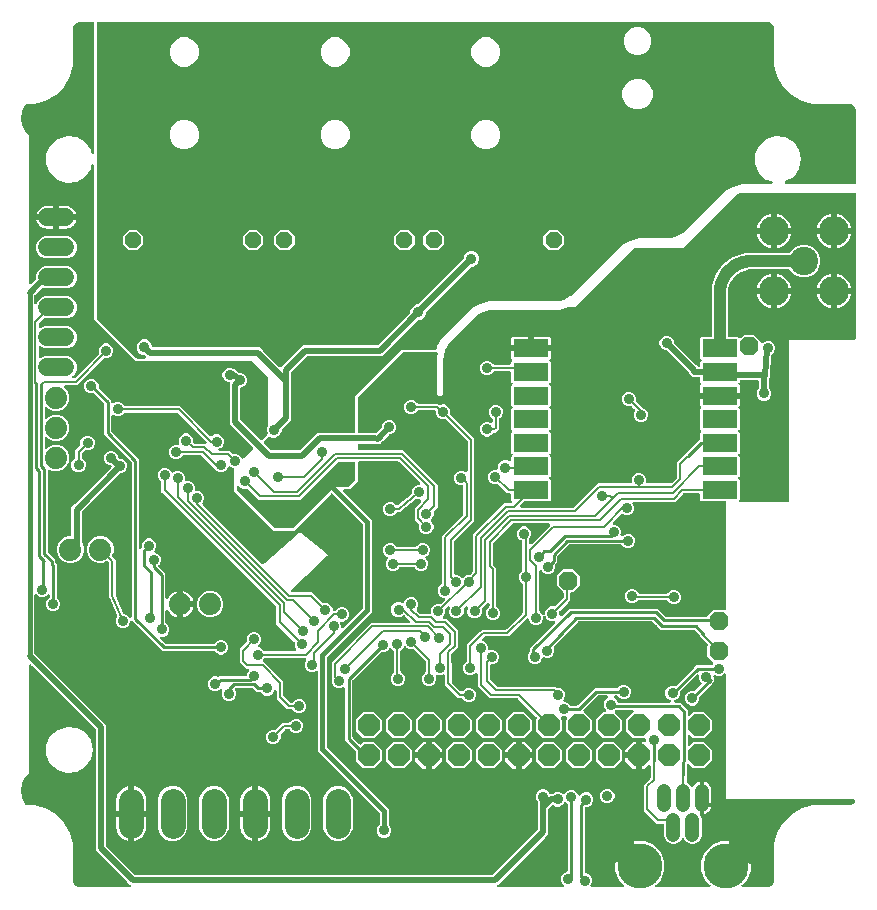
<source format=gbr>
G04 EAGLE Gerber RS-274X export*
G75*
%MOMM*%
%FSLAX34Y34*%
%LPD*%
%INBottom Copper*%
%IPPOS*%
%AMOC8*
5,1,8,0,0,1.08239X$1,22.5*%
G01*
%ADD10C,1.879600*%
%ADD11C,2.133600*%
%ADD12P,2.034460X8X202.500000*%
%ADD13P,1.429621X8X22.500000*%
%ADD14R,3.000000X1.500000*%
%ADD15C,1.524000*%
%ADD16C,2.400000*%
%ADD17C,2.550000*%
%ADD18P,1.732040X8X22.500000*%
%ADD19C,3.810000*%
%ADD20C,1.208000*%
%ADD21C,0.906400*%
%ADD22C,0.254000*%
%ADD23C,0.762000*%
%ADD24C,0.508000*%
%ADD25C,0.406400*%
%ADD26C,0.203200*%
%ADD27C,0.304800*%
%ADD28C,0.228600*%
%ADD29C,1.016000*%

G36*
X582027Y66676D02*
X582027Y66676D01*
X582166Y66689D01*
X582185Y66696D01*
X582205Y66698D01*
X582334Y66749D01*
X582465Y66796D01*
X582482Y66808D01*
X582500Y66815D01*
X582613Y66897D01*
X582728Y66975D01*
X582741Y66990D01*
X582758Y67002D01*
X582847Y67109D01*
X582939Y67213D01*
X582948Y67231D01*
X582961Y67247D01*
X583020Y67373D01*
X583083Y67497D01*
X583088Y67516D01*
X583096Y67535D01*
X583122Y67671D01*
X583153Y67807D01*
X583152Y67827D01*
X583156Y67847D01*
X583147Y67985D01*
X583143Y68125D01*
X583137Y68144D01*
X583136Y68164D01*
X583093Y68297D01*
X583055Y68430D01*
X583044Y68448D01*
X583038Y68467D01*
X582964Y68584D01*
X582893Y68704D01*
X582875Y68725D01*
X582868Y68736D01*
X582853Y68750D01*
X582787Y68825D01*
X578549Y73063D01*
X575378Y80719D01*
X575378Y89005D01*
X578549Y96660D01*
X584408Y102520D01*
X592063Y105690D01*
X600349Y105690D01*
X608005Y102520D01*
X613864Y96660D01*
X617035Y89005D01*
X617035Y80719D01*
X613864Y73063D01*
X609626Y68825D01*
X609541Y68715D01*
X609452Y68608D01*
X609443Y68590D01*
X609431Y68574D01*
X609376Y68446D01*
X609317Y68320D01*
X609313Y68301D01*
X609305Y68282D01*
X609283Y68144D01*
X609257Y68008D01*
X609258Y67988D01*
X609255Y67968D01*
X609268Y67829D01*
X609276Y67691D01*
X609283Y67671D01*
X609285Y67651D01*
X609332Y67520D01*
X609375Y67388D01*
X609385Y67371D01*
X609392Y67352D01*
X609470Y67237D01*
X609545Y67119D01*
X609559Y67106D01*
X609571Y67089D01*
X609675Y66997D01*
X609776Y66901D01*
X609794Y66892D01*
X609809Y66878D01*
X609933Y66815D01*
X610055Y66748D01*
X610074Y66743D01*
X610092Y66734D01*
X610228Y66703D01*
X610363Y66669D01*
X610391Y66667D01*
X610403Y66664D01*
X610423Y66665D01*
X610523Y66658D01*
X654889Y66658D01*
X655027Y66676D01*
X655166Y66689D01*
X655185Y66696D01*
X655205Y66698D01*
X655334Y66749D01*
X655465Y66796D01*
X655482Y66808D01*
X655500Y66815D01*
X655613Y66897D01*
X655728Y66975D01*
X655741Y66990D01*
X655758Y67002D01*
X655847Y67109D01*
X655939Y67213D01*
X655948Y67231D01*
X655961Y67247D01*
X656020Y67373D01*
X656083Y67497D01*
X656088Y67516D01*
X656096Y67535D01*
X656122Y67671D01*
X656153Y67807D01*
X656152Y67827D01*
X656156Y67847D01*
X656147Y67985D01*
X656143Y68125D01*
X656137Y68144D01*
X656136Y68164D01*
X656093Y68297D01*
X656055Y68430D01*
X656044Y68448D01*
X656038Y68467D01*
X655964Y68585D01*
X655893Y68704D01*
X655875Y68725D01*
X655868Y68736D01*
X655853Y68750D01*
X655787Y68825D01*
X651549Y73063D01*
X648378Y80719D01*
X648378Y89005D01*
X651549Y96660D01*
X657408Y102520D01*
X665063Y105690D01*
X673349Y105690D01*
X681005Y102520D01*
X686864Y96660D01*
X690035Y89005D01*
X690035Y80719D01*
X686864Y73063D01*
X682626Y68825D01*
X682541Y68715D01*
X682452Y68608D01*
X682443Y68590D01*
X682431Y68574D01*
X682376Y68446D01*
X682317Y68320D01*
X682313Y68301D01*
X682305Y68282D01*
X682283Y68144D01*
X682257Y68008D01*
X682258Y67988D01*
X682255Y67968D01*
X682268Y67829D01*
X682276Y67691D01*
X682283Y67671D01*
X682285Y67651D01*
X682332Y67520D01*
X682375Y67388D01*
X682385Y67371D01*
X682392Y67352D01*
X682470Y67237D01*
X682545Y67119D01*
X682559Y67106D01*
X682571Y67089D01*
X682675Y66997D01*
X682776Y66902D01*
X682794Y66892D01*
X682809Y66878D01*
X682933Y66815D01*
X683055Y66748D01*
X683074Y66743D01*
X683092Y66734D01*
X683228Y66703D01*
X683363Y66669D01*
X683391Y66667D01*
X683403Y66664D01*
X683423Y66665D01*
X683523Y66658D01*
X703873Y66658D01*
X703893Y66661D01*
X703998Y66664D01*
X704958Y66759D01*
X705062Y66783D01*
X705167Y66798D01*
X705247Y66825D01*
X705268Y66830D01*
X705282Y66837D01*
X705319Y66850D01*
X707093Y67585D01*
X707101Y67590D01*
X707110Y67592D01*
X707239Y67668D01*
X707369Y67742D01*
X707376Y67749D01*
X707384Y67754D01*
X707505Y67860D01*
X708863Y69218D01*
X708868Y69226D01*
X708876Y69231D01*
X708965Y69350D01*
X709057Y69470D01*
X709061Y69478D01*
X709067Y69486D01*
X709138Y69630D01*
X709872Y71404D01*
X709900Y71507D01*
X709937Y71607D01*
X709950Y71690D01*
X709956Y71711D01*
X709956Y71727D01*
X709963Y71766D01*
X710057Y72726D01*
X710056Y72745D01*
X710063Y72850D01*
X710063Y73012D01*
X710063Y74950D01*
X710063Y74955D01*
X710063Y100153D01*
X710063Y103066D01*
X712660Y112759D01*
X717678Y121449D01*
X724774Y128545D01*
X733464Y133562D01*
X743157Y136160D01*
X746070Y136160D01*
X771268Y136160D01*
X771270Y136160D01*
X773237Y136160D01*
X773373Y136160D01*
X773393Y136162D01*
X773497Y136166D01*
X774456Y136260D01*
X774560Y136284D01*
X774665Y136299D01*
X774745Y136326D01*
X774767Y136331D01*
X774781Y136338D01*
X774818Y136351D01*
X776591Y137085D01*
X776599Y137089D01*
X776608Y137092D01*
X776738Y137168D01*
X776867Y137242D01*
X776874Y137249D01*
X776882Y137253D01*
X777003Y137360D01*
X778360Y138716D01*
X778365Y138724D01*
X778373Y138729D01*
X778463Y138850D01*
X778555Y138968D01*
X778558Y138976D01*
X778564Y138983D01*
X778635Y139128D01*
X778705Y139296D01*
X778718Y139344D01*
X778739Y139389D01*
X778760Y139497D01*
X778789Y139603D01*
X778790Y139653D01*
X778799Y139702D01*
X778792Y139811D01*
X778794Y139921D01*
X778782Y139969D01*
X778779Y140019D01*
X778745Y140123D01*
X778720Y140230D01*
X778696Y140274D01*
X778681Y140322D01*
X778622Y140414D01*
X778571Y140511D01*
X778538Y140548D01*
X778511Y140590D01*
X778431Y140666D01*
X778357Y140747D01*
X778316Y140774D01*
X778279Y140808D01*
X778183Y140861D01*
X778092Y140922D01*
X778044Y140938D01*
X778001Y140962D01*
X777895Y140989D01*
X777791Y141025D01*
X777741Y141029D01*
X777693Y141041D01*
X777532Y141051D01*
X669175Y141051D01*
X669175Y141052D01*
X669175Y246494D01*
X669157Y246632D01*
X669144Y246770D01*
X669137Y246789D01*
X669135Y246810D01*
X669084Y246939D01*
X669037Y247070D01*
X669025Y247087D01*
X669018Y247105D01*
X668936Y247218D01*
X668858Y247333D01*
X668843Y247346D01*
X668831Y247363D01*
X668724Y247451D01*
X668620Y247543D01*
X668602Y247553D01*
X668586Y247565D01*
X668460Y247625D01*
X668336Y247688D01*
X668316Y247692D01*
X668298Y247701D01*
X668162Y247727D01*
X668026Y247758D01*
X668006Y247757D01*
X667986Y247761D01*
X667847Y247752D01*
X667708Y247748D01*
X667689Y247742D01*
X667668Y247741D01*
X667537Y247698D01*
X667403Y247660D01*
X667385Y247649D01*
X667366Y247643D01*
X667249Y247569D01*
X667129Y247498D01*
X667108Y247479D01*
X667097Y247473D01*
X667083Y247458D01*
X667008Y247392D01*
X666356Y246739D01*
X664130Y245817D01*
X661720Y245817D01*
X660361Y246380D01*
X660313Y246394D01*
X660268Y246415D01*
X660160Y246435D01*
X660054Y246464D01*
X660004Y246465D01*
X659955Y246474D01*
X659846Y246468D01*
X659736Y246469D01*
X659687Y246458D01*
X659638Y246455D01*
X659534Y246421D01*
X659427Y246395D01*
X659383Y246372D01*
X659335Y246357D01*
X659243Y246298D01*
X659145Y246247D01*
X659109Y246213D01*
X659067Y246187D01*
X658991Y246106D01*
X658910Y246033D01*
X658883Y245991D01*
X658849Y245955D01*
X658796Y245859D01*
X658735Y245767D01*
X658719Y245720D01*
X658695Y245676D01*
X658668Y245570D01*
X658632Y245466D01*
X658628Y245417D01*
X658616Y245368D01*
X658606Y245208D01*
X658606Y245017D01*
X658616Y244933D01*
X658617Y244847D01*
X658636Y244776D01*
X658645Y244702D01*
X658677Y244623D01*
X658699Y244540D01*
X658735Y244475D01*
X658762Y244406D01*
X658813Y244337D01*
X658854Y244263D01*
X658894Y244221D01*
X658925Y244087D01*
X658965Y243982D01*
X658996Y243873D01*
X659020Y243833D01*
X659036Y243789D01*
X659100Y243697D01*
X659157Y243599D01*
X659205Y243546D01*
X659217Y243528D01*
X659231Y243516D01*
X659264Y243479D01*
X659286Y243457D01*
X659286Y242692D01*
X659294Y242627D01*
X659292Y242562D01*
X659319Y242403D01*
X659493Y241658D01*
X659477Y241632D01*
X659430Y241529D01*
X659375Y241431D01*
X659364Y241385D01*
X659344Y241343D01*
X659324Y241232D01*
X659296Y241123D01*
X659291Y241051D01*
X659287Y241030D01*
X659289Y241011D01*
X659286Y240962D01*
X659286Y240931D01*
X658745Y240390D01*
X658705Y240339D01*
X658657Y240294D01*
X658564Y240162D01*
X658160Y239513D01*
X658130Y239506D01*
X658025Y239466D01*
X657916Y239435D01*
X657876Y239411D01*
X657832Y239395D01*
X657740Y239331D01*
X657642Y239273D01*
X657588Y239226D01*
X657571Y239214D01*
X657559Y239200D01*
X657522Y239167D01*
X647067Y228713D01*
X647007Y228635D01*
X646939Y228562D01*
X646910Y228509D01*
X646872Y228462D01*
X646833Y228371D01*
X646785Y228284D01*
X646770Y228225D01*
X646746Y228170D01*
X646730Y228072D01*
X646706Y227976D01*
X646699Y227876D01*
X646696Y227856D01*
X646697Y227843D01*
X646696Y227815D01*
X646696Y225391D01*
X645773Y223165D01*
X644070Y221461D01*
X641844Y220539D01*
X639434Y220539D01*
X637208Y221461D01*
X635504Y223165D01*
X634582Y225391D01*
X634582Y227801D01*
X635504Y230027D01*
X637208Y231731D01*
X639434Y232653D01*
X641858Y232653D01*
X641956Y232665D01*
X642055Y232668D01*
X642114Y232685D01*
X642174Y232693D01*
X642266Y232729D01*
X642361Y232756D01*
X642413Y232787D01*
X642469Y232810D01*
X642549Y232868D01*
X642635Y232918D01*
X642710Y232984D01*
X642727Y232996D01*
X642735Y233006D01*
X642756Y233024D01*
X648202Y238471D01*
X648275Y238565D01*
X648354Y238654D01*
X648373Y238690D01*
X648397Y238722D01*
X648445Y238832D01*
X648499Y238938D01*
X648508Y238977D01*
X648524Y239014D01*
X648542Y239132D01*
X648568Y239248D01*
X648567Y239288D01*
X648574Y239328D01*
X648562Y239447D01*
X648559Y239566D01*
X648547Y239605D01*
X648544Y239645D01*
X648503Y239757D01*
X648470Y239871D01*
X648450Y239906D01*
X648436Y239944D01*
X648369Y240043D01*
X648309Y240145D01*
X648269Y240190D01*
X648258Y240207D01*
X648242Y240221D01*
X648202Y240266D01*
X647414Y241054D01*
X646492Y243280D01*
X646492Y245602D01*
X646475Y245739D01*
X646462Y245878D01*
X646455Y245897D01*
X646452Y245917D01*
X646401Y246046D01*
X646354Y246177D01*
X646343Y246194D01*
X646335Y246213D01*
X646254Y246325D01*
X646175Y246440D01*
X646160Y246454D01*
X646148Y246470D01*
X646041Y246559D01*
X645937Y246651D01*
X645919Y246660D01*
X645903Y246673D01*
X645778Y246732D01*
X645654Y246796D01*
X645634Y246800D01*
X645616Y246809D01*
X645479Y246835D01*
X645343Y246865D01*
X645323Y246865D01*
X645303Y246868D01*
X645165Y246860D01*
X645026Y246856D01*
X645006Y246850D01*
X644986Y246849D01*
X644854Y246806D01*
X644720Y246767D01*
X644703Y246757D01*
X644683Y246751D01*
X644566Y246676D01*
X644446Y246606D01*
X644425Y246587D01*
X644415Y246580D01*
X644401Y246566D01*
X644325Y246499D01*
X630359Y232533D01*
X630298Y232455D01*
X630231Y232383D01*
X630201Y232330D01*
X630164Y232282D01*
X630125Y232191D01*
X630077Y232104D01*
X630062Y232046D01*
X630038Y231990D01*
X630022Y231892D01*
X629998Y231796D01*
X629991Y231696D01*
X629988Y231676D01*
X629989Y231664D01*
X629987Y231636D01*
X629987Y229872D01*
X629065Y227646D01*
X627362Y225942D01*
X626179Y225452D01*
X626119Y225418D01*
X626054Y225392D01*
X625981Y225339D01*
X625903Y225295D01*
X625853Y225246D01*
X625796Y225205D01*
X625739Y225136D01*
X625674Y225073D01*
X625638Y225014D01*
X625593Y224960D01*
X625555Y224879D01*
X625508Y224802D01*
X625488Y224735D01*
X625458Y224672D01*
X625441Y224584D01*
X625415Y224498D01*
X625411Y224428D01*
X625398Y224360D01*
X625404Y224270D01*
X625399Y224181D01*
X625414Y224112D01*
X625418Y224043D01*
X625446Y223957D01*
X625464Y223869D01*
X625494Y223806D01*
X625516Y223740D01*
X625564Y223664D01*
X625603Y223583D01*
X625649Y223530D01*
X625686Y223471D01*
X625751Y223410D01*
X625810Y223341D01*
X625867Y223301D01*
X625918Y223253D01*
X625996Y223210D01*
X626070Y223158D01*
X626135Y223134D01*
X626196Y223100D01*
X626283Y223077D01*
X626367Y223046D01*
X626437Y223038D01*
X626504Y223020D01*
X626665Y223010D01*
X630380Y223010D01*
X636614Y216777D01*
X636614Y213110D01*
X636631Y212973D01*
X636644Y212834D01*
X636651Y212815D01*
X636654Y212795D01*
X636705Y212666D01*
X636752Y212534D01*
X636763Y212518D01*
X636771Y212499D01*
X636852Y212386D01*
X636930Y212271D01*
X636945Y212258D01*
X636957Y212242D01*
X637065Y212153D01*
X637169Y212061D01*
X637187Y212052D01*
X637202Y212039D01*
X637328Y211979D01*
X637452Y211916D01*
X637472Y211912D01*
X637490Y211903D01*
X637626Y211877D01*
X637762Y211847D01*
X637783Y211847D01*
X637802Y211843D01*
X637941Y211852D01*
X638080Y211856D01*
X638100Y211862D01*
X638120Y211863D01*
X638252Y211906D01*
X638386Y211945D01*
X638403Y211955D01*
X638422Y211961D01*
X638540Y212036D01*
X638660Y212106D01*
X638681Y212125D01*
X638691Y212131D01*
X638705Y212146D01*
X638780Y212213D01*
X641635Y215068D01*
X650894Y215068D01*
X657442Y208520D01*
X657442Y199261D01*
X650894Y192714D01*
X641635Y192714D01*
X638780Y195569D01*
X638671Y195654D01*
X638563Y195743D01*
X638545Y195752D01*
X638529Y195764D01*
X638401Y195820D01*
X638276Y195879D01*
X638256Y195882D01*
X638237Y195890D01*
X638099Y195912D01*
X637963Y195938D01*
X637943Y195937D01*
X637923Y195940D01*
X637784Y195927D01*
X637646Y195919D01*
X637627Y195912D01*
X637607Y195910D01*
X637475Y195863D01*
X637343Y195821D01*
X637326Y195810D01*
X637307Y195803D01*
X637192Y195725D01*
X637075Y195650D01*
X637061Y195636D01*
X637044Y195624D01*
X636952Y195520D01*
X636857Y195419D01*
X636847Y195401D01*
X636834Y195386D01*
X636770Y195262D01*
X636703Y195140D01*
X636698Y195121D01*
X636689Y195103D01*
X636659Y194967D01*
X636624Y194832D01*
X636622Y194804D01*
X636619Y194792D01*
X636620Y194772D01*
X636614Y194672D01*
X636614Y187710D01*
X636631Y187572D01*
X636644Y187434D01*
X636651Y187415D01*
X636654Y187395D01*
X636705Y187266D01*
X636752Y187134D01*
X636763Y187118D01*
X636771Y187099D01*
X636852Y186986D01*
X636930Y186871D01*
X636945Y186858D01*
X636957Y186842D01*
X637065Y186753D01*
X637169Y186661D01*
X637187Y186652D01*
X637202Y186639D01*
X637328Y186579D01*
X637452Y186516D01*
X637472Y186512D01*
X637490Y186503D01*
X637626Y186477D01*
X637762Y186447D01*
X637783Y186447D01*
X637802Y186443D01*
X637941Y186452D01*
X638080Y186456D01*
X638100Y186462D01*
X638120Y186463D01*
X638252Y186506D01*
X638386Y186545D01*
X638403Y186555D01*
X638422Y186561D01*
X638540Y186636D01*
X638660Y186706D01*
X638681Y186725D01*
X638691Y186731D01*
X638705Y186746D01*
X638780Y186813D01*
X641635Y189668D01*
X650894Y189668D01*
X657442Y183120D01*
X657442Y173861D01*
X650894Y167314D01*
X641635Y167314D01*
X638257Y170692D01*
X638147Y170778D01*
X638040Y170866D01*
X638022Y170875D01*
X638006Y170887D01*
X637878Y170943D01*
X637752Y171002D01*
X637733Y171006D01*
X637714Y171014D01*
X637576Y171036D01*
X637440Y171062D01*
X637420Y171060D01*
X637400Y171064D01*
X637261Y171050D01*
X637123Y171042D01*
X637104Y171036D01*
X637083Y171034D01*
X636952Y170987D01*
X636820Y170944D01*
X636803Y170933D01*
X636784Y170926D01*
X636669Y170848D01*
X636552Y170774D01*
X636538Y170759D01*
X636521Y170748D01*
X636429Y170643D01*
X636334Y170542D01*
X636324Y170524D01*
X636310Y170509D01*
X636247Y170385D01*
X636180Y170264D01*
X636175Y170244D01*
X636166Y170226D01*
X636135Y170090D01*
X636101Y169956D01*
X636099Y169928D01*
X636096Y169916D01*
X636097Y169895D01*
X636090Y169795D01*
X636090Y160730D01*
X636080Y160718D01*
X636050Y160665D01*
X636013Y160618D01*
X635974Y160527D01*
X635926Y160440D01*
X635911Y160381D01*
X635887Y160326D01*
X635871Y160228D01*
X635847Y160132D01*
X635840Y160032D01*
X635837Y160012D01*
X635838Y160000D01*
X635836Y159971D01*
X635836Y156456D01*
X635840Y156427D01*
X635838Y156398D01*
X635860Y156269D01*
X635876Y156141D01*
X635887Y156113D01*
X635892Y156084D01*
X635946Y155966D01*
X635993Y155845D01*
X636011Y155821D01*
X636023Y155794D01*
X636104Y155693D01*
X636180Y155588D01*
X636203Y155569D01*
X636221Y155546D01*
X636325Y155468D01*
X636425Y155385D01*
X636452Y155372D01*
X636475Y155355D01*
X636620Y155284D01*
X637135Y155070D01*
X639335Y152871D01*
X639429Y152642D01*
X639437Y152629D01*
X639441Y152615D01*
X639516Y152491D01*
X639587Y152366D01*
X639597Y152355D01*
X639605Y152343D01*
X639708Y152241D01*
X639808Y152138D01*
X639821Y152130D01*
X639831Y152119D01*
X639956Y152047D01*
X640079Y151971D01*
X640094Y151967D01*
X640106Y151960D01*
X640245Y151920D01*
X640383Y151878D01*
X640398Y151877D01*
X640412Y151873D01*
X640556Y151869D01*
X640701Y151863D01*
X640715Y151866D01*
X640730Y151865D01*
X640871Y151898D01*
X641012Y151927D01*
X641026Y151933D01*
X641040Y151937D01*
X641168Y152003D01*
X641298Y152067D01*
X641309Y152076D01*
X641322Y152083D01*
X641430Y152179D01*
X641540Y152273D01*
X641549Y152285D01*
X641560Y152295D01*
X641657Y152423D01*
X642436Y153588D01*
X643560Y154712D01*
X644882Y155596D01*
X646351Y156204D01*
X646957Y156325D01*
X646957Y136842D01*
X646972Y136724D01*
X646979Y136605D01*
X646992Y136567D01*
X646997Y136526D01*
X647041Y136416D01*
X647056Y136368D01*
X647047Y136350D01*
X647037Y136311D01*
X647019Y136274D01*
X646997Y136158D01*
X646967Y136042D01*
X646963Y135982D01*
X646960Y135962D01*
X646961Y135942D01*
X646957Y135882D01*
X646957Y128694D01*
X646969Y128596D01*
X646972Y128497D01*
X646989Y128439D01*
X646997Y128379D01*
X647033Y128287D01*
X647061Y128191D01*
X647092Y128139D01*
X647114Y128083D01*
X647172Y128003D01*
X647222Y127917D01*
X647289Y127842D01*
X647301Y127826D01*
X647310Y127818D01*
X647329Y127797D01*
X647335Y127791D01*
X648525Y124917D01*
X648525Y109726D01*
X647335Y106853D01*
X645135Y104653D01*
X642262Y103463D01*
X639151Y103463D01*
X636277Y104653D01*
X634078Y106853D01*
X633879Y107333D01*
X633810Y107454D01*
X633745Y107577D01*
X633732Y107592D01*
X633721Y107609D01*
X633625Y107709D01*
X633531Y107812D01*
X633514Y107823D01*
X633500Y107838D01*
X633382Y107910D01*
X633265Y107987D01*
X633246Y107993D01*
X633229Y108004D01*
X633096Y108045D01*
X632965Y108090D01*
X632944Y108092D01*
X632925Y108098D01*
X632786Y108104D01*
X632648Y108115D01*
X632628Y108112D01*
X632607Y108113D01*
X632471Y108085D01*
X632334Y108061D01*
X632316Y108053D01*
X632296Y108049D01*
X632171Y107988D01*
X632044Y107930D01*
X632028Y107918D01*
X632010Y107909D01*
X631905Y107819D01*
X631796Y107732D01*
X631784Y107716D01*
X631768Y107702D01*
X631688Y107589D01*
X631605Y107478D01*
X631592Y107453D01*
X631585Y107442D01*
X631578Y107423D01*
X631534Y107333D01*
X631335Y106853D01*
X629135Y104653D01*
X626262Y103463D01*
X623151Y103463D01*
X620277Y104653D01*
X618078Y106853D01*
X616888Y109726D01*
X616888Y119298D01*
X616873Y119416D01*
X616865Y119535D01*
X616853Y119573D01*
X616848Y119613D01*
X616804Y119724D01*
X616767Y119837D01*
X616746Y119871D01*
X616731Y119909D01*
X616661Y120005D01*
X616597Y120106D01*
X616568Y120134D01*
X616544Y120166D01*
X616452Y120242D01*
X616365Y120324D01*
X616330Y120343D01*
X616299Y120369D01*
X616191Y120420D01*
X616087Y120477D01*
X616048Y120487D01*
X616011Y120505D01*
X615894Y120527D01*
X615779Y120557D01*
X615719Y120561D01*
X615699Y120564D01*
X615679Y120563D01*
X615618Y120567D01*
X610582Y120567D01*
X599665Y131484D01*
X599665Y153324D01*
X604998Y158657D01*
X605059Y158735D01*
X605127Y158807D01*
X605156Y158860D01*
X605193Y158908D01*
X605233Y158999D01*
X605281Y159086D01*
X605296Y159144D01*
X605320Y159200D01*
X605335Y159298D01*
X605360Y159394D01*
X605366Y159494D01*
X605370Y159514D01*
X605368Y159527D01*
X605370Y159555D01*
X605370Y169166D01*
X605353Y169304D01*
X605340Y169443D01*
X605333Y169462D01*
X605330Y169482D01*
X605279Y169611D01*
X605232Y169742D01*
X605221Y169759D01*
X605213Y169778D01*
X605132Y169890D01*
X605054Y170005D01*
X605038Y170019D01*
X605026Y170035D01*
X604919Y170124D01*
X604815Y170216D01*
X604797Y170225D01*
X604782Y170238D01*
X604656Y170297D01*
X604532Y170360D01*
X604512Y170365D01*
X604494Y170373D01*
X604358Y170399D01*
X604222Y170430D01*
X604201Y170429D01*
X604181Y170433D01*
X604043Y170425D01*
X603904Y170420D01*
X603884Y170415D01*
X603864Y170413D01*
X603732Y170371D01*
X603598Y170332D01*
X603581Y170322D01*
X603562Y170315D01*
X603444Y170241D01*
X603324Y170170D01*
X603303Y170152D01*
X603293Y170145D01*
X603279Y170130D01*
X603203Y170064D01*
X600200Y167060D01*
X598004Y167060D01*
X598004Y177221D01*
X597989Y177339D01*
X597982Y177458D01*
X597969Y177496D01*
X597964Y177536D01*
X597920Y177647D01*
X597884Y177760D01*
X597862Y177794D01*
X597847Y177832D01*
X597777Y177928D01*
X597714Y178029D01*
X597684Y178057D01*
X597660Y178089D01*
X597569Y178165D01*
X597482Y178247D01*
X597447Y178266D01*
X597415Y178292D01*
X597308Y178343D01*
X597204Y178400D01*
X597164Y178410D01*
X597128Y178428D01*
X597011Y178450D01*
X596896Y178480D01*
X596835Y178484D01*
X596815Y178487D01*
X596795Y178486D01*
X596735Y178490D01*
X595464Y178490D01*
X595464Y178492D01*
X596735Y178492D01*
X596853Y178507D01*
X596972Y178514D01*
X597010Y178527D01*
X597050Y178532D01*
X597161Y178575D01*
X597274Y178612D01*
X597309Y178634D01*
X597346Y178649D01*
X597442Y178719D01*
X597543Y178782D01*
X597571Y178812D01*
X597603Y178835D01*
X597679Y178927D01*
X597761Y179014D01*
X597780Y179049D01*
X597806Y179080D01*
X597857Y179188D01*
X597914Y179292D01*
X597925Y179332D01*
X597942Y179368D01*
X597964Y179485D01*
X597994Y179600D01*
X597998Y179661D01*
X598002Y179681D01*
X598000Y179701D01*
X598004Y179761D01*
X598004Y189922D01*
X600488Y189922D01*
X600607Y189937D01*
X600725Y189944D01*
X600764Y189956D01*
X600804Y189961D01*
X600915Y190005D01*
X601028Y190042D01*
X601062Y190064D01*
X601100Y190078D01*
X601196Y190148D01*
X601297Y190212D01*
X601324Y190242D01*
X601357Y190265D01*
X601433Y190357D01*
X601514Y190444D01*
X601534Y190479D01*
X601560Y190510D01*
X601610Y190618D01*
X601668Y190722D01*
X601678Y190761D01*
X601695Y190798D01*
X601718Y190915D01*
X601747Y191030D01*
X601751Y191090D01*
X601755Y191110D01*
X601754Y191131D01*
X601758Y191191D01*
X601758Y191445D01*
X601743Y191563D01*
X601735Y191682D01*
X601723Y191720D01*
X601718Y191760D01*
X601674Y191871D01*
X601637Y191984D01*
X601616Y192019D01*
X601601Y192056D01*
X601531Y192152D01*
X601467Y192253D01*
X601438Y192281D01*
X601414Y192313D01*
X601322Y192389D01*
X601236Y192471D01*
X601200Y192490D01*
X601169Y192516D01*
X601061Y192567D01*
X600957Y192624D01*
X600918Y192635D01*
X600881Y192652D01*
X600764Y192674D01*
X600649Y192704D01*
X600589Y192708D01*
X600569Y192712D01*
X600549Y192710D01*
X600488Y192714D01*
X590835Y192714D01*
X584288Y199261D01*
X584288Y208520D01*
X590514Y214746D01*
X590599Y214856D01*
X590688Y214963D01*
X590696Y214981D01*
X590709Y214997D01*
X590764Y215125D01*
X590823Y215251D01*
X590827Y215270D01*
X590835Y215289D01*
X590857Y215427D01*
X590883Y215563D01*
X590882Y215583D01*
X590885Y215603D01*
X590872Y215742D01*
X590863Y215880D01*
X590857Y215900D01*
X590855Y215920D01*
X590808Y216051D01*
X590765Y216183D01*
X590754Y216200D01*
X590748Y216219D01*
X590669Y216334D01*
X590595Y216452D01*
X590580Y216466D01*
X590569Y216482D01*
X590465Y216574D01*
X590363Y216670D01*
X590346Y216679D01*
X590331Y216693D01*
X590206Y216756D01*
X590085Y216823D01*
X590065Y216828D01*
X590047Y216837D01*
X589911Y216868D01*
X589777Y216903D01*
X589749Y216904D01*
X589737Y216907D01*
X589716Y216906D01*
X589616Y216913D01*
X576246Y216913D01*
X576148Y216900D01*
X576049Y216897D01*
X575990Y216880D01*
X575930Y216873D01*
X575838Y216836D01*
X575743Y216809D01*
X575691Y216778D01*
X575635Y216756D01*
X575555Y216698D01*
X575469Y216647D01*
X575394Y216581D01*
X575377Y216569D01*
X575369Y216560D01*
X575348Y216541D01*
X575182Y216375D01*
X575109Y216281D01*
X575030Y216192D01*
X575012Y216156D01*
X574987Y216124D01*
X574940Y216014D01*
X574886Y215908D01*
X574877Y215869D01*
X574861Y215832D01*
X574842Y215714D01*
X574816Y215598D01*
X574817Y215558D01*
X574811Y215518D01*
X574822Y215400D01*
X574826Y215280D01*
X574837Y215241D01*
X574841Y215201D01*
X574881Y215089D01*
X574914Y214975D01*
X574935Y214940D01*
X574948Y214902D01*
X575015Y214803D01*
X575076Y214701D01*
X575116Y214656D01*
X575127Y214639D01*
X575142Y214625D01*
X575182Y214580D01*
X581242Y208520D01*
X581242Y199261D01*
X574694Y192714D01*
X565435Y192714D01*
X558888Y199261D01*
X558888Y208520D01*
X565435Y215068D01*
X566399Y215068D01*
X566537Y215085D01*
X566675Y215098D01*
X566694Y215105D01*
X566714Y215107D01*
X566843Y215159D01*
X566974Y215206D01*
X566991Y215217D01*
X567010Y215224D01*
X567122Y215306D01*
X567237Y215384D01*
X567251Y215399D01*
X567267Y215411D01*
X567356Y215519D01*
X567448Y215623D01*
X567457Y215641D01*
X567470Y215656D01*
X567529Y215782D01*
X567592Y215906D01*
X567597Y215926D01*
X567605Y215944D01*
X567632Y216080D01*
X567662Y216216D01*
X567661Y216236D01*
X567665Y216256D01*
X567657Y216395D01*
X567652Y216534D01*
X567647Y216554D01*
X567645Y216574D01*
X567603Y216706D01*
X567564Y216840D01*
X567554Y216857D01*
X567547Y216876D01*
X567473Y216994D01*
X567402Y217114D01*
X567384Y217135D01*
X567377Y217145D01*
X567362Y217159D01*
X567296Y217234D01*
X566534Y217996D01*
X565612Y220222D01*
X565612Y222632D01*
X566534Y224858D01*
X568238Y226562D01*
X568473Y226659D01*
X568534Y226694D01*
X568599Y226719D01*
X568672Y226772D01*
X568750Y226817D01*
X568800Y226865D01*
X568856Y226906D01*
X568914Y226976D01*
X568978Y227038D01*
X569015Y227097D01*
X569059Y227151D01*
X569097Y227232D01*
X569144Y227309D01*
X569165Y227376D01*
X569195Y227439D01*
X569211Y227527D01*
X569238Y227613D01*
X569241Y227683D01*
X569254Y227751D01*
X569249Y227841D01*
X569253Y227931D01*
X569239Y227999D01*
X569235Y228069D01*
X569207Y228154D01*
X569189Y228242D01*
X569158Y228305D01*
X569137Y228371D01*
X569089Y228447D01*
X569049Y228528D01*
X569004Y228581D01*
X568966Y228640D01*
X568901Y228702D01*
X568843Y228770D01*
X568786Y228810D01*
X568735Y228858D01*
X568656Y228901D01*
X568583Y228953D01*
X568517Y228978D01*
X568456Y229011D01*
X568369Y229034D01*
X568285Y229066D01*
X568216Y229073D01*
X568148Y229091D01*
X567988Y229101D01*
X561200Y229101D01*
X561101Y229089D01*
X561002Y229086D01*
X560944Y229069D01*
X560884Y229061D01*
X560792Y229025D01*
X560697Y228997D01*
X560645Y228966D01*
X560588Y228944D01*
X560508Y228886D01*
X560423Y228836D01*
X560348Y228769D01*
X560331Y228757D01*
X560323Y228748D01*
X560302Y228729D01*
X548807Y217234D01*
X548722Y217124D01*
X548633Y217017D01*
X548625Y216999D01*
X548612Y216983D01*
X548557Y216855D01*
X548498Y216730D01*
X548494Y216710D01*
X548486Y216691D01*
X548464Y216553D01*
X548438Y216417D01*
X548439Y216397D01*
X548436Y216377D01*
X548449Y216238D01*
X548458Y216100D01*
X548464Y216081D01*
X548466Y216061D01*
X548513Y215929D01*
X548556Y215797D01*
X548567Y215780D01*
X548573Y215761D01*
X548651Y215646D01*
X548726Y215529D01*
X548741Y215515D01*
X548752Y215498D01*
X548856Y215406D01*
X548957Y215311D01*
X548975Y215301D01*
X548990Y215288D01*
X549115Y215224D01*
X549166Y215196D01*
X555842Y208520D01*
X555842Y199261D01*
X549294Y192714D01*
X540035Y192714D01*
X533488Y199261D01*
X533488Y208520D01*
X534211Y209244D01*
X534296Y209353D01*
X534385Y209461D01*
X534394Y209479D01*
X534406Y209495D01*
X534462Y209622D01*
X534521Y209748D01*
X534525Y209768D01*
X534533Y209787D01*
X534555Y209925D01*
X534581Y210061D01*
X534579Y210081D01*
X534583Y210101D01*
X534570Y210240D01*
X534561Y210378D01*
X534555Y210397D01*
X534553Y210418D01*
X534506Y210549D01*
X534463Y210681D01*
X534452Y210698D01*
X534445Y210717D01*
X534367Y210832D01*
X534293Y210949D01*
X534278Y210963D01*
X534267Y210980D01*
X534163Y211072D01*
X534061Y211167D01*
X534043Y211177D01*
X534028Y211190D01*
X533905Y211254D01*
X533783Y211321D01*
X533763Y211326D01*
X533745Y211335D01*
X533609Y211366D01*
X533475Y211400D01*
X533447Y211402D01*
X533435Y211405D01*
X533414Y211404D01*
X533314Y211410D01*
X530616Y211410D01*
X530478Y211393D01*
X530339Y211380D01*
X530320Y211373D01*
X530300Y211371D01*
X530171Y211320D01*
X530040Y211272D01*
X530023Y211261D01*
X530005Y211254D01*
X529892Y211172D01*
X529777Y211094D01*
X529764Y211079D01*
X529747Y211067D01*
X529658Y210959D01*
X529567Y210855D01*
X529557Y210837D01*
X529544Y210822D01*
X529485Y210696D01*
X529422Y210572D01*
X529418Y210552D01*
X529409Y210534D01*
X529383Y210398D01*
X529352Y210262D01*
X529353Y210242D01*
X529349Y210222D01*
X529358Y210083D01*
X529362Y209944D01*
X529368Y209924D01*
X529369Y209904D01*
X529412Y209772D01*
X529450Y209638D01*
X529461Y209621D01*
X529467Y209602D01*
X529541Y209484D01*
X529612Y209365D01*
X529631Y209343D01*
X529637Y209333D01*
X529652Y209319D01*
X529718Y209244D01*
X530442Y208520D01*
X530442Y199261D01*
X523894Y192714D01*
X514635Y192714D01*
X508088Y199261D01*
X508088Y208520D01*
X508693Y209125D01*
X508765Y209219D01*
X508844Y209308D01*
X508863Y209344D01*
X508888Y209376D01*
X508935Y209485D01*
X508989Y209591D01*
X508998Y209631D01*
X509014Y209668D01*
X509033Y209786D01*
X509059Y209902D01*
X509057Y209942D01*
X509064Y209982D01*
X509053Y210101D01*
X509049Y210220D01*
X509038Y210258D01*
X509034Y210299D01*
X508994Y210411D01*
X508961Y210525D01*
X508940Y210560D01*
X508926Y210598D01*
X508859Y210697D01*
X508799Y210799D01*
X508759Y210844D01*
X508748Y210861D01*
X508732Y210875D01*
X508693Y210920D01*
X493336Y226277D01*
X493257Y226338D01*
X493185Y226405D01*
X493132Y226435D01*
X493084Y226472D01*
X492993Y226511D01*
X492907Y226559D01*
X492848Y226574D01*
X492792Y226598D01*
X492694Y226614D01*
X492599Y226638D01*
X492499Y226645D01*
X492478Y226648D01*
X492466Y226647D01*
X492438Y226649D01*
X469367Y226649D01*
X458863Y237153D01*
X458863Y246848D01*
X458846Y246986D01*
X458832Y247124D01*
X458826Y247143D01*
X458823Y247163D01*
X458772Y247293D01*
X458725Y247423D01*
X458714Y247440D01*
X458706Y247459D01*
X458624Y247571D01*
X458546Y247686D01*
X458531Y247700D01*
X458519Y247716D01*
X458412Y247805D01*
X458308Y247897D01*
X458290Y247906D01*
X458274Y247919D01*
X458148Y247978D01*
X458025Y248041D01*
X458005Y248046D01*
X457987Y248054D01*
X457850Y248081D01*
X457714Y248111D01*
X457694Y248110D01*
X457674Y248114D01*
X457536Y248106D01*
X457396Y248101D01*
X457377Y248096D01*
X457357Y248095D01*
X457225Y248052D01*
X457091Y248013D01*
X457073Y248003D01*
X457054Y247996D01*
X456937Y247922D01*
X456817Y247851D01*
X456796Y247833D01*
X456786Y247826D01*
X456771Y247811D01*
X456696Y247745D01*
X456145Y247194D01*
X453919Y246272D01*
X451510Y246272D01*
X449284Y247194D01*
X447580Y248898D01*
X446658Y251124D01*
X446658Y253533D01*
X447580Y255760D01*
X449337Y257517D01*
X449412Y257560D01*
X449434Y257580D01*
X449458Y257596D01*
X449548Y257691D01*
X449641Y257781D01*
X449656Y257806D01*
X449676Y257828D01*
X449739Y257942D01*
X449807Y258052D01*
X449816Y258080D01*
X449830Y258106D01*
X449862Y258232D01*
X449901Y258356D01*
X449902Y258386D01*
X449909Y258414D01*
X449920Y258575D01*
X449920Y272051D01*
X451928Y274060D01*
X451929Y274060D01*
X460696Y282827D01*
X460696Y282828D01*
X462705Y284836D01*
X482502Y284836D01*
X482600Y284849D01*
X482699Y284852D01*
X482757Y284869D01*
X482817Y284876D01*
X482909Y284913D01*
X483004Y284940D01*
X483056Y284971D01*
X483113Y284993D01*
X483193Y285051D01*
X483278Y285102D01*
X483354Y285168D01*
X483370Y285180D01*
X483378Y285189D01*
X483399Y285208D01*
X496619Y298428D01*
X496680Y298506D01*
X496748Y298579D01*
X496777Y298632D01*
X496814Y298679D01*
X496853Y298770D01*
X496901Y298857D01*
X496916Y298916D01*
X496940Y298971D01*
X496956Y299069D01*
X496981Y299165D01*
X496987Y299265D01*
X496990Y299285D01*
X496989Y299298D01*
X496991Y299326D01*
X496991Y323006D01*
X496987Y323036D01*
X496990Y323065D01*
X496967Y323193D01*
X496951Y323322D01*
X496940Y323349D01*
X496935Y323379D01*
X496882Y323497D01*
X496834Y323618D01*
X496817Y323642D01*
X496804Y323669D01*
X496723Y323770D01*
X496647Y323875D01*
X496624Y323894D01*
X496606Y323917D01*
X496502Y323995D01*
X496402Y324078D01*
X496388Y324084D01*
X494651Y325822D01*
X493729Y328048D01*
X493729Y330457D01*
X494651Y332683D01*
X496492Y334525D01*
X496553Y334603D01*
X496621Y334675D01*
X496650Y334728D01*
X496687Y334776D01*
X496726Y334867D01*
X496774Y334953D01*
X496789Y335012D01*
X496813Y335068D01*
X496829Y335166D01*
X496854Y335261D01*
X496860Y335361D01*
X496863Y335382D01*
X496862Y335394D01*
X496864Y335422D01*
X496864Y359224D01*
X496860Y359253D01*
X496863Y359282D01*
X496840Y359410D01*
X496824Y359539D01*
X496813Y359567D01*
X496808Y359596D01*
X496755Y359714D01*
X496707Y359835D01*
X496690Y359859D01*
X496678Y359886D01*
X496596Y359987D01*
X496520Y360092D01*
X496497Y360111D01*
X496479Y360134D01*
X496375Y360212D01*
X496275Y360295D01*
X496248Y360308D01*
X496225Y360325D01*
X496080Y360396D01*
X494577Y361019D01*
X492873Y362723D01*
X491951Y364949D01*
X491951Y367359D01*
X492873Y369585D01*
X494577Y371288D01*
X496803Y372210D01*
X499212Y372210D01*
X501438Y371288D01*
X503142Y369585D01*
X504064Y367359D01*
X504064Y364949D01*
X503142Y362723D01*
X502825Y362406D01*
X502764Y362327D01*
X502697Y362255D01*
X502667Y362202D01*
X502630Y362154D01*
X502591Y362063D01*
X502543Y361977D01*
X502528Y361918D01*
X502504Y361863D01*
X502488Y361765D01*
X502464Y361669D01*
X502457Y361569D01*
X502454Y361548D01*
X502455Y361536D01*
X502453Y361508D01*
X502453Y358406D01*
X502471Y358268D01*
X502484Y358130D01*
X502491Y358110D01*
X502493Y358090D01*
X502544Y357961D01*
X502591Y357830D01*
X502603Y357814D01*
X502610Y357795D01*
X502692Y357682D01*
X502770Y357567D01*
X502785Y357554D01*
X502797Y357537D01*
X502904Y357449D01*
X503008Y357357D01*
X503026Y357348D01*
X503042Y357335D01*
X503168Y357275D01*
X503292Y357212D01*
X503311Y357208D01*
X503330Y357199D01*
X503466Y357173D01*
X503602Y357142D01*
X503622Y357143D01*
X503642Y357139D01*
X503781Y357148D01*
X503920Y357152D01*
X503939Y357158D01*
X503960Y357159D01*
X504092Y357202D01*
X504225Y357241D01*
X504243Y357251D01*
X504262Y357257D01*
X504379Y357331D01*
X504499Y357402D01*
X504520Y357421D01*
X504531Y357427D01*
X504545Y357442D01*
X504620Y357508D01*
X519777Y372665D01*
X519862Y372775D01*
X519951Y372882D01*
X519960Y372901D01*
X519972Y372917D01*
X520027Y373045D01*
X520086Y373170D01*
X520090Y373190D01*
X520098Y373209D01*
X520120Y373346D01*
X520146Y373482D01*
X520145Y373503D01*
X520148Y373523D01*
X520135Y373662D01*
X520126Y373800D01*
X520120Y373819D01*
X520118Y373839D01*
X520071Y373970D01*
X520028Y374102D01*
X520018Y374119D01*
X520011Y374139D01*
X519933Y374254D01*
X519858Y374371D01*
X519844Y374385D01*
X519832Y374402D01*
X519728Y374494D01*
X519627Y374589D01*
X519609Y374599D01*
X519594Y374612D01*
X519470Y374675D01*
X519348Y374742D01*
X519329Y374748D01*
X519311Y374757D01*
X519175Y374787D01*
X519040Y374822D01*
X519012Y374824D01*
X519000Y374826D01*
X518980Y374826D01*
X518880Y374832D01*
X489130Y374832D01*
X489031Y374820D01*
X488932Y374817D01*
X488874Y374800D01*
X488814Y374792D01*
X488722Y374756D01*
X488627Y374728D01*
X488575Y374698D01*
X488518Y374675D01*
X488438Y374617D01*
X488353Y374567D01*
X488278Y374500D01*
X488261Y374488D01*
X488253Y374479D01*
X488232Y374460D01*
X472249Y358477D01*
X472188Y358399D01*
X472120Y358326D01*
X472091Y358273D01*
X472054Y358226D01*
X472014Y358135D01*
X471967Y358048D01*
X471951Y357989D01*
X471927Y357934D01*
X471912Y357836D01*
X471887Y357740D01*
X471881Y357640D01*
X471877Y357620D01*
X471879Y357607D01*
X471877Y357579D01*
X471877Y340657D01*
X471889Y340558D01*
X471892Y340459D01*
X471909Y340401D01*
X471917Y340341D01*
X471953Y340249D01*
X471981Y340154D01*
X472011Y340102D01*
X472034Y340045D01*
X472092Y339965D01*
X472142Y339880D01*
X472209Y339804D01*
X472221Y339788D01*
X472230Y339780D01*
X472249Y339759D01*
X474642Y337365D01*
X474642Y304986D01*
X474646Y304956D01*
X474644Y304927D01*
X474666Y304799D01*
X474682Y304670D01*
X474693Y304643D01*
X474698Y304613D01*
X474752Y304495D01*
X474799Y304375D01*
X474817Y304351D01*
X474829Y304323D01*
X474910Y304222D01*
X474986Y304117D01*
X475009Y304098D01*
X475027Y304075D01*
X475131Y303997D01*
X475231Y303914D01*
X475245Y303908D01*
X476982Y302170D01*
X477904Y299944D01*
X477904Y297535D01*
X476982Y295309D01*
X475278Y293605D01*
X473052Y292683D01*
X470643Y292683D01*
X468417Y293605D01*
X466713Y295309D01*
X465791Y297535D01*
X465791Y299944D01*
X466713Y302170D01*
X468470Y303928D01*
X468545Y303970D01*
X468567Y303991D01*
X468592Y304007D01*
X468681Y304101D01*
X468774Y304192D01*
X468789Y304217D01*
X468810Y304239D01*
X468872Y304352D01*
X468940Y304463D01*
X468949Y304491D01*
X468963Y304517D01*
X468996Y304643D01*
X469034Y304767D01*
X469035Y304796D01*
X469043Y304825D01*
X469053Y304986D01*
X469053Y306093D01*
X469035Y306231D01*
X469022Y306369D01*
X469016Y306388D01*
X469013Y306408D01*
X468962Y306537D01*
X468915Y306668D01*
X468903Y306685D01*
X468896Y306704D01*
X468815Y306816D01*
X468736Y306931D01*
X468721Y306945D01*
X468709Y306961D01*
X468602Y307050D01*
X468498Y307142D01*
X468480Y307151D01*
X468464Y307164D01*
X468338Y307223D01*
X468215Y307286D01*
X468195Y307291D01*
X468176Y307299D01*
X468040Y307326D01*
X467904Y307356D01*
X467884Y307355D01*
X467864Y307359D01*
X467726Y307351D01*
X467586Y307346D01*
X467567Y307341D01*
X467547Y307339D01*
X467415Y307297D01*
X467281Y307258D01*
X467263Y307248D01*
X467244Y307241D01*
X467127Y307167D01*
X467007Y307096D01*
X466986Y307078D01*
X466975Y307071D01*
X466961Y307056D01*
X466886Y306990D01*
X466058Y306162D01*
X462692Y302796D01*
X462674Y302772D01*
X462651Y302753D01*
X462576Y302647D01*
X462497Y302544D01*
X462485Y302517D01*
X462468Y302493D01*
X462422Y302371D01*
X462370Y302252D01*
X462366Y302223D01*
X462355Y302196D01*
X462341Y302067D01*
X462321Y301938D01*
X462323Y301909D01*
X462320Y301880D01*
X462338Y301751D01*
X462350Y301622D01*
X462355Y301607D01*
X462355Y299150D01*
X461433Y296924D01*
X459730Y295220D01*
X457504Y294298D01*
X455094Y294298D01*
X452868Y295220D01*
X451164Y296924D01*
X450242Y299150D01*
X450242Y301560D01*
X450713Y302696D01*
X450731Y302764D01*
X450759Y302828D01*
X450773Y302917D01*
X450797Y303003D01*
X450798Y303073D01*
X450809Y303142D01*
X450800Y303231D01*
X450802Y303321D01*
X450785Y303389D01*
X450779Y303458D01*
X450749Y303543D01*
X450728Y303630D01*
X450695Y303692D01*
X450671Y303758D01*
X450621Y303832D01*
X450579Y303911D01*
X450532Y303963D01*
X450493Y304021D01*
X450426Y304080D01*
X450365Y304147D01*
X450307Y304185D01*
X450254Y304231D01*
X450174Y304272D01*
X450099Y304322D01*
X450033Y304344D01*
X449971Y304376D01*
X449884Y304396D01*
X449798Y304425D01*
X449729Y304430D01*
X449661Y304446D01*
X449571Y304443D01*
X449481Y304450D01*
X449413Y304438D01*
X449343Y304436D01*
X449257Y304411D01*
X449168Y304396D01*
X449105Y304367D01*
X449037Y304347D01*
X448960Y304302D01*
X448878Y304265D01*
X448824Y304221D01*
X448764Y304186D01*
X448643Y304080D01*
X447359Y302796D01*
X447341Y302772D01*
X447318Y302753D01*
X447243Y302647D01*
X447164Y302544D01*
X447152Y302517D01*
X447135Y302493D01*
X447089Y302371D01*
X447037Y302252D01*
X447033Y302223D01*
X447022Y302196D01*
X447008Y302067D01*
X446988Y301938D01*
X446990Y301909D01*
X446987Y301880D01*
X447005Y301751D01*
X447017Y301622D01*
X447023Y301608D01*
X447023Y299150D01*
X446100Y296924D01*
X444397Y295220D01*
X442171Y294298D01*
X439761Y294298D01*
X437535Y295220D01*
X435831Y296924D01*
X434909Y299150D01*
X434909Y301560D01*
X435380Y302696D01*
X435398Y302764D01*
X435426Y302828D01*
X435440Y302917D01*
X435464Y303003D01*
X435465Y303073D01*
X435476Y303142D01*
X435467Y303231D01*
X435469Y303321D01*
X435453Y303389D01*
X435446Y303458D01*
X435416Y303543D01*
X435395Y303630D01*
X435362Y303692D01*
X435338Y303758D01*
X435288Y303832D01*
X435246Y303911D01*
X435199Y303963D01*
X435160Y304021D01*
X435093Y304080D01*
X435032Y304147D01*
X434974Y304185D01*
X434921Y304231D01*
X434842Y304272D01*
X434766Y304322D01*
X434700Y304344D01*
X434638Y304376D01*
X434551Y304396D01*
X434466Y304425D01*
X434396Y304430D01*
X434328Y304446D01*
X434238Y304443D01*
X434149Y304450D01*
X434080Y304438D01*
X434010Y304436D01*
X433924Y304411D01*
X433835Y304396D01*
X433772Y304367D01*
X433704Y304347D01*
X433627Y304302D01*
X433545Y304265D01*
X433491Y304221D01*
X433431Y304186D01*
X433310Y304080D01*
X432026Y302796D01*
X432008Y302772D01*
X431985Y302753D01*
X431910Y302647D01*
X431831Y302544D01*
X431819Y302517D01*
X431802Y302493D01*
X431756Y302371D01*
X431705Y302252D01*
X431700Y302223D01*
X431689Y302196D01*
X431675Y302067D01*
X431655Y301938D01*
X431657Y301909D01*
X431654Y301880D01*
X431672Y301751D01*
X431685Y301622D01*
X431690Y301608D01*
X431690Y299150D01*
X430768Y296924D01*
X429955Y296112D01*
X429870Y296002D01*
X429781Y295895D01*
X429772Y295876D01*
X429760Y295860D01*
X429705Y295733D01*
X429645Y295607D01*
X429642Y295587D01*
X429634Y295568D01*
X429612Y295430D01*
X429586Y295295D01*
X429587Y295274D01*
X429584Y295254D01*
X429597Y295115D01*
X429605Y294977D01*
X429612Y294958D01*
X429614Y294938D01*
X429661Y294806D01*
X429703Y294675D01*
X429714Y294658D01*
X429721Y294638D01*
X429799Y294523D01*
X429874Y294406D01*
X429888Y294392D01*
X429900Y294375D01*
X430004Y294283D01*
X430105Y294188D01*
X430123Y294178D01*
X430138Y294165D01*
X430262Y294102D01*
X430384Y294034D01*
X430403Y294029D01*
X430421Y294020D01*
X430557Y293990D01*
X430692Y293955D01*
X430720Y293953D01*
X430732Y293951D01*
X430752Y293951D01*
X430852Y293945D01*
X432755Y293945D01*
X442309Y284391D01*
X442309Y270131D01*
X436889Y264712D01*
X436829Y264634D01*
X436761Y264561D01*
X436731Y264508D01*
X436694Y264461D01*
X436655Y264370D01*
X436607Y264283D01*
X436592Y264224D01*
X436568Y264169D01*
X436552Y264071D01*
X436528Y263975D01*
X436521Y263875D01*
X436518Y263855D01*
X436519Y263842D01*
X436518Y263814D01*
X436518Y257415D01*
X436530Y257316D01*
X436533Y257217D01*
X436550Y257159D01*
X436557Y257099D01*
X436594Y257007D01*
X436621Y256912D01*
X436652Y256860D01*
X436674Y256803D01*
X436733Y256723D01*
X436783Y256638D01*
X436849Y256562D01*
X436861Y256546D01*
X436871Y256538D01*
X436889Y256517D01*
X437026Y256380D01*
X437026Y240933D01*
X437039Y240835D01*
X437042Y240736D01*
X437058Y240677D01*
X437066Y240617D01*
X437102Y240525D01*
X437130Y240430D01*
X437161Y240378D01*
X437183Y240322D01*
X437241Y240242D01*
X437292Y240156D01*
X437358Y240081D01*
X437370Y240064D01*
X437379Y240057D01*
X437398Y240035D01*
X444347Y233086D01*
X444441Y233013D01*
X444531Y232934D01*
X444567Y232916D01*
X444599Y232891D01*
X444708Y232844D01*
X444814Y232790D01*
X444853Y232781D01*
X444890Y232765D01*
X445008Y232746D01*
X445124Y232720D01*
X445164Y232721D01*
X445204Y232715D01*
X445323Y232726D01*
X445442Y232730D01*
X445481Y232741D01*
X445521Y232745D01*
X445633Y232785D01*
X445747Y232818D01*
X445782Y232839D01*
X445820Y232852D01*
X445919Y232919D01*
X446021Y232980D01*
X446067Y233019D01*
X446084Y233031D01*
X446097Y233046D01*
X446142Y233086D01*
X447914Y234857D01*
X450140Y235779D01*
X452549Y235779D01*
X454775Y234857D01*
X456479Y233154D01*
X457401Y230927D01*
X457401Y228518D01*
X456479Y226292D01*
X454775Y224588D01*
X452549Y223666D01*
X450140Y223666D01*
X447914Y224588D01*
X446156Y226345D01*
X446113Y226420D01*
X446093Y226442D01*
X446077Y226467D01*
X445982Y226556D01*
X445892Y226649D01*
X445867Y226664D01*
X445845Y226685D01*
X445732Y226747D01*
X445621Y226815D01*
X445593Y226824D01*
X445567Y226838D01*
X445441Y226871D01*
X445317Y226909D01*
X445288Y226910D01*
X445259Y226918D01*
X445098Y226928D01*
X442601Y226928D01*
X431437Y238092D01*
X431437Y245610D01*
X431430Y245659D01*
X431433Y245708D01*
X431411Y245816D01*
X431397Y245925D01*
X431379Y245971D01*
X431369Y246020D01*
X431320Y246119D01*
X431280Y246221D01*
X431251Y246261D01*
X431229Y246306D01*
X431158Y246389D01*
X431093Y246478D01*
X431055Y246510D01*
X431022Y246548D01*
X430933Y246611D01*
X430848Y246681D01*
X430803Y246702D01*
X430762Y246731D01*
X430660Y246770D01*
X430560Y246816D01*
X430512Y246826D01*
X430465Y246843D01*
X430356Y246856D01*
X430248Y246876D01*
X430198Y246873D01*
X430149Y246879D01*
X430040Y246863D01*
X429931Y246856D01*
X429883Y246841D01*
X429834Y246834D01*
X429682Y246782D01*
X428364Y246236D01*
X425955Y246236D01*
X425246Y246530D01*
X425112Y246567D01*
X424979Y246607D01*
X424959Y246608D01*
X424940Y246614D01*
X424800Y246616D01*
X424662Y246623D01*
X424642Y246619D01*
X424622Y246619D01*
X424486Y246586D01*
X424350Y246558D01*
X424332Y246549D01*
X424312Y246545D01*
X424189Y246480D01*
X424064Y246419D01*
X424049Y246405D01*
X424031Y246396D01*
X423928Y246302D01*
X423822Y246212D01*
X423811Y246196D01*
X423796Y246182D01*
X423719Y246066D01*
X423639Y245952D01*
X423632Y245933D01*
X423621Y245916D01*
X423576Y245785D01*
X423527Y245655D01*
X423524Y245635D01*
X423518Y245616D01*
X423507Y245477D01*
X423491Y245339D01*
X423494Y245319D01*
X423493Y245299D01*
X423516Y245161D01*
X423536Y245024D01*
X423545Y244997D01*
X423547Y244985D01*
X423555Y244967D01*
X423588Y244871D01*
X423805Y244346D01*
X423805Y241937D01*
X422883Y239711D01*
X421180Y238007D01*
X418954Y237085D01*
X416544Y237085D01*
X414318Y238007D01*
X412614Y239711D01*
X411692Y241937D01*
X411692Y244346D01*
X412614Y246572D01*
X414371Y248330D01*
X414447Y248373D01*
X414468Y248393D01*
X414493Y248409D01*
X414582Y248504D01*
X414675Y248594D01*
X414691Y248619D01*
X414711Y248641D01*
X414773Y248754D01*
X414841Y248865D01*
X414850Y248893D01*
X414864Y248919D01*
X414897Y249045D01*
X414935Y249169D01*
X414936Y249199D01*
X414944Y249227D01*
X414954Y249388D01*
X414954Y257727D01*
X414942Y257825D01*
X414939Y257924D01*
X414922Y257982D01*
X414914Y258042D01*
X414878Y258134D01*
X414850Y258230D01*
X414819Y258282D01*
X414797Y258338D01*
X414739Y258418D01*
X414689Y258504D01*
X414622Y258579D01*
X414610Y258595D01*
X414601Y258603D01*
X414582Y258624D01*
X405115Y268091D01*
X405092Y268110D01*
X405073Y268132D01*
X404967Y268207D01*
X404864Y268286D01*
X404837Y268298D01*
X404813Y268315D01*
X404691Y268361D01*
X404572Y268413D01*
X404543Y268417D01*
X404515Y268428D01*
X404386Y268442D01*
X404258Y268463D01*
X404228Y268460D01*
X404199Y268463D01*
X404070Y268445D01*
X403941Y268433D01*
X403927Y268428D01*
X401470Y268428D01*
X399244Y269350D01*
X398284Y270310D01*
X398244Y270340D01*
X398211Y270377D01*
X398119Y270437D01*
X398032Y270505D01*
X397987Y270524D01*
X397945Y270552D01*
X397842Y270587D01*
X397741Y270631D01*
X397691Y270639D01*
X397645Y270655D01*
X397535Y270664D01*
X397427Y270681D01*
X397377Y270676D01*
X397328Y270680D01*
X397220Y270661D01*
X397110Y270651D01*
X397063Y270634D01*
X397014Y270626D01*
X396914Y270581D01*
X396811Y270543D01*
X396770Y270516D01*
X396724Y270495D01*
X396638Y270426D01*
X396547Y270365D01*
X396515Y270328D01*
X396476Y270297D01*
X396410Y270209D01*
X396337Y270126D01*
X396314Y270082D01*
X396285Y270042D01*
X396214Y269898D01*
X395904Y269149D01*
X394146Y267392D01*
X394071Y267349D01*
X394050Y267328D01*
X394025Y267313D01*
X393936Y267218D01*
X393842Y267128D01*
X393827Y267102D01*
X393807Y267081D01*
X393744Y266967D01*
X393676Y266856D01*
X393667Y266828D01*
X393653Y266802D01*
X393621Y266677D01*
X393583Y266553D01*
X393581Y266523D01*
X393574Y266495D01*
X393564Y266334D01*
X393564Y249811D01*
X393567Y249781D01*
X393565Y249752D01*
X393587Y249624D01*
X393603Y249495D01*
X393614Y249468D01*
X393619Y249439D01*
X393673Y249320D01*
X393720Y249199D01*
X393738Y249176D01*
X393750Y249149D01*
X393831Y249047D01*
X393907Y248942D01*
X393930Y248923D01*
X393948Y248900D01*
X394052Y248822D01*
X394152Y248739D01*
X394179Y248727D01*
X394203Y248709D01*
X394347Y248638D01*
X394718Y248484D01*
X396422Y246781D01*
X397344Y244555D01*
X397344Y242145D01*
X396422Y239919D01*
X394718Y238215D01*
X392492Y237293D01*
X390082Y237293D01*
X387856Y238215D01*
X386152Y239919D01*
X385230Y242145D01*
X385230Y244555D01*
X386152Y246781D01*
X387602Y248231D01*
X387663Y248309D01*
X387731Y248381D01*
X387760Y248434D01*
X387797Y248482D01*
X387837Y248573D01*
X387884Y248660D01*
X387900Y248718D01*
X387924Y248774D01*
X387939Y248872D01*
X387964Y248967D01*
X387970Y249067D01*
X387973Y249088D01*
X387972Y249100D01*
X387974Y249128D01*
X387974Y266334D01*
X387970Y266363D01*
X387973Y266393D01*
X387951Y266521D01*
X387934Y266649D01*
X387923Y266677D01*
X387918Y266706D01*
X387865Y266824D01*
X387817Y266945D01*
X387800Y266969D01*
X387788Y266996D01*
X387707Y267097D01*
X387630Y267202D01*
X387608Y267221D01*
X387589Y267244D01*
X387485Y267322D01*
X387385Y267405D01*
X387372Y267412D01*
X385778Y269005D01*
X385739Y269036D01*
X385705Y269073D01*
X385614Y269133D01*
X385527Y269200D01*
X385481Y269220D01*
X385440Y269247D01*
X385336Y269283D01*
X385235Y269327D01*
X385186Y269334D01*
X385139Y269350D01*
X385030Y269359D01*
X384921Y269376D01*
X384871Y269372D01*
X384822Y269376D01*
X384714Y269357D01*
X384604Y269347D01*
X384558Y269330D01*
X384509Y269321D01*
X384408Y269276D01*
X384305Y269239D01*
X384264Y269211D01*
X384219Y269191D01*
X384133Y269122D01*
X384042Y269060D01*
X384009Y269023D01*
X383970Y268992D01*
X383904Y268904D01*
X383831Y268822D01*
X383809Y268778D01*
X383779Y268738D01*
X383708Y268593D01*
X383549Y268209D01*
X381845Y266506D01*
X379619Y265584D01*
X377195Y265584D01*
X377097Y265571D01*
X376998Y265568D01*
X376939Y265551D01*
X376879Y265544D01*
X376787Y265507D01*
X376692Y265480D01*
X376640Y265449D01*
X376584Y265427D01*
X376504Y265369D01*
X376418Y265318D01*
X376343Y265252D01*
X376326Y265240D01*
X376319Y265230D01*
X376297Y265212D01*
X353031Y241946D01*
X352970Y241867D01*
X352903Y241795D01*
X352873Y241742D01*
X352836Y241694D01*
X352797Y241603D01*
X352749Y241517D01*
X352734Y241458D01*
X352710Y241403D01*
X352694Y241305D01*
X352670Y241209D01*
X352663Y241109D01*
X352660Y241088D01*
X352661Y241076D01*
X352659Y241048D01*
X352659Y194376D01*
X352672Y194278D01*
X352675Y194179D01*
X352692Y194121D01*
X352699Y194061D01*
X352736Y193969D01*
X352763Y193874D01*
X352794Y193822D01*
X352816Y193765D01*
X352874Y193685D01*
X352925Y193600D01*
X352991Y193524D01*
X353003Y193508D01*
X353013Y193500D01*
X353031Y193479D01*
X358641Y187869D01*
X358736Y187796D01*
X358825Y187717D01*
X358861Y187699D01*
X358893Y187674D01*
X359002Y187626D01*
X359108Y187572D01*
X359147Y187563D01*
X359185Y187547D01*
X359302Y187529D01*
X359418Y187503D01*
X359459Y187504D01*
X359499Y187498D01*
X359617Y187509D01*
X359736Y187512D01*
X359775Y187524D01*
X359815Y187527D01*
X359927Y187568D01*
X360042Y187601D01*
X360076Y187621D01*
X360115Y187635D01*
X360213Y187702D01*
X360316Y187762D01*
X360361Y187802D01*
X360378Y187814D01*
X360391Y187829D01*
X360436Y187869D01*
X362235Y189668D01*
X371494Y189668D01*
X378042Y183120D01*
X378042Y173861D01*
X371494Y167314D01*
X362235Y167314D01*
X355688Y173861D01*
X355688Y181673D01*
X355676Y181771D01*
X355673Y181870D01*
X355656Y181928D01*
X355648Y181989D01*
X355612Y182081D01*
X355584Y182176D01*
X355554Y182228D01*
X355531Y182284D01*
X355473Y182364D01*
X355423Y182450D01*
X355356Y182525D01*
X355344Y182542D01*
X355335Y182549D01*
X355316Y182571D01*
X346562Y191325D01*
X346562Y234730D01*
X346556Y234779D01*
X346558Y234829D01*
X346536Y234936D01*
X346522Y235045D01*
X346504Y235091D01*
X346494Y235140D01*
X346446Y235239D01*
X346405Y235341D01*
X346376Y235381D01*
X346354Y235426D01*
X346283Y235509D01*
X346218Y235598D01*
X346180Y235630D01*
X346148Y235668D01*
X346058Y235731D01*
X345973Y235801D01*
X345928Y235822D01*
X345888Y235851D01*
X345785Y235890D01*
X345686Y235937D01*
X345637Y235946D01*
X345590Y235964D01*
X345481Y235976D01*
X345373Y235996D01*
X345324Y235993D01*
X345274Y235999D01*
X345165Y235983D01*
X345056Y235977D01*
X345009Y235961D01*
X344959Y235954D01*
X344807Y235902D01*
X342726Y235040D01*
X340316Y235040D01*
X338090Y235962D01*
X336386Y237666D01*
X335464Y239892D01*
X335464Y242377D01*
X335487Y242460D01*
X335487Y242493D01*
X335494Y242524D01*
X335492Y242593D01*
X335495Y242644D01*
X335495Y257129D01*
X368674Y290307D01*
X400612Y290307D01*
X400750Y290325D01*
X400888Y290338D01*
X400908Y290345D01*
X400928Y290347D01*
X401057Y290398D01*
X401188Y290446D01*
X401205Y290457D01*
X401223Y290464D01*
X401336Y290546D01*
X401451Y290624D01*
X401464Y290639D01*
X401481Y290651D01*
X401569Y290758D01*
X401661Y290863D01*
X401671Y290881D01*
X401683Y290896D01*
X401743Y291022D01*
X401806Y291146D01*
X401810Y291166D01*
X401819Y291184D01*
X401845Y291320D01*
X401876Y291456D01*
X401875Y291476D01*
X401879Y291496D01*
X401870Y291635D01*
X401866Y291774D01*
X401860Y291793D01*
X401859Y291814D01*
X401816Y291946D01*
X401778Y292079D01*
X401767Y292097D01*
X401761Y292116D01*
X401686Y292234D01*
X401616Y292353D01*
X401597Y292374D01*
X401591Y292385D01*
X401576Y292399D01*
X401510Y292474D01*
X397216Y296767D01*
X397122Y296840D01*
X397033Y296919D01*
X396997Y296937D01*
X396965Y296962D01*
X396856Y297010D01*
X396750Y297064D01*
X396710Y297073D01*
X396673Y297089D01*
X396555Y297107D01*
X396440Y297133D01*
X396399Y297132D01*
X396359Y297138D01*
X396240Y297127D01*
X396122Y297124D01*
X396083Y297112D01*
X396043Y297109D01*
X395930Y297068D01*
X395816Y297035D01*
X395781Y297015D01*
X395743Y297001D01*
X395645Y296934D01*
X395542Y296874D01*
X395497Y296834D01*
X395480Y296822D01*
X395467Y296807D01*
X395421Y296767D01*
X395383Y296729D01*
X393157Y295807D01*
X390748Y295807D01*
X388522Y296729D01*
X386818Y298433D01*
X385896Y300659D01*
X385896Y303069D01*
X386818Y305295D01*
X388522Y306998D01*
X390748Y307921D01*
X393157Y307921D01*
X395153Y307094D01*
X395267Y307063D01*
X395380Y307024D01*
X395420Y307021D01*
X395459Y307010D01*
X395578Y307008D01*
X395697Y306999D01*
X395737Y307006D01*
X395777Y307005D01*
X395893Y307033D01*
X396010Y307053D01*
X396047Y307070D01*
X396087Y307079D01*
X396192Y307135D01*
X396300Y307184D01*
X396332Y307209D01*
X396368Y307228D01*
X396456Y307308D01*
X396549Y307382D01*
X396573Y307415D01*
X396603Y307442D01*
X396668Y307541D01*
X396740Y307636D01*
X396766Y307690D01*
X396778Y307708D01*
X396784Y307727D01*
X396811Y307781D01*
X397647Y309799D01*
X399351Y311503D01*
X401577Y312425D01*
X403986Y312425D01*
X406212Y311503D01*
X407916Y309799D01*
X408838Y307573D01*
X408838Y305163D01*
X407916Y302937D01*
X407678Y302699D01*
X407605Y302605D01*
X407526Y302515D01*
X407507Y302479D01*
X407483Y302447D01*
X407435Y302338D01*
X407381Y302232D01*
X407372Y302193D01*
X407356Y302156D01*
X407338Y302038D01*
X407312Y301922D01*
X407313Y301882D01*
X407306Y301842D01*
X407318Y301723D01*
X407321Y301604D01*
X407333Y301565D01*
X407336Y301525D01*
X407377Y301413D01*
X407410Y301298D01*
X407430Y301264D01*
X407444Y301226D01*
X407511Y301127D01*
X407571Y301025D01*
X407611Y300979D01*
X407622Y300962D01*
X407638Y300949D01*
X407678Y300904D01*
X410282Y298299D01*
X410360Y298239D01*
X410432Y298171D01*
X410485Y298141D01*
X410533Y298104D01*
X410624Y298065D01*
X410711Y298017D01*
X410770Y298002D01*
X410825Y297978D01*
X410923Y297962D01*
X411019Y297938D01*
X411119Y297931D01*
X411139Y297928D01*
X411152Y297929D01*
X411180Y297927D01*
X418307Y297927D01*
X418425Y297942D01*
X418544Y297950D01*
X418582Y297962D01*
X418622Y297967D01*
X418733Y298011D01*
X418846Y298048D01*
X418881Y298069D01*
X418918Y298084D01*
X419014Y298154D01*
X419115Y298218D01*
X419143Y298247D01*
X419175Y298271D01*
X419251Y298363D01*
X419333Y298450D01*
X419352Y298485D01*
X419378Y298516D01*
X419429Y298624D01*
X419486Y298728D01*
X419497Y298767D01*
X419514Y298804D01*
X419536Y298921D01*
X419566Y299036D01*
X419570Y299096D01*
X419574Y299116D01*
X419572Y299137D01*
X419576Y299197D01*
X419576Y301560D01*
X420498Y303786D01*
X422202Y305490D01*
X424428Y306412D01*
X426913Y306412D01*
X426997Y306389D01*
X427026Y306388D01*
X427055Y306382D01*
X427185Y306386D01*
X427315Y306384D01*
X427344Y306391D01*
X427373Y306392D01*
X427498Y306428D01*
X427624Y306458D01*
X427650Y306472D01*
X427679Y306480D01*
X427790Y306546D01*
X427905Y306607D01*
X427927Y306626D01*
X427953Y306642D01*
X428073Y306748D01*
X431043Y309717D01*
X431073Y309757D01*
X431110Y309790D01*
X431170Y309882D01*
X431238Y309969D01*
X431258Y310014D01*
X431285Y310056D01*
X431321Y310160D01*
X431364Y310260D01*
X431372Y310310D01*
X431388Y310357D01*
X431397Y310466D01*
X431414Y310575D01*
X431409Y310624D01*
X431413Y310674D01*
X431395Y310782D01*
X431384Y310891D01*
X431367Y310938D01*
X431359Y310987D01*
X431314Y311087D01*
X431277Y311190D01*
X431249Y311232D01*
X431228Y311277D01*
X431160Y311363D01*
X431098Y311454D01*
X431061Y311486D01*
X431030Y311525D01*
X430942Y311591D01*
X430860Y311664D01*
X430815Y311687D01*
X430776Y311717D01*
X430631Y311787D01*
X428174Y312805D01*
X426470Y314509D01*
X425548Y316735D01*
X425548Y319145D01*
X426470Y321371D01*
X428227Y323128D01*
X428302Y323171D01*
X428324Y323192D01*
X428349Y323208D01*
X428438Y323302D01*
X428531Y323393D01*
X428546Y323418D01*
X428566Y323439D01*
X428629Y323553D01*
X428697Y323664D01*
X428706Y323692D01*
X428720Y323718D01*
X428752Y323843D01*
X428791Y323968D01*
X428792Y323997D01*
X428799Y324026D01*
X428810Y324186D01*
X428810Y364030D01*
X446337Y381557D01*
X446398Y381636D01*
X446466Y381708D01*
X446495Y381761D01*
X446532Y381809D01*
X446572Y381900D01*
X446619Y381986D01*
X446635Y382045D01*
X446659Y382100D01*
X446674Y382198D01*
X446699Y382294D01*
X446705Y382394D01*
X446708Y382415D01*
X446707Y382427D01*
X446709Y382455D01*
X446709Y405863D01*
X446694Y405982D01*
X446687Y406100D01*
X446674Y406139D01*
X446669Y406179D01*
X446625Y406290D01*
X446589Y406403D01*
X446567Y406437D01*
X446552Y406475D01*
X446482Y406571D01*
X446419Y406672D01*
X446389Y406699D01*
X446365Y406732D01*
X446274Y406808D01*
X446187Y406889D01*
X446152Y406909D01*
X446120Y406935D01*
X446013Y406986D01*
X445908Y407043D01*
X445869Y407053D01*
X445833Y407070D01*
X445716Y407093D01*
X445601Y407122D01*
X445540Y407126D01*
X445520Y407130D01*
X445500Y407129D01*
X445440Y407133D01*
X443999Y407133D01*
X441773Y408055D01*
X440069Y409759D01*
X439147Y411985D01*
X439147Y414394D01*
X440069Y416620D01*
X441773Y418324D01*
X443999Y419246D01*
X446408Y419246D01*
X448764Y418270D01*
X448812Y418257D01*
X448857Y418236D01*
X448965Y418215D01*
X449071Y418186D01*
X449121Y418186D01*
X449169Y418176D01*
X449279Y418183D01*
X449389Y418181D01*
X449437Y418193D01*
X449487Y418196D01*
X449591Y418230D01*
X449698Y418256D01*
X449742Y418279D01*
X449789Y418294D01*
X449882Y418353D01*
X449979Y418404D01*
X450016Y418438D01*
X450058Y418464D01*
X450133Y418544D01*
X450215Y418618D01*
X450242Y418660D01*
X450276Y418696D01*
X450329Y418792D01*
X450389Y418884D01*
X450405Y418931D01*
X450429Y418974D01*
X450457Y419081D01*
X450493Y419185D01*
X450496Y419234D01*
X450509Y419282D01*
X450519Y419443D01*
X450519Y444056D01*
X450507Y444154D01*
X450504Y444253D01*
X450487Y444312D01*
X450479Y444372D01*
X450443Y444464D01*
X450415Y444559D01*
X450384Y444611D01*
X450362Y444667D01*
X450304Y444747D01*
X450254Y444833D01*
X450187Y444908D01*
X450175Y444925D01*
X450166Y444933D01*
X450147Y444954D01*
X432089Y463012D01*
X432066Y463030D01*
X432047Y463052D01*
X431941Y463127D01*
X431838Y463207D01*
X431811Y463218D01*
X431787Y463235D01*
X431665Y463281D01*
X431546Y463333D01*
X431517Y463338D01*
X431489Y463348D01*
X431360Y463363D01*
X431232Y463383D01*
X431203Y463380D01*
X431173Y463383D01*
X431045Y463365D01*
X430915Y463353D01*
X430901Y463348D01*
X428444Y463348D01*
X426218Y464270D01*
X424514Y465974D01*
X423592Y468200D01*
X423592Y469141D01*
X423577Y469259D01*
X423570Y469377D01*
X423557Y469416D01*
X423552Y469456D01*
X423508Y469567D01*
X423472Y469680D01*
X423450Y469714D01*
X423435Y469752D01*
X423365Y469848D01*
X423301Y469949D01*
X423272Y469976D01*
X423248Y470009D01*
X423156Y470085D01*
X423070Y470167D01*
X423034Y470186D01*
X423003Y470212D01*
X422896Y470263D01*
X422791Y470320D01*
X422752Y470330D01*
X422716Y470347D01*
X422599Y470370D01*
X422483Y470400D01*
X422423Y470403D01*
X422403Y470407D01*
X422383Y470406D01*
X422323Y470410D01*
X408996Y470410D01*
X408967Y470406D01*
X408937Y470408D01*
X408809Y470386D01*
X408681Y470370D01*
X408653Y470359D01*
X408624Y470354D01*
X408505Y470301D01*
X408385Y470253D01*
X408361Y470236D01*
X408334Y470223D01*
X408233Y470142D01*
X408128Y470066D01*
X408109Y470043D01*
X408086Y470025D01*
X408008Y469921D01*
X407925Y469821D01*
X407918Y469807D01*
X406181Y468070D01*
X403955Y467148D01*
X401545Y467148D01*
X399319Y468070D01*
X397615Y469774D01*
X396693Y472000D01*
X396693Y474409D01*
X397615Y476635D01*
X399319Y478339D01*
X401545Y479261D01*
X403955Y479261D01*
X406181Y478339D01*
X407938Y476582D01*
X407981Y476507D01*
X408002Y476485D01*
X408017Y476460D01*
X408112Y476372D01*
X408202Y476278D01*
X408227Y476263D01*
X408249Y476242D01*
X408363Y476180D01*
X408473Y476112D01*
X408502Y476103D01*
X408528Y476089D01*
X408653Y476057D01*
X408777Y476018D01*
X408807Y476017D01*
X408836Y476009D01*
X408996Y475999D01*
X424137Y475999D01*
X424155Y476001D01*
X424172Y476000D01*
X424332Y476014D01*
X425200Y476149D01*
X425307Y476090D01*
X425309Y476090D01*
X425310Y476089D01*
X425466Y476049D01*
X425592Y476016D01*
X426206Y475403D01*
X426219Y475392D01*
X426231Y475378D01*
X426354Y475275D01*
X426372Y475262D01*
X426422Y475234D01*
X426457Y475208D01*
X426482Y475197D01*
X426526Y475166D01*
X426590Y475142D01*
X426650Y475108D01*
X426738Y475086D01*
X426744Y475083D01*
X426749Y475081D01*
X426750Y475081D01*
X426823Y475053D01*
X426892Y475046D01*
X426958Y475028D01*
X427049Y475028D01*
X427139Y475018D01*
X427207Y475028D01*
X427276Y475027D01*
X427364Y475050D01*
X427454Y475062D01*
X427569Y475102D01*
X427584Y475106D01*
X427591Y475109D01*
X427606Y475115D01*
X428444Y475461D01*
X430853Y475461D01*
X433079Y474539D01*
X434783Y472836D01*
X435705Y470609D01*
X435705Y468124D01*
X435683Y468041D01*
X435682Y468011D01*
X435676Y467982D01*
X435680Y467852D01*
X435677Y467723D01*
X435684Y467694D01*
X435685Y467664D01*
X435721Y467540D01*
X435752Y467413D01*
X435765Y467387D01*
X435774Y467359D01*
X435840Y467247D01*
X435900Y467132D01*
X435920Y467110D01*
X435935Y467085D01*
X436042Y466964D01*
X456109Y446897D01*
X456109Y376555D01*
X439448Y359894D01*
X439387Y359815D01*
X439319Y359743D01*
X439290Y359690D01*
X439253Y359642D01*
X439213Y359551D01*
X439166Y359465D01*
X439150Y359406D01*
X439126Y359350D01*
X439111Y359252D01*
X439086Y359157D01*
X439080Y359057D01*
X439076Y359036D01*
X439078Y359024D01*
X439076Y358996D01*
X439076Y332349D01*
X439091Y332231D01*
X439098Y332112D01*
X439111Y332074D01*
X439116Y332033D01*
X439160Y331923D01*
X439196Y331809D01*
X439218Y331775D01*
X439233Y331738D01*
X439303Y331641D01*
X439366Y331541D01*
X439396Y331513D01*
X439420Y331480D01*
X439511Y331404D01*
X439598Y331323D01*
X439633Y331303D01*
X439665Y331277D01*
X439772Y331227D01*
X439876Y331169D01*
X439916Y331159D01*
X439952Y331142D01*
X440069Y331120D01*
X440184Y331090D01*
X440245Y331086D01*
X440265Y331082D01*
X440285Y331083D01*
X440345Y331080D01*
X441504Y331080D01*
X443730Y330158D01*
X444910Y328978D01*
X445004Y328905D01*
X445093Y328826D01*
X445129Y328808D01*
X445161Y328783D01*
X445270Y328736D01*
X445376Y328682D01*
X445416Y328673D01*
X445453Y328657D01*
X445571Y328638D01*
X445686Y328612D01*
X445727Y328613D01*
X445767Y328607D01*
X445885Y328618D01*
X446004Y328622D01*
X446043Y328633D01*
X446083Y328637D01*
X446195Y328677D01*
X446310Y328710D01*
X446345Y328731D01*
X446383Y328744D01*
X446481Y328811D01*
X446584Y328872D01*
X446629Y328912D01*
X446646Y328923D01*
X446659Y328938D01*
X446705Y328978D01*
X447884Y330158D01*
X450110Y331080D01*
X451879Y331080D01*
X451978Y331092D01*
X452077Y331095D01*
X452135Y331112D01*
X452195Y331119D01*
X452287Y331156D01*
X452382Y331183D01*
X452434Y331214D01*
X452491Y331236D01*
X452571Y331295D01*
X452656Y331345D01*
X452731Y331411D01*
X452748Y331423D01*
X452756Y331433D01*
X452777Y331451D01*
X454486Y333160D01*
X454546Y333238D01*
X454614Y333310D01*
X454643Y333363D01*
X454681Y333411D01*
X454720Y333502D01*
X454768Y333589D01*
X454783Y333648D01*
X454807Y333703D01*
X454822Y333801D01*
X454847Y333897D01*
X454854Y333997D01*
X454857Y334017D01*
X454856Y334030D01*
X454857Y334058D01*
X454857Y365155D01*
X481554Y391852D01*
X487115Y391852D01*
X487253Y391869D01*
X487391Y391882D01*
X487410Y391889D01*
X487431Y391891D01*
X487560Y391943D01*
X487691Y391990D01*
X487708Y392001D01*
X487726Y392008D01*
X487839Y392090D01*
X487954Y392168D01*
X487967Y392183D01*
X487984Y392195D01*
X488072Y392303D01*
X488164Y392407D01*
X488174Y392425D01*
X488186Y392440D01*
X488246Y392566D01*
X488309Y392690D01*
X488313Y392710D01*
X488322Y392728D01*
X488348Y392864D01*
X488379Y393000D01*
X488378Y393020D01*
X488382Y393040D01*
X488373Y393179D01*
X488369Y393318D01*
X488363Y393338D01*
X488362Y393358D01*
X488319Y393490D01*
X488281Y393624D01*
X488270Y393641D01*
X488264Y393660D01*
X488190Y393778D01*
X488119Y393898D01*
X488100Y393919D01*
X488094Y393929D01*
X488079Y393943D01*
X488013Y394018D01*
X487254Y394777D01*
X487254Y398950D01*
X487239Y399068D01*
X487231Y399187D01*
X487219Y399225D01*
X487214Y399266D01*
X487170Y399376D01*
X487133Y399490D01*
X487112Y399524D01*
X487097Y399561D01*
X487027Y399658D01*
X486963Y399758D01*
X486934Y399786D01*
X486910Y399819D01*
X486818Y399895D01*
X486732Y399976D01*
X486696Y399996D01*
X486665Y400021D01*
X486557Y400072D01*
X486453Y400130D01*
X486414Y400140D01*
X486377Y400157D01*
X486260Y400179D01*
X486145Y400209D01*
X486085Y400213D01*
X486065Y400217D01*
X486045Y400216D01*
X485984Y400219D01*
X484059Y400219D01*
X482051Y402228D01*
X476351Y407927D01*
X476328Y407946D01*
X476308Y407968D01*
X476202Y408043D01*
X476100Y408122D01*
X476073Y408134D01*
X476048Y408151D01*
X475927Y408197D01*
X475808Y408249D01*
X475779Y408253D01*
X475751Y408264D01*
X475623Y408278D01*
X475494Y408299D01*
X475464Y408296D01*
X475435Y408299D01*
X475307Y408281D01*
X475177Y408269D01*
X475163Y408264D01*
X472706Y408264D01*
X470480Y409186D01*
X468776Y410890D01*
X467854Y413116D01*
X467854Y415525D01*
X468776Y417751D01*
X470480Y419455D01*
X472706Y420377D01*
X475028Y420377D01*
X475146Y420392D01*
X475265Y420399D01*
X475303Y420412D01*
X475343Y420417D01*
X475454Y420461D01*
X475567Y420497D01*
X475601Y420519D01*
X475639Y420534D01*
X475735Y420604D01*
X475836Y420668D01*
X475863Y420697D01*
X475896Y420721D01*
X475972Y420813D01*
X476054Y420899D01*
X476073Y420935D01*
X476099Y420966D01*
X476150Y421073D01*
X476207Y421178D01*
X476217Y421217D01*
X476235Y421254D01*
X476257Y421370D01*
X476287Y421486D01*
X476290Y421546D01*
X476294Y421566D01*
X476293Y421586D01*
X476297Y421646D01*
X476297Y423292D01*
X477219Y425518D01*
X478923Y427222D01*
X481149Y428144D01*
X483558Y428144D01*
X485499Y427340D01*
X485547Y427327D01*
X485592Y427306D01*
X485699Y427285D01*
X485805Y427256D01*
X485855Y427255D01*
X485904Y427246D01*
X486013Y427253D01*
X486123Y427251D01*
X486172Y427263D01*
X486221Y427266D01*
X486326Y427300D01*
X486433Y427325D01*
X486477Y427349D01*
X486524Y427364D01*
X486617Y427423D01*
X486714Y427474D01*
X486750Y427507D01*
X486793Y427534D01*
X486868Y427614D01*
X486949Y427688D01*
X486976Y427729D01*
X487010Y427766D01*
X487063Y427862D01*
X487124Y427954D01*
X487140Y428001D01*
X487164Y428044D01*
X487191Y428150D01*
X487227Y428254D01*
X487231Y428304D01*
X487243Y428352D01*
X487254Y428513D01*
X487254Y431251D01*
X488119Y432117D01*
X488192Y432210D01*
X488271Y432300D01*
X488290Y432336D01*
X488314Y432368D01*
X488362Y432477D01*
X488416Y432583D01*
X488425Y432623D01*
X488441Y432660D01*
X488459Y432777D01*
X488485Y432893D01*
X488484Y432934D01*
X488491Y432974D01*
X488479Y433092D01*
X488476Y433211D01*
X488464Y433250D01*
X488461Y433290D01*
X488420Y433403D01*
X488387Y433517D01*
X488367Y433552D01*
X488353Y433590D01*
X488286Y433688D01*
X488226Y433791D01*
X488186Y433836D01*
X488175Y433853D01*
X488159Y433866D01*
X488119Y433912D01*
X487254Y434777D01*
X487254Y451251D01*
X488119Y452117D01*
X488192Y452210D01*
X488271Y452300D01*
X488290Y452336D01*
X488314Y452368D01*
X488362Y452477D01*
X488416Y452583D01*
X488425Y452623D01*
X488441Y452660D01*
X488459Y452777D01*
X488485Y452893D01*
X488484Y452934D01*
X488491Y452974D01*
X488479Y453092D01*
X488476Y453211D01*
X488464Y453250D01*
X488461Y453290D01*
X488420Y453403D01*
X488387Y453517D01*
X488367Y453552D01*
X488353Y453590D01*
X488286Y453688D01*
X488226Y453791D01*
X488186Y453836D01*
X488175Y453853D01*
X488159Y453866D01*
X488119Y453912D01*
X487254Y454777D01*
X487254Y471251D01*
X488119Y472117D01*
X488192Y472210D01*
X488271Y472300D01*
X488290Y472336D01*
X488314Y472368D01*
X488362Y472477D01*
X488416Y472583D01*
X488425Y472623D01*
X488441Y472660D01*
X488459Y472777D01*
X488485Y472893D01*
X488484Y472934D01*
X488491Y472974D01*
X488479Y473092D01*
X488476Y473211D01*
X488464Y473250D01*
X488461Y473290D01*
X488420Y473403D01*
X488387Y473517D01*
X488367Y473552D01*
X488353Y473590D01*
X488286Y473688D01*
X488226Y473791D01*
X488186Y473836D01*
X488175Y473853D01*
X488159Y473866D01*
X488119Y473912D01*
X487254Y474777D01*
X487254Y491251D01*
X488119Y492117D01*
X488192Y492211D01*
X488271Y492300D01*
X488289Y492336D01*
X488314Y492368D01*
X488362Y492477D01*
X488416Y492583D01*
X488425Y492623D01*
X488441Y492660D01*
X488459Y492778D01*
X488485Y492893D01*
X488484Y492934D01*
X488491Y492974D01*
X488479Y493092D01*
X488476Y493211D01*
X488464Y493250D01*
X488461Y493290D01*
X488420Y493402D01*
X488387Y493517D01*
X488367Y493552D01*
X488353Y493590D01*
X488286Y493688D01*
X488226Y493791D01*
X488186Y493836D01*
X488175Y493853D01*
X488159Y493866D01*
X488119Y493912D01*
X487254Y494777D01*
X487254Y502376D01*
X487239Y502495D01*
X487231Y502613D01*
X487219Y502652D01*
X487214Y502692D01*
X487170Y502803D01*
X487133Y502916D01*
X487112Y502950D01*
X487097Y502988D01*
X487027Y503084D01*
X486963Y503185D01*
X486934Y503212D01*
X486910Y503245D01*
X486818Y503321D01*
X486732Y503403D01*
X486696Y503422D01*
X486665Y503448D01*
X486557Y503499D01*
X486453Y503556D01*
X486414Y503566D01*
X486377Y503583D01*
X486260Y503606D01*
X486145Y503635D01*
X486085Y503639D01*
X486065Y503643D01*
X486045Y503642D01*
X485984Y503646D01*
X473126Y503646D01*
X473097Y503642D01*
X473067Y503644D01*
X472939Y503622D01*
X472811Y503606D01*
X472783Y503595D01*
X472754Y503590D01*
X472635Y503536D01*
X472515Y503489D01*
X472491Y503471D01*
X472464Y503459D01*
X472363Y503378D01*
X472258Y503302D01*
X472239Y503279D01*
X472215Y503261D01*
X472138Y503157D01*
X472055Y503057D01*
X472048Y503043D01*
X470311Y501306D01*
X468085Y500384D01*
X465675Y500384D01*
X463449Y501306D01*
X461745Y503010D01*
X460823Y505236D01*
X460823Y507645D01*
X461745Y509871D01*
X463449Y511575D01*
X465675Y512497D01*
X468085Y512497D01*
X470311Y511575D01*
X472068Y509818D01*
X472111Y509743D01*
X472132Y509721D01*
X472147Y509696D01*
X472242Y509607D01*
X472332Y509514D01*
X472357Y509499D01*
X472379Y509478D01*
X472492Y509416D01*
X472603Y509348D01*
X472632Y509339D01*
X472658Y509325D01*
X472783Y509292D01*
X472907Y509254D01*
X472937Y509253D01*
X472965Y509245D01*
X473126Y509235D01*
X485984Y509235D01*
X486103Y509250D01*
X486221Y509257D01*
X486260Y509270D01*
X486300Y509275D01*
X486411Y509319D01*
X486524Y509356D01*
X486558Y509377D01*
X486596Y509392D01*
X486692Y509462D01*
X486793Y509526D01*
X486820Y509555D01*
X486853Y509579D01*
X486929Y509671D01*
X487010Y509757D01*
X487030Y509793D01*
X487056Y509824D01*
X487106Y509932D01*
X487164Y510036D01*
X487174Y510075D01*
X487191Y510112D01*
X487214Y510228D01*
X487243Y510344D01*
X487247Y510404D01*
X487251Y510424D01*
X487250Y510444D01*
X487254Y510504D01*
X487254Y511251D01*
X487950Y511947D01*
X488027Y512046D01*
X488110Y512142D01*
X488124Y512172D01*
X488145Y512198D01*
X488195Y512314D01*
X488251Y512427D01*
X488258Y512460D01*
X488271Y512490D01*
X488291Y512615D01*
X488317Y512738D01*
X488316Y512771D01*
X488321Y512804D01*
X488309Y512930D01*
X488304Y513056D01*
X488294Y513088D01*
X488291Y513121D01*
X488248Y513240D01*
X488212Y513360D01*
X488195Y513389D01*
X488184Y513420D01*
X488113Y513525D01*
X488047Y513632D01*
X488024Y513656D01*
X488005Y513683D01*
X487910Y513767D01*
X487820Y513855D01*
X487809Y513862D01*
X487406Y514266D01*
X487138Y514729D01*
X487000Y515246D01*
X487000Y520475D01*
X502762Y520475D01*
X502880Y520490D01*
X502999Y520497D01*
X503038Y520510D01*
X503078Y520515D01*
X503189Y520559D01*
X503302Y520595D01*
X503336Y520617D01*
X503373Y520632D01*
X503470Y520702D01*
X503570Y520765D01*
X503598Y520795D01*
X503631Y520819D01*
X503707Y520910D01*
X503788Y520997D01*
X503808Y521032D01*
X503834Y521064D01*
X503884Y521171D01*
X503942Y521275D01*
X503952Y521315D01*
X503969Y521351D01*
X503992Y521468D01*
X504021Y521583D01*
X504025Y521644D01*
X504029Y521664D01*
X504028Y521684D01*
X504032Y521744D01*
X504032Y523015D01*
X504033Y523015D01*
X504033Y521744D01*
X504048Y521626D01*
X504056Y521507D01*
X504068Y521469D01*
X504073Y521429D01*
X504117Y521318D01*
X504154Y521205D01*
X504175Y521170D01*
X504190Y521133D01*
X504260Y521037D01*
X504324Y520936D01*
X504353Y520908D01*
X504377Y520876D01*
X504469Y520800D01*
X504555Y520718D01*
X504591Y520699D01*
X504622Y520673D01*
X504730Y520622D01*
X504834Y520565D01*
X504873Y520554D01*
X504910Y520537D01*
X505026Y520515D01*
X505142Y520485D01*
X505202Y520481D01*
X505222Y520477D01*
X505242Y520479D01*
X505302Y520475D01*
X521065Y520475D01*
X521065Y515246D01*
X520927Y514729D01*
X520659Y514266D01*
X520225Y513832D01*
X520174Y513797D01*
X520152Y513772D01*
X520125Y513752D01*
X520047Y513653D01*
X519963Y513559D01*
X519948Y513529D01*
X519927Y513503D01*
X519876Y513388D01*
X519819Y513275D01*
X519811Y513243D01*
X519798Y513213D01*
X519777Y513088D01*
X519749Y512965D01*
X519750Y512932D01*
X519744Y512899D01*
X519755Y512774D01*
X519759Y512647D01*
X519768Y512615D01*
X519771Y512582D01*
X519812Y512463D01*
X519847Y512342D01*
X519864Y512313D01*
X519875Y512282D01*
X519944Y512177D01*
X520009Y512068D01*
X520040Y512032D01*
X520050Y512017D01*
X520067Y512002D01*
X520115Y511947D01*
X520811Y511251D01*
X520811Y494777D01*
X519945Y493912D01*
X519873Y493818D01*
X519794Y493728D01*
X519775Y493692D01*
X519750Y493660D01*
X519703Y493551D01*
X519649Y493445D01*
X519640Y493406D01*
X519624Y493368D01*
X519605Y493251D01*
X519579Y493135D01*
X519581Y493094D01*
X519574Y493054D01*
X519585Y492936D01*
X519589Y492817D01*
X519600Y492778D01*
X519604Y492738D01*
X519644Y492626D01*
X519677Y492511D01*
X519698Y492477D01*
X519712Y492438D01*
X519778Y492340D01*
X519839Y492237D01*
X519879Y492192D01*
X519890Y492175D01*
X519905Y492162D01*
X519945Y492117D01*
X520811Y491251D01*
X520811Y474777D01*
X519945Y473912D01*
X519872Y473817D01*
X519794Y473728D01*
X519775Y473692D01*
X519750Y473660D01*
X519703Y473551D01*
X519649Y473445D01*
X519640Y473406D01*
X519624Y473368D01*
X519605Y473251D01*
X519579Y473135D01*
X519581Y473094D01*
X519574Y473054D01*
X519585Y472936D01*
X519589Y472817D01*
X519600Y472778D01*
X519604Y472738D01*
X519644Y472626D01*
X519677Y472511D01*
X519698Y472476D01*
X519712Y472438D01*
X519779Y472340D01*
X519839Y472237D01*
X519879Y472192D01*
X519890Y472175D01*
X519906Y472162D01*
X519945Y472117D01*
X520811Y471251D01*
X520811Y454777D01*
X519945Y453912D01*
X519872Y453817D01*
X519794Y453728D01*
X519775Y453692D01*
X519750Y453660D01*
X519703Y453551D01*
X519649Y453445D01*
X519640Y453406D01*
X519624Y453368D01*
X519605Y453251D01*
X519579Y453135D01*
X519581Y453094D01*
X519574Y453054D01*
X519585Y452936D01*
X519589Y452817D01*
X519600Y452778D01*
X519604Y452738D01*
X519644Y452625D01*
X519677Y452511D01*
X519698Y452476D01*
X519712Y452438D01*
X519779Y452340D01*
X519839Y452237D01*
X519879Y452192D01*
X519890Y452175D01*
X519906Y452162D01*
X519945Y452117D01*
X520811Y451251D01*
X520811Y434777D01*
X519945Y433912D01*
X519872Y433817D01*
X519794Y433728D01*
X519775Y433692D01*
X519750Y433660D01*
X519703Y433551D01*
X519649Y433445D01*
X519640Y433406D01*
X519624Y433368D01*
X519605Y433251D01*
X519579Y433135D01*
X519581Y433094D01*
X519574Y433054D01*
X519585Y432936D01*
X519589Y432817D01*
X519600Y432778D01*
X519604Y432738D01*
X519644Y432626D01*
X519677Y432511D01*
X519698Y432476D01*
X519712Y432438D01*
X519779Y432340D01*
X519839Y432237D01*
X519879Y432192D01*
X519890Y432175D01*
X519906Y432162D01*
X519945Y432117D01*
X520811Y431251D01*
X520811Y414777D01*
X519945Y413912D01*
X519872Y413817D01*
X519794Y413728D01*
X519775Y413692D01*
X519750Y413660D01*
X519703Y413551D01*
X519649Y413445D01*
X519640Y413406D01*
X519624Y413368D01*
X519605Y413251D01*
X519579Y413135D01*
X519581Y413094D01*
X519574Y413054D01*
X519585Y412936D01*
X519589Y412817D01*
X519600Y412778D01*
X519604Y412738D01*
X519644Y412626D01*
X519677Y412511D01*
X519698Y412476D01*
X519712Y412438D01*
X519779Y412340D01*
X519839Y412237D01*
X519879Y412192D01*
X519890Y412175D01*
X519906Y412162D01*
X519945Y412117D01*
X520811Y411251D01*
X520811Y394777D01*
X519769Y393735D01*
X499232Y393735D01*
X499134Y393723D01*
X499035Y393720D01*
X498976Y393703D01*
X498916Y393695D01*
X498824Y393659D01*
X498729Y393632D01*
X498677Y393601D01*
X498621Y393578D01*
X498540Y393520D01*
X498455Y393470D01*
X498380Y393404D01*
X498363Y393392D01*
X498355Y393382D01*
X498334Y393364D01*
X495179Y390208D01*
X495094Y390098D01*
X495005Y389991D01*
X494996Y389973D01*
X494984Y389957D01*
X494929Y389829D01*
X494870Y389704D01*
X494866Y389684D01*
X494858Y389665D01*
X494836Y389527D01*
X494810Y389391D01*
X494811Y389371D01*
X494808Y389351D01*
X494821Y389212D01*
X494830Y389074D01*
X494836Y389055D01*
X494838Y389035D01*
X494885Y388903D01*
X494928Y388771D01*
X494938Y388754D01*
X494945Y388735D01*
X495023Y388620D01*
X495098Y388503D01*
X495113Y388489D01*
X495124Y388472D01*
X495228Y388380D01*
X495329Y388285D01*
X495347Y388275D01*
X495362Y388262D01*
X495486Y388198D01*
X495608Y388131D01*
X495627Y388126D01*
X495646Y388117D01*
X495781Y388087D01*
X495916Y388052D01*
X495944Y388050D01*
X495956Y388047D01*
X495976Y388048D01*
X496076Y388042D01*
X539608Y388042D01*
X539707Y388054D01*
X539806Y388057D01*
X539864Y388074D01*
X539924Y388081D01*
X540016Y388118D01*
X540111Y388145D01*
X540163Y388176D01*
X540220Y388198D01*
X540300Y388257D01*
X540385Y388307D01*
X540460Y388373D01*
X540477Y388385D01*
X540485Y388395D01*
X540506Y388413D01*
X560739Y408646D01*
X588209Y408646D01*
X588258Y408652D01*
X588308Y408650D01*
X588415Y408672D01*
X588524Y408686D01*
X588571Y408704D01*
X588619Y408714D01*
X588718Y408763D01*
X588820Y408803D01*
X588860Y408832D01*
X588905Y408854D01*
X588989Y408925D01*
X589077Y408990D01*
X589109Y409028D01*
X589147Y409060D01*
X589210Y409150D01*
X589280Y409235D01*
X589301Y409280D01*
X589330Y409320D01*
X589369Y409423D01*
X589416Y409522D01*
X589425Y409571D01*
X589443Y409618D01*
X589455Y409727D01*
X589476Y409835D01*
X589472Y409884D01*
X589478Y409934D01*
X589463Y410043D01*
X589456Y410152D01*
X589440Y410200D01*
X589434Y410249D01*
X589403Y410338D01*
X589403Y412758D01*
X590325Y414984D01*
X592029Y416688D01*
X594255Y417610D01*
X596665Y417610D01*
X598891Y416688D01*
X600594Y414984D01*
X601517Y412758D01*
X601517Y410335D01*
X601504Y410308D01*
X601483Y410201D01*
X601454Y410094D01*
X601453Y410045D01*
X601444Y409996D01*
X601451Y409886D01*
X601449Y409776D01*
X601461Y409728D01*
X601464Y409678D01*
X601498Y409574D01*
X601523Y409467D01*
X601547Y409423D01*
X601562Y409376D01*
X601621Y409283D01*
X601672Y409186D01*
X601705Y409149D01*
X601732Y409107D01*
X601812Y409032D01*
X601886Y408951D01*
X601927Y408923D01*
X601964Y408889D01*
X602060Y408836D01*
X602152Y408776D01*
X602199Y408760D01*
X602242Y408736D01*
X602348Y408708D01*
X602452Y408673D01*
X602502Y408669D01*
X602550Y408656D01*
X602711Y408646D01*
X622179Y408646D01*
X622277Y408658D01*
X622376Y408661D01*
X622434Y408678D01*
X622494Y408686D01*
X622586Y408722D01*
X622681Y408750D01*
X622734Y408781D01*
X622790Y408803D01*
X622870Y408861D01*
X622955Y408911D01*
X623031Y408978D01*
X623047Y408990D01*
X623055Y408999D01*
X623076Y409018D01*
X627335Y413277D01*
X627396Y413355D01*
X627464Y413427D01*
X627493Y413480D01*
X627530Y413528D01*
X627569Y413619D01*
X627617Y413706D01*
X627632Y413764D01*
X627656Y413820D01*
X627672Y413918D01*
X627697Y414014D01*
X627703Y414114D01*
X627706Y414134D01*
X627705Y414146D01*
X627707Y414174D01*
X627707Y426470D01*
X633327Y432091D01*
X633388Y432169D01*
X633456Y432241D01*
X633485Y432294D01*
X633522Y432342D01*
X633561Y432433D01*
X633609Y432519D01*
X633624Y432578D01*
X633648Y432634D01*
X633664Y432732D01*
X633683Y432806D01*
X646882Y446005D01*
X646943Y446083D01*
X647010Y446155D01*
X647040Y446208D01*
X647077Y446256D01*
X647116Y446347D01*
X647164Y446433D01*
X647179Y446492D01*
X647203Y446548D01*
X647219Y446646D01*
X647243Y446741D01*
X647250Y446841D01*
X647253Y446862D01*
X647252Y446874D01*
X647254Y446902D01*
X647254Y451251D01*
X648119Y452117D01*
X648192Y452211D01*
X648271Y452300D01*
X648289Y452336D01*
X648314Y452368D01*
X648362Y452477D01*
X648416Y452583D01*
X648425Y452623D01*
X648441Y452660D01*
X648459Y452778D01*
X648485Y452893D01*
X648484Y452934D01*
X648491Y452974D01*
X648479Y453092D01*
X648476Y453211D01*
X648464Y453250D01*
X648461Y453290D01*
X648420Y453402D01*
X648387Y453517D01*
X648367Y453552D01*
X648353Y453590D01*
X648286Y453688D01*
X648226Y453791D01*
X648186Y453836D01*
X648175Y453853D01*
X648159Y453866D01*
X648119Y453912D01*
X647254Y454777D01*
X647254Y471251D01*
X647950Y471947D01*
X648027Y472047D01*
X648109Y472142D01*
X648124Y472172D01*
X648145Y472198D01*
X648195Y472314D01*
X648251Y472427D01*
X648258Y472459D01*
X648271Y472490D01*
X648291Y472615D01*
X648317Y472738D01*
X648316Y472771D01*
X648321Y472804D01*
X648309Y472930D01*
X648304Y473055D01*
X648294Y473087D01*
X648291Y473121D01*
X648248Y473240D01*
X648212Y473360D01*
X648195Y473389D01*
X648184Y473420D01*
X648113Y473524D01*
X648048Y473632D01*
X648024Y473656D01*
X648005Y473683D01*
X647911Y473767D01*
X647821Y473855D01*
X647810Y473862D01*
X647406Y474266D01*
X647138Y474729D01*
X647000Y475246D01*
X647000Y480475D01*
X662762Y480475D01*
X662880Y480490D01*
X662999Y480497D01*
X663038Y480510D01*
X663078Y480515D01*
X663189Y480559D01*
X663302Y480595D01*
X663336Y480617D01*
X663373Y480632D01*
X663470Y480702D01*
X663570Y480765D01*
X663598Y480795D01*
X663631Y480819D01*
X663707Y480910D01*
X663788Y480997D01*
X663808Y481032D01*
X663834Y481064D01*
X663884Y481171D01*
X663942Y481275D01*
X663952Y481315D01*
X663969Y481351D01*
X663992Y481468D01*
X664021Y481583D01*
X664025Y481644D01*
X664029Y481664D01*
X664028Y481684D01*
X664032Y481744D01*
X664032Y484284D01*
X664017Y484402D01*
X664009Y484521D01*
X663997Y484559D01*
X663992Y484600D01*
X663948Y484710D01*
X663911Y484823D01*
X663890Y484858D01*
X663875Y484895D01*
X663805Y484991D01*
X663741Y485092D01*
X663712Y485120D01*
X663688Y485153D01*
X663596Y485228D01*
X663509Y485310D01*
X663474Y485330D01*
X663443Y485355D01*
X663335Y485406D01*
X663231Y485464D01*
X663192Y485474D01*
X663155Y485491D01*
X663038Y485513D01*
X662923Y485543D01*
X662863Y485547D01*
X662843Y485551D01*
X662822Y485549D01*
X662762Y485553D01*
X647000Y485553D01*
X647000Y490782D01*
X647138Y491299D01*
X647406Y491762D01*
X647840Y492196D01*
X647891Y492231D01*
X647913Y492256D01*
X647940Y492276D01*
X648018Y492375D01*
X648102Y492469D01*
X648117Y492499D01*
X648138Y492525D01*
X648189Y492640D01*
X648246Y492753D01*
X648253Y492785D01*
X648267Y492816D01*
X648288Y492940D01*
X648316Y493063D01*
X648315Y493096D01*
X648320Y493129D01*
X648310Y493255D01*
X648306Y493381D01*
X648297Y493413D01*
X648294Y493446D01*
X648253Y493565D01*
X648218Y493686D01*
X648201Y493715D01*
X648190Y493747D01*
X648120Y493852D01*
X648056Y493960D01*
X648024Y493997D01*
X648014Y494012D01*
X647998Y494026D01*
X647950Y494081D01*
X647254Y494777D01*
X647254Y497426D01*
X647239Y497544D01*
X647231Y497663D01*
X647219Y497701D01*
X647214Y497742D01*
X647170Y497852D01*
X647133Y497966D01*
X647112Y498000D01*
X647097Y498037D01*
X647027Y498134D01*
X646963Y498234D01*
X646934Y498262D01*
X646910Y498295D01*
X646818Y498371D01*
X646732Y498452D01*
X646696Y498472D01*
X646665Y498497D01*
X646557Y498548D01*
X646453Y498606D01*
X646414Y498616D01*
X646377Y498633D01*
X646260Y498655D01*
X646145Y498685D01*
X646085Y498689D01*
X646065Y498693D01*
X646045Y498692D01*
X645984Y498695D01*
X641004Y498695D01*
X638093Y501606D01*
X638093Y501992D01*
X638081Y502090D01*
X638078Y502189D01*
X638061Y502248D01*
X638053Y502308D01*
X638017Y502400D01*
X637989Y502495D01*
X637958Y502547D01*
X637936Y502603D01*
X637878Y502683D01*
X637828Y502769D01*
X637784Y502818D01*
X637784Y502819D01*
X637782Y502821D01*
X637761Y502844D01*
X637749Y502861D01*
X637740Y502869D01*
X637721Y502890D01*
X619232Y521378D01*
X619154Y521439D01*
X619082Y521507D01*
X619029Y521536D01*
X618981Y521573D01*
X618890Y521613D01*
X618804Y521660D01*
X618745Y521676D01*
X618689Y521700D01*
X618591Y521715D01*
X618496Y521740D01*
X618396Y521746D01*
X618375Y521750D01*
X618363Y521748D01*
X618335Y521750D01*
X617707Y521750D01*
X615481Y522672D01*
X613777Y524376D01*
X612855Y526602D01*
X612855Y529012D01*
X613777Y531238D01*
X615481Y532942D01*
X617707Y533864D01*
X620116Y533864D01*
X622342Y532942D01*
X624046Y531238D01*
X624968Y529012D01*
X624968Y528384D01*
X624981Y528285D01*
X624984Y528186D01*
X625001Y528128D01*
X625008Y528068D01*
X625045Y527976D01*
X625072Y527881D01*
X625103Y527829D01*
X625125Y527772D01*
X625183Y527692D01*
X625234Y527607D01*
X625300Y527531D01*
X625312Y527515D01*
X625321Y527507D01*
X625340Y527486D01*
X643829Y508997D01*
X645087Y507739D01*
X645196Y507654D01*
X645304Y507565D01*
X645322Y507557D01*
X645338Y507544D01*
X645466Y507489D01*
X645592Y507430D01*
X645611Y507426D01*
X645630Y507418D01*
X645768Y507396D01*
X645904Y507370D01*
X645924Y507371D01*
X645944Y507368D01*
X646083Y507381D01*
X646221Y507390D01*
X646240Y507396D01*
X646261Y507398D01*
X646392Y507445D01*
X646524Y507488D01*
X646541Y507499D01*
X646560Y507506D01*
X646675Y507584D01*
X646793Y507658D01*
X646806Y507673D01*
X646823Y507684D01*
X646915Y507788D01*
X647010Y507890D01*
X647020Y507907D01*
X647034Y507923D01*
X647097Y508047D01*
X647164Y508168D01*
X647169Y508188D01*
X647178Y508206D01*
X647209Y508342D01*
X647243Y508476D01*
X647245Y508504D01*
X647248Y508516D01*
X647247Y508537D01*
X647254Y508637D01*
X647254Y511251D01*
X648119Y512117D01*
X648192Y512211D01*
X648271Y512300D01*
X648289Y512336D01*
X648314Y512368D01*
X648362Y512477D01*
X648416Y512583D01*
X648425Y512622D01*
X648441Y512660D01*
X648459Y512778D01*
X648485Y512893D01*
X648484Y512934D01*
X648491Y512974D01*
X648479Y513092D01*
X648476Y513211D01*
X648464Y513250D01*
X648461Y513290D01*
X648420Y513402D01*
X648387Y513517D01*
X648367Y513552D01*
X648353Y513590D01*
X648286Y513688D01*
X648226Y513791D01*
X648186Y513836D01*
X648175Y513853D01*
X648159Y513866D01*
X648119Y513912D01*
X647254Y514777D01*
X647254Y531251D01*
X648296Y532293D01*
X655904Y532293D01*
X656023Y532308D01*
X656141Y532315D01*
X656180Y532328D01*
X656220Y532333D01*
X656331Y532376D01*
X656444Y532413D01*
X656478Y532435D01*
X656516Y532450D01*
X656612Y532520D01*
X656713Y532583D01*
X656740Y532613D01*
X656773Y532637D01*
X656849Y532728D01*
X656930Y532815D01*
X656950Y532850D01*
X656976Y532881D01*
X657026Y532989D01*
X657084Y533093D01*
X657094Y533133D01*
X657111Y533169D01*
X657134Y533286D01*
X657163Y533401D01*
X657167Y533462D01*
X657171Y533482D01*
X657170Y533502D01*
X657174Y533562D01*
X657174Y575494D01*
X660458Y585602D01*
X666706Y594201D01*
X675305Y600449D01*
X685413Y603733D01*
X722168Y603733D01*
X722197Y603737D01*
X722226Y603735D01*
X722354Y603757D01*
X722483Y603773D01*
X722511Y603784D01*
X722540Y603789D01*
X722658Y603843D01*
X722779Y603890D01*
X722803Y603908D01*
X722830Y603920D01*
X722931Y604001D01*
X723036Y604077D01*
X723055Y604100D01*
X723078Y604118D01*
X723156Y604222D01*
X723239Y604322D01*
X723252Y604349D01*
X723269Y604372D01*
X723340Y604517D01*
X723408Y604680D01*
X727284Y608556D01*
X732348Y610653D01*
X737830Y610653D01*
X742894Y608556D01*
X746770Y604680D01*
X748867Y599615D01*
X748867Y594134D01*
X746770Y589070D01*
X742894Y585194D01*
X737830Y583096D01*
X732348Y583096D01*
X727284Y585194D01*
X723408Y589070D01*
X723340Y589232D01*
X723326Y589258D01*
X723317Y589286D01*
X723247Y589396D01*
X723183Y589509D01*
X723162Y589530D01*
X723146Y589555D01*
X723052Y589644D01*
X722961Y589737D01*
X722936Y589752D01*
X722915Y589773D01*
X722801Y589835D01*
X722690Y589903D01*
X722662Y589912D01*
X722636Y589926D01*
X722511Y589959D01*
X722386Y589997D01*
X722357Y589998D01*
X722328Y590006D01*
X722168Y590016D01*
X690728Y590016D01*
X690706Y590013D01*
X690628Y590012D01*
X687724Y589783D01*
X687656Y589769D01*
X687587Y589765D01*
X687431Y589725D01*
X681906Y587930D01*
X681799Y587880D01*
X681688Y587836D01*
X681637Y587803D01*
X681618Y587795D01*
X681603Y587782D01*
X681552Y587750D01*
X676853Y584335D01*
X676766Y584254D01*
X676675Y584178D01*
X676636Y584131D01*
X676621Y584117D01*
X676610Y584100D01*
X676572Y584054D01*
X673157Y579355D01*
X673100Y579250D01*
X673036Y579150D01*
X673014Y579094D01*
X673004Y579076D01*
X672999Y579056D01*
X672977Y579001D01*
X671182Y573476D01*
X671169Y573408D01*
X671146Y573343D01*
X671124Y573183D01*
X670895Y570279D01*
X670896Y570257D01*
X670891Y570179D01*
X670891Y533562D01*
X670906Y533444D01*
X670913Y533325D01*
X670926Y533287D01*
X670931Y533247D01*
X670975Y533135D01*
X671011Y533023D01*
X671033Y532988D01*
X671048Y532951D01*
X671118Y532855D01*
X671182Y532754D01*
X671211Y532726D01*
X671235Y532693D01*
X671327Y532618D01*
X671413Y532536D01*
X671449Y532516D01*
X671480Y532491D01*
X671587Y532440D01*
X671692Y532382D01*
X671731Y532372D01*
X671768Y532355D01*
X671884Y532333D01*
X672000Y532303D01*
X672060Y532299D01*
X672080Y532295D01*
X672100Y532297D01*
X672160Y532293D01*
X679769Y532293D01*
X680312Y531750D01*
X680406Y531677D01*
X680496Y531598D01*
X680532Y531580D01*
X680563Y531555D01*
X680673Y531507D01*
X680779Y531453D01*
X680818Y531444D01*
X680855Y531428D01*
X680973Y531410D01*
X681089Y531384D01*
X681129Y531385D01*
X681169Y531379D01*
X681288Y531390D01*
X681407Y531393D01*
X681446Y531405D01*
X681486Y531408D01*
X681598Y531449D01*
X681712Y531482D01*
X681747Y531502D01*
X681785Y531516D01*
X681884Y531583D01*
X681986Y531643D01*
X682032Y531683D01*
X682048Y531695D01*
X682062Y531710D01*
X682107Y531750D01*
X684817Y534460D01*
X692919Y534460D01*
X698648Y528731D01*
X698648Y528642D01*
X698666Y528504D01*
X698666Y528499D01*
X698670Y528428D01*
X698674Y528418D01*
X698679Y528366D01*
X698685Y528347D01*
X698688Y528327D01*
X698739Y528198D01*
X698786Y528067D01*
X698798Y528050D01*
X698805Y528031D01*
X698886Y527919D01*
X698965Y527804D01*
X698980Y527790D01*
X698992Y527774D01*
X699099Y527685D01*
X699203Y527593D01*
X699221Y527584D01*
X699237Y527571D01*
X699363Y527512D01*
X699486Y527449D01*
X699506Y527444D01*
X699524Y527435D01*
X699661Y527409D01*
X699797Y527379D01*
X699817Y527380D01*
X699837Y527376D01*
X699975Y527384D01*
X700115Y527389D01*
X700134Y527394D01*
X700154Y527395D01*
X700286Y527438D01*
X700420Y527477D01*
X700438Y527487D01*
X700457Y527493D01*
X700549Y527552D01*
X700551Y527553D01*
X700557Y527557D01*
X700574Y527568D01*
X700694Y527639D01*
X700715Y527657D01*
X700725Y527664D01*
X700740Y527679D01*
X700815Y527745D01*
X701442Y528372D01*
X703668Y529294D01*
X706078Y529294D01*
X708304Y528372D01*
X710008Y526668D01*
X710930Y524442D01*
X710930Y522033D01*
X710008Y519807D01*
X708257Y518056D01*
X708161Y518002D01*
X708159Y518000D01*
X708157Y517999D01*
X708045Y517890D01*
X707932Y517782D01*
X707931Y517780D01*
X707929Y517778D01*
X707847Y517645D01*
X707765Y517512D01*
X707764Y517509D01*
X707762Y517507D01*
X707718Y517362D01*
X707670Y517208D01*
X707669Y517204D01*
X707669Y517203D01*
X707668Y517198D01*
X707651Y517048D01*
X706803Y500338D01*
X706804Y500321D01*
X706801Y500274D01*
X706801Y498515D01*
X706800Y498513D01*
X706793Y498489D01*
X705947Y497726D01*
X705862Y497626D01*
X705772Y497531D01*
X705758Y497506D01*
X705740Y497484D01*
X705682Y497367D01*
X705619Y497252D01*
X705612Y497225D01*
X705599Y497199D01*
X705572Y497071D01*
X705539Y496944D01*
X705537Y496904D01*
X705533Y496888D01*
X705534Y496866D01*
X705529Y496784D01*
X705529Y489565D01*
X705541Y489466D01*
X705544Y489367D01*
X705561Y489309D01*
X705569Y489249D01*
X705605Y489157D01*
X705633Y489062D01*
X705664Y489010D01*
X705686Y488953D01*
X705744Y488873D01*
X705794Y488788D01*
X705861Y488712D01*
X705873Y488696D01*
X705882Y488688D01*
X705901Y488667D01*
X706345Y488223D01*
X707267Y485997D01*
X707267Y483587D01*
X706345Y481361D01*
X704641Y479657D01*
X702415Y478735D01*
X700005Y478735D01*
X697779Y479657D01*
X696076Y481361D01*
X695153Y483587D01*
X695153Y485997D01*
X696076Y488223D01*
X696520Y488667D01*
X696580Y488745D01*
X696648Y488817D01*
X696677Y488870D01*
X696715Y488918D01*
X696754Y489009D01*
X696802Y489096D01*
X696817Y489154D01*
X696841Y489210D01*
X696857Y489308D01*
X696881Y489404D01*
X696888Y489504D01*
X696891Y489524D01*
X696890Y489537D01*
X696891Y489565D01*
X696891Y494828D01*
X696877Y494946D01*
X696869Y495065D01*
X696857Y495103D01*
X696852Y495143D01*
X696808Y495254D01*
X696771Y495367D01*
X696749Y495401D01*
X696735Y495439D01*
X696665Y495535D01*
X696601Y495636D01*
X696571Y495664D01*
X696548Y495696D01*
X696456Y495772D01*
X696369Y495854D01*
X696334Y495873D01*
X696303Y495899D01*
X696195Y495950D01*
X696091Y496007D01*
X696052Y496017D01*
X696015Y496035D01*
X695898Y496057D01*
X695783Y496087D01*
X695723Y496091D01*
X695703Y496094D01*
X695682Y496093D01*
X695622Y496097D01*
X682080Y496097D01*
X681962Y496082D01*
X681843Y496075D01*
X681805Y496062D01*
X681765Y496057D01*
X681654Y496013D01*
X681541Y495977D01*
X681507Y495955D01*
X681469Y495940D01*
X681373Y495870D01*
X681272Y495806D01*
X681245Y495777D01*
X681212Y495753D01*
X681136Y495661D01*
X681054Y495575D01*
X681035Y495539D01*
X681009Y495508D01*
X680958Y495401D01*
X680901Y495296D01*
X680891Y495257D01*
X680873Y495221D01*
X680851Y495104D01*
X680821Y494988D01*
X680818Y494928D01*
X680814Y494908D01*
X680815Y494888D01*
X680811Y494828D01*
X680811Y494777D01*
X680115Y494081D01*
X680038Y493982D01*
X679955Y493886D01*
X679941Y493856D01*
X679920Y493830D01*
X679870Y493714D01*
X679814Y493601D01*
X679807Y493569D01*
X679794Y493538D01*
X679774Y493413D01*
X679748Y493290D01*
X679749Y493257D01*
X679744Y493224D01*
X679756Y493098D01*
X679761Y492973D01*
X679771Y492941D01*
X679774Y492907D01*
X679816Y492789D01*
X679853Y492668D01*
X679870Y492640D01*
X679881Y492608D01*
X679952Y492504D01*
X680017Y492396D01*
X680041Y492373D01*
X680060Y492345D01*
X680154Y492262D01*
X680244Y492173D01*
X680255Y492166D01*
X680659Y491762D01*
X680927Y491299D01*
X681065Y490782D01*
X681065Y485553D01*
X665302Y485553D01*
X665184Y485538D01*
X665066Y485531D01*
X665027Y485518D01*
X664987Y485513D01*
X664876Y485470D01*
X664763Y485433D01*
X664729Y485411D01*
X664691Y485396D01*
X664595Y485326D01*
X664494Y485263D01*
X664467Y485233D01*
X664434Y485210D01*
X664358Y485118D01*
X664276Y485031D01*
X664257Y484996D01*
X664231Y484965D01*
X664180Y484857D01*
X664123Y484753D01*
X664113Y484713D01*
X664096Y484677D01*
X664073Y484560D01*
X664043Y484445D01*
X664040Y484384D01*
X664036Y484364D01*
X664037Y484344D01*
X664033Y484284D01*
X664033Y481744D01*
X664048Y481626D01*
X664056Y481507D01*
X664068Y481469D01*
X664073Y481429D01*
X664117Y481318D01*
X664154Y481205D01*
X664175Y481170D01*
X664190Y481133D01*
X664260Y481037D01*
X664324Y480936D01*
X664353Y480908D01*
X664377Y480876D01*
X664469Y480800D01*
X664555Y480718D01*
X664591Y480699D01*
X664622Y480673D01*
X664730Y480622D01*
X664834Y480565D01*
X664873Y480554D01*
X664910Y480537D01*
X665026Y480515D01*
X665142Y480485D01*
X665202Y480481D01*
X665222Y480477D01*
X665242Y480479D01*
X665302Y480475D01*
X681065Y480475D01*
X681065Y475246D01*
X680927Y474729D01*
X680659Y474266D01*
X680225Y473832D01*
X680174Y473797D01*
X680152Y473772D01*
X680125Y473752D01*
X680047Y473653D01*
X679963Y473559D01*
X679948Y473529D01*
X679927Y473503D01*
X679876Y473388D01*
X679819Y473275D01*
X679811Y473243D01*
X679798Y473212D01*
X679777Y473088D01*
X679749Y472965D01*
X679750Y472932D01*
X679744Y472899D01*
X679755Y472773D01*
X679759Y472647D01*
X679768Y472615D01*
X679771Y472582D01*
X679812Y472463D01*
X679847Y472342D01*
X679864Y472313D01*
X679875Y472281D01*
X679945Y472176D01*
X680009Y472068D01*
X680041Y472031D01*
X680051Y472016D01*
X680067Y472002D01*
X680115Y471947D01*
X680811Y471251D01*
X680811Y454777D01*
X679945Y453912D01*
X679873Y453818D01*
X679794Y453728D01*
X679775Y453692D01*
X679750Y453660D01*
X679703Y453551D01*
X679649Y453445D01*
X679640Y453406D01*
X679624Y453368D01*
X679605Y453251D01*
X679579Y453135D01*
X679581Y453094D01*
X679574Y453054D01*
X679585Y452936D01*
X679589Y452817D01*
X679600Y452778D01*
X679604Y452738D01*
X679644Y452626D01*
X679677Y452511D01*
X679698Y452477D01*
X679712Y452438D01*
X679778Y452340D01*
X679839Y452237D01*
X679879Y452192D01*
X679890Y452175D01*
X679905Y452162D01*
X679945Y452117D01*
X680811Y451251D01*
X680811Y434777D01*
X679945Y433912D01*
X679873Y433818D01*
X679794Y433728D01*
X679775Y433692D01*
X679750Y433660D01*
X679703Y433551D01*
X679649Y433445D01*
X679640Y433406D01*
X679624Y433368D01*
X679605Y433251D01*
X679579Y433135D01*
X679581Y433094D01*
X679574Y433054D01*
X679585Y432936D01*
X679589Y432817D01*
X679600Y432778D01*
X679604Y432738D01*
X679644Y432626D01*
X679677Y432511D01*
X679698Y432477D01*
X679712Y432438D01*
X679778Y432340D01*
X679839Y432237D01*
X679879Y432192D01*
X679890Y432175D01*
X679905Y432162D01*
X679945Y432117D01*
X680811Y431251D01*
X680811Y414777D01*
X679945Y413912D01*
X679873Y413818D01*
X679794Y413728D01*
X679775Y413692D01*
X679750Y413660D01*
X679703Y413551D01*
X679649Y413445D01*
X679640Y413406D01*
X679624Y413368D01*
X679605Y413251D01*
X679579Y413135D01*
X679581Y413094D01*
X679574Y413054D01*
X679585Y412936D01*
X679589Y412817D01*
X679600Y412778D01*
X679604Y412738D01*
X679644Y412626D01*
X679677Y412511D01*
X679698Y412477D01*
X679712Y412438D01*
X679778Y412340D01*
X679839Y412237D01*
X679879Y412192D01*
X679890Y412175D01*
X679905Y412162D01*
X679945Y412117D01*
X680811Y411251D01*
X680811Y394777D01*
X680707Y394673D01*
X680621Y394563D01*
X680533Y394456D01*
X680524Y394438D01*
X680512Y394422D01*
X680456Y394294D01*
X680397Y394168D01*
X680393Y394148D01*
X680385Y394130D01*
X680363Y393992D01*
X680337Y393856D01*
X680339Y393836D01*
X680336Y393816D01*
X680349Y393677D01*
X680357Y393538D01*
X680363Y393519D01*
X680365Y393499D01*
X680412Y393368D01*
X680455Y393236D01*
X680466Y393219D01*
X680473Y393200D01*
X680551Y393085D01*
X680625Y392967D01*
X680640Y392953D01*
X680652Y392937D01*
X680755Y392845D01*
X680857Y392749D01*
X680875Y392740D01*
X680890Y392726D01*
X681014Y392663D01*
X681136Y392596D01*
X681155Y392591D01*
X681173Y392582D01*
X681309Y392551D01*
X681443Y392516D01*
X681471Y392515D01*
X681483Y392512D01*
X681504Y392512D01*
X681604Y392506D01*
X721297Y392506D01*
X721415Y392521D01*
X721533Y392528D01*
X721572Y392541D01*
X721612Y392546D01*
X721723Y392590D01*
X721836Y392626D01*
X721870Y392648D01*
X721908Y392663D01*
X722004Y392733D01*
X722105Y392797D01*
X722132Y392826D01*
X722165Y392850D01*
X722241Y392942D01*
X722323Y393028D01*
X722342Y393064D01*
X722368Y393095D01*
X722419Y393202D01*
X722476Y393307D01*
X722486Y393346D01*
X722503Y393383D01*
X722526Y393499D01*
X722556Y393615D01*
X722559Y393675D01*
X722563Y393695D01*
X722562Y393715D01*
X722566Y393775D01*
X722566Y530421D01*
X778292Y530421D01*
X778410Y530436D01*
X778529Y530444D01*
X778567Y530456D01*
X778607Y530461D01*
X778718Y530505D01*
X778831Y530542D01*
X778865Y530563D01*
X778903Y530578D01*
X778999Y530648D01*
X779100Y530712D01*
X779128Y530741D01*
X779160Y530765D01*
X779236Y530857D01*
X779318Y530943D01*
X779337Y530979D01*
X779363Y531010D01*
X779414Y531118D01*
X779471Y531222D01*
X779481Y531261D01*
X779499Y531298D01*
X779521Y531414D01*
X779551Y531530D01*
X779555Y531590D01*
X779558Y531610D01*
X779557Y531630D01*
X779561Y531691D01*
X779561Y653067D01*
X779546Y653185D01*
X779539Y653304D01*
X779526Y653342D01*
X779521Y653383D01*
X779477Y653493D01*
X779441Y653606D01*
X779419Y653641D01*
X779404Y653678D01*
X779334Y653775D01*
X779271Y653875D01*
X779241Y653903D01*
X779217Y653936D01*
X779126Y654012D01*
X779039Y654093D01*
X779004Y654113D01*
X778972Y654138D01*
X778865Y654189D01*
X778760Y654247D01*
X778721Y654257D01*
X778685Y654274D01*
X778568Y654296D01*
X778452Y654326D01*
X778392Y654330D01*
X778372Y654334D01*
X778352Y654332D01*
X778292Y654336D01*
X682643Y654336D01*
X682558Y654326D01*
X682472Y654325D01*
X682338Y654298D01*
X682327Y654296D01*
X682323Y654295D01*
X682314Y654293D01*
X678552Y653285D01*
X678466Y653250D01*
X678377Y653224D01*
X678320Y653190D01*
X678257Y653165D01*
X678183Y653110D01*
X678104Y653063D01*
X678016Y652985D01*
X678002Y652975D01*
X677997Y652969D01*
X677983Y652956D01*
X632820Y607793D01*
X592286Y607793D01*
X592188Y607781D01*
X592089Y607778D01*
X592031Y607761D01*
X591971Y607753D01*
X591879Y607717D01*
X591784Y607690D01*
X591731Y607659D01*
X591675Y607636D01*
X591595Y607578D01*
X591510Y607528D01*
X591434Y607462D01*
X591418Y607450D01*
X591410Y607440D01*
X591389Y607422D01*
X541621Y557654D01*
X535964Y557654D01*
X535879Y557643D01*
X535794Y557642D01*
X535659Y557615D01*
X535649Y557614D01*
X535645Y557612D01*
X535636Y557610D01*
X528536Y555708D01*
X472245Y555708D01*
X472224Y555706D01*
X472162Y555705D01*
X469344Y555521D01*
X469300Y555512D01*
X469256Y555512D01*
X469098Y555480D01*
X463654Y554021D01*
X463575Y553989D01*
X463492Y553966D01*
X463370Y553905D01*
X463360Y553901D01*
X463356Y553899D01*
X463348Y553895D01*
X458467Y551077D01*
X458432Y551050D01*
X458392Y551030D01*
X458265Y550932D01*
X456141Y549070D01*
X456128Y549054D01*
X456081Y549013D01*
X437740Y530672D01*
X437496Y530428D01*
X436624Y529556D01*
X436611Y529540D01*
X436567Y529495D01*
X434705Y527372D01*
X434680Y527335D01*
X434649Y527304D01*
X434560Y527170D01*
X431742Y522289D01*
X431709Y522210D01*
X431667Y522135D01*
X431623Y522006D01*
X431619Y521996D01*
X431618Y521991D01*
X431615Y521983D01*
X430157Y516539D01*
X430151Y516495D01*
X430137Y516453D01*
X430116Y516293D01*
X429931Y513475D01*
X429933Y513454D01*
X429929Y513392D01*
X429929Y484550D01*
X428440Y483062D01*
X426336Y483062D01*
X424847Y484550D01*
X424847Y517071D01*
X425107Y518040D01*
X425124Y518165D01*
X425148Y518288D01*
X425146Y518321D01*
X425150Y518355D01*
X425136Y518480D01*
X425128Y518605D01*
X425118Y518637D01*
X425114Y518671D01*
X425069Y518788D01*
X425030Y518908D01*
X425012Y518936D01*
X425000Y518968D01*
X424927Y519070D01*
X424860Y519176D01*
X424835Y519200D01*
X424816Y519227D01*
X424720Y519308D01*
X424628Y519394D01*
X424599Y519411D01*
X424573Y519432D01*
X424460Y519487D01*
X424350Y519548D01*
X424317Y519556D01*
X424287Y519571D01*
X424163Y519596D01*
X424042Y519627D01*
X423993Y519630D01*
X423975Y519634D01*
X423953Y519633D01*
X423881Y519638D01*
X395937Y519638D01*
X395838Y519625D01*
X395739Y519622D01*
X395681Y519605D01*
X395621Y519598D01*
X395529Y519561D01*
X395434Y519534D01*
X395382Y519503D01*
X395325Y519481D01*
X395245Y519423D01*
X395160Y519372D01*
X395085Y519306D01*
X395068Y519294D01*
X395060Y519284D01*
X395039Y519266D01*
X357629Y481855D01*
X357568Y481777D01*
X357500Y481705D01*
X357471Y481652D01*
X357434Y481604D01*
X357394Y481513D01*
X357347Y481426D01*
X357331Y481368D01*
X357307Y481312D01*
X357292Y481214D01*
X357267Y481118D01*
X357261Y481018D01*
X357257Y480998D01*
X357259Y480986D01*
X357257Y480958D01*
X357257Y452328D01*
X357272Y452210D01*
X357279Y452091D01*
X357292Y452053D01*
X357297Y452013D01*
X357341Y451902D01*
X357377Y451789D01*
X357399Y451755D01*
X357414Y451717D01*
X357484Y451621D01*
X357547Y451520D01*
X357577Y451492D01*
X357601Y451460D01*
X357692Y451384D01*
X357779Y451302D01*
X357814Y451283D01*
X357846Y451257D01*
X357953Y451206D01*
X358057Y451149D01*
X358097Y451139D01*
X358133Y451121D01*
X358250Y451099D01*
X358365Y451069D01*
X358426Y451065D01*
X358446Y451062D01*
X358466Y451063D01*
X358526Y451059D01*
X369110Y451059D01*
X369147Y451064D01*
X369184Y451061D01*
X369304Y451083D01*
X369426Y451099D01*
X369460Y451113D01*
X369496Y451119D01*
X369607Y451171D01*
X369721Y451216D01*
X369722Y451216D01*
X371260Y451065D01*
X371280Y451066D01*
X371384Y451059D01*
X372120Y451059D01*
X372218Y451071D01*
X372317Y451074D01*
X372375Y451091D01*
X372435Y451099D01*
X372527Y451135D01*
X372622Y451163D01*
X372674Y451194D01*
X372731Y451216D01*
X372811Y451274D01*
X372896Y451324D01*
X372972Y451391D01*
X372988Y451403D01*
X372996Y451412D01*
X373017Y451431D01*
X377548Y455962D01*
X377609Y456040D01*
X377677Y456113D01*
X377706Y456166D01*
X377743Y456213D01*
X377783Y456304D01*
X377830Y456391D01*
X377846Y456450D01*
X377870Y456505D01*
X377885Y456603D01*
X377910Y456699D01*
X377916Y456799D01*
X377920Y456819D01*
X377918Y456832D01*
X377920Y456860D01*
X377920Y457488D01*
X378842Y459714D01*
X380546Y461418D01*
X382772Y462340D01*
X385182Y462340D01*
X387408Y461418D01*
X389112Y459714D01*
X390034Y457488D01*
X390034Y455078D01*
X389112Y452852D01*
X387408Y451148D01*
X385182Y450226D01*
X384553Y450226D01*
X384455Y450214D01*
X384356Y450211D01*
X384298Y450194D01*
X384238Y450186D01*
X384146Y450150D01*
X384051Y450122D01*
X383999Y450092D01*
X383942Y450069D01*
X383862Y450011D01*
X383777Y449961D01*
X383701Y449895D01*
X383685Y449883D01*
X383677Y449873D01*
X383656Y449855D01*
X378605Y444803D01*
X378582Y444774D01*
X378554Y444750D01*
X378485Y444649D01*
X378410Y444552D01*
X378395Y444518D01*
X378374Y444488D01*
X378332Y444373D01*
X378284Y444260D01*
X377089Y443279D01*
X377075Y443265D01*
X376997Y443196D01*
X375895Y442094D01*
X375821Y442084D01*
X375787Y442071D01*
X375751Y442064D01*
X375640Y442012D01*
X375526Y441967D01*
X375525Y441967D01*
X373987Y442118D01*
X373967Y442118D01*
X373863Y442124D01*
X372305Y442124D01*
X372246Y442170D01*
X372212Y442184D01*
X372181Y442205D01*
X372066Y442248D01*
X371954Y442296D01*
X371918Y442302D01*
X371883Y442315D01*
X371724Y442340D01*
X370961Y442415D01*
X370941Y442415D01*
X370837Y442422D01*
X358526Y442422D01*
X358408Y442407D01*
X358289Y442399D01*
X358251Y442387D01*
X358211Y442382D01*
X358100Y442338D01*
X357987Y442301D01*
X357952Y442280D01*
X357915Y442265D01*
X357819Y442195D01*
X357718Y442131D01*
X357690Y442102D01*
X357658Y442078D01*
X357582Y441986D01*
X357500Y441899D01*
X357481Y441864D01*
X357455Y441833D01*
X357404Y441725D01*
X357347Y441621D01*
X357336Y441582D01*
X357319Y441545D01*
X357297Y441428D01*
X357267Y441313D01*
X357263Y441253D01*
X357259Y441233D01*
X357261Y441212D01*
X357257Y441152D01*
X357257Y437939D01*
X357272Y437821D01*
X357279Y437702D01*
X357292Y437664D01*
X357297Y437624D01*
X357341Y437513D01*
X357377Y437400D01*
X357399Y437366D01*
X357414Y437328D01*
X357484Y437232D01*
X357547Y437131D01*
X357577Y437103D01*
X357601Y437071D01*
X357692Y436995D01*
X357779Y436913D01*
X357814Y436894D01*
X357846Y436868D01*
X357953Y436817D01*
X358057Y436760D01*
X358097Y436749D01*
X358133Y436732D01*
X358250Y436710D01*
X358365Y436680D01*
X358426Y436676D01*
X358446Y436672D01*
X358466Y436674D01*
X358526Y436670D01*
X395996Y436670D01*
X425139Y407527D01*
X425139Y388586D01*
X421884Y385331D01*
X421865Y385308D01*
X421843Y385288D01*
X421768Y385182D01*
X421689Y385080D01*
X421677Y385053D01*
X421660Y385028D01*
X421614Y384907D01*
X421562Y384788D01*
X421558Y384759D01*
X421547Y384731D01*
X421533Y384602D01*
X421512Y384474D01*
X421515Y384444D01*
X421512Y384415D01*
X421530Y384286D01*
X421542Y384157D01*
X421547Y384143D01*
X421547Y381686D01*
X420625Y379460D01*
X419533Y378367D01*
X419460Y378273D01*
X419381Y378184D01*
X419363Y378148D01*
X419338Y378116D01*
X419290Y378006D01*
X419236Y377900D01*
X419227Y377861D01*
X419211Y377824D01*
X419193Y377706D01*
X419167Y377590D01*
X419168Y377550D01*
X419162Y377510D01*
X419173Y377391D01*
X419176Y377272D01*
X419188Y377233D01*
X419191Y377193D01*
X419232Y377081D01*
X419265Y376967D01*
X419285Y376932D01*
X419299Y376894D01*
X419366Y376795D01*
X419426Y376693D01*
X419466Y376648D01*
X419478Y376631D01*
X419493Y376617D01*
X419533Y376572D01*
X420625Y375479D01*
X421547Y373253D01*
X421547Y370844D01*
X420625Y368618D01*
X418921Y366914D01*
X416695Y365992D01*
X414286Y365992D01*
X412060Y366914D01*
X410356Y368618D01*
X409434Y370844D01*
X409434Y373329D01*
X409457Y373412D01*
X409457Y373442D01*
X409464Y373471D01*
X409460Y373601D01*
X409462Y373730D01*
X409455Y373759D01*
X409454Y373789D01*
X409418Y373913D01*
X409388Y374039D01*
X409374Y374066D01*
X409366Y374094D01*
X409300Y374206D01*
X409239Y374320D01*
X409219Y374343D01*
X409204Y374368D01*
X409098Y374489D01*
X407633Y375954D01*
X405624Y377963D01*
X405624Y387704D01*
X410920Y393000D01*
X411005Y393110D01*
X411094Y393217D01*
X411103Y393235D01*
X411115Y393251D01*
X411170Y393379D01*
X411230Y393505D01*
X411233Y393524D01*
X411241Y393543D01*
X411263Y393681D01*
X411289Y393817D01*
X411288Y393837D01*
X411291Y393857D01*
X411278Y393996D01*
X411270Y394134D01*
X411263Y394154D01*
X411261Y394174D01*
X411214Y394305D01*
X411172Y394437D01*
X411161Y394454D01*
X411154Y394473D01*
X411076Y394588D01*
X411001Y394706D01*
X410987Y394720D01*
X410975Y394736D01*
X410871Y394828D01*
X410770Y394924D01*
X410752Y394933D01*
X410737Y394947D01*
X410613Y395010D01*
X410491Y395077D01*
X410472Y395082D01*
X410454Y395091D01*
X410318Y395122D01*
X410183Y395157D01*
X410155Y395158D01*
X410143Y395161D01*
X410123Y395160D01*
X410023Y395167D01*
X408388Y395167D01*
X407881Y395377D01*
X407762Y395409D01*
X407646Y395448D01*
X407609Y395451D01*
X407574Y395461D01*
X407451Y395463D01*
X407328Y395472D01*
X407293Y395465D01*
X407256Y395466D01*
X407137Y395437D01*
X407015Y395415D01*
X406982Y395400D01*
X406947Y395392D01*
X406838Y395334D01*
X406726Y395283D01*
X406683Y395252D01*
X406666Y395243D01*
X406650Y395229D01*
X406595Y395190D01*
X394200Y385125D01*
X394187Y385112D01*
X394103Y385037D01*
X393387Y384322D01*
X393370Y384315D01*
X393337Y384309D01*
X393223Y384257D01*
X393217Y384255D01*
X392196Y384361D01*
X392178Y384360D01*
X392065Y384367D01*
X391115Y384367D01*
X391085Y384364D01*
X391056Y384366D01*
X390928Y384344D01*
X390799Y384327D01*
X390772Y384317D01*
X390742Y384311D01*
X390624Y384258D01*
X390503Y384210D01*
X390479Y384193D01*
X390452Y384181D01*
X390351Y384100D01*
X390246Y384024D01*
X390227Y384001D01*
X390204Y383982D01*
X390126Y383879D01*
X390043Y383779D01*
X390037Y383765D01*
X388299Y382027D01*
X386073Y381105D01*
X383664Y381105D01*
X381438Y382027D01*
X379734Y383731D01*
X378812Y385957D01*
X378812Y388367D01*
X379734Y390593D01*
X381438Y392297D01*
X383664Y393219D01*
X386073Y393219D01*
X388299Y392297D01*
X390119Y390477D01*
X390161Y390444D01*
X390197Y390405D01*
X390286Y390347D01*
X390370Y390282D01*
X390419Y390261D01*
X390464Y390232D01*
X390565Y390198D01*
X390662Y390156D01*
X390715Y390148D01*
X390766Y390130D01*
X390871Y390123D01*
X390976Y390106D01*
X391029Y390111D01*
X391083Y390107D01*
X391187Y390126D01*
X391292Y390136D01*
X391343Y390154D01*
X391396Y390164D01*
X391492Y390208D01*
X391592Y390244D01*
X391636Y390274D01*
X391685Y390296D01*
X391816Y390389D01*
X403067Y399525D01*
X403070Y399528D01*
X403075Y399531D01*
X403179Y399642D01*
X403287Y399754D01*
X403289Y399759D01*
X403293Y399763D01*
X403367Y399897D01*
X403442Y400032D01*
X403444Y400037D01*
X403446Y400041D01*
X403484Y400189D01*
X403524Y400339D01*
X403525Y400344D01*
X403526Y400349D01*
X403536Y400510D01*
X403536Y402428D01*
X404458Y404654D01*
X406162Y406358D01*
X408388Y407280D01*
X408907Y407280D01*
X409045Y407298D01*
X409183Y407311D01*
X409202Y407318D01*
X409223Y407320D01*
X409352Y407371D01*
X409483Y407418D01*
X409499Y407430D01*
X409518Y407437D01*
X409630Y407518D01*
X409746Y407597D01*
X409759Y407612D01*
X409776Y407624D01*
X409864Y407731D01*
X409956Y407835D01*
X409965Y407853D01*
X409978Y407869D01*
X410038Y407995D01*
X410101Y408119D01*
X410105Y408138D01*
X410114Y408157D01*
X410140Y408293D01*
X410170Y408429D01*
X410170Y408449D01*
X410174Y408469D01*
X410165Y408607D01*
X410161Y408747D01*
X410155Y408766D01*
X410154Y408786D01*
X410111Y408918D01*
X410072Y409052D01*
X410062Y409070D01*
X410056Y409089D01*
X409981Y409207D01*
X409911Y409326D01*
X409892Y409347D01*
X409886Y409358D01*
X409871Y409372D01*
X409804Y409447D01*
X392353Y426899D01*
X392274Y426959D01*
X392202Y427027D01*
X392149Y427056D01*
X392101Y427094D01*
X392010Y427133D01*
X391924Y427181D01*
X391865Y427196D01*
X391810Y427220D01*
X391712Y427236D01*
X391616Y427260D01*
X391516Y427267D01*
X391495Y427270D01*
X391483Y427269D01*
X391455Y427270D01*
X358526Y427270D01*
X358408Y427256D01*
X358289Y427248D01*
X358251Y427236D01*
X358211Y427231D01*
X358100Y427187D01*
X357987Y427150D01*
X357952Y427128D01*
X357915Y427114D01*
X357819Y427044D01*
X357718Y426980D01*
X357690Y426950D01*
X357658Y426927D01*
X357582Y426835D01*
X357500Y426748D01*
X357481Y426713D01*
X357455Y426682D01*
X357404Y426574D01*
X357347Y426470D01*
X357336Y426431D01*
X357319Y426394D01*
X357297Y426277D01*
X357267Y426162D01*
X357263Y426102D01*
X357259Y426082D01*
X357261Y426061D01*
X357257Y426001D01*
X357257Y410488D01*
X350570Y403801D01*
X346188Y403801D01*
X346050Y403783D01*
X345911Y403770D01*
X345892Y403764D01*
X345872Y403761D01*
X345743Y403710D01*
X345612Y403663D01*
X345595Y403651D01*
X345577Y403644D01*
X345464Y403563D01*
X345349Y403484D01*
X345336Y403469D01*
X345319Y403457D01*
X345231Y403350D01*
X345138Y403246D01*
X345129Y403228D01*
X345116Y403212D01*
X345057Y403087D01*
X344994Y402963D01*
X344989Y402943D01*
X344981Y402924D01*
X344955Y402788D01*
X344924Y402652D01*
X344925Y402632D01*
X344921Y402612D01*
X344930Y402474D01*
X344934Y402334D01*
X344940Y402315D01*
X344941Y402295D01*
X344984Y402163D01*
X345022Y402029D01*
X345033Y402011D01*
X345039Y401992D01*
X345113Y401875D01*
X345184Y401755D01*
X345202Y401734D01*
X345209Y401723D01*
X345224Y401709D01*
X345290Y401634D01*
X369368Y377557D01*
X369368Y299787D01*
X331545Y261965D01*
X331485Y261887D01*
X331417Y261815D01*
X331388Y261762D01*
X331350Y261714D01*
X331311Y261623D01*
X331263Y261536D01*
X331248Y261478D01*
X331224Y261422D01*
X331208Y261324D01*
X331184Y261228D01*
X331177Y261128D01*
X331174Y261108D01*
X331175Y261096D01*
X331174Y261068D01*
X331174Y185647D01*
X331186Y185549D01*
X331189Y185450D01*
X331206Y185392D01*
X331213Y185332D01*
X331250Y185240D01*
X331277Y185144D01*
X331308Y185092D01*
X331330Y185036D01*
X331389Y184956D01*
X331439Y184870D01*
X331505Y184795D01*
X331517Y184779D01*
X331527Y184771D01*
X331545Y184750D01*
X383581Y132714D01*
X383581Y120061D01*
X383594Y119962D01*
X383597Y119863D01*
X383614Y119805D01*
X383621Y119745D01*
X383658Y119653D01*
X383685Y119558D01*
X383716Y119506D01*
X383738Y119449D01*
X383796Y119369D01*
X383847Y119284D01*
X383913Y119209D01*
X383925Y119192D01*
X383934Y119184D01*
X383953Y119163D01*
X384905Y118211D01*
X385827Y115985D01*
X385827Y113575D01*
X384905Y111349D01*
X383201Y109645D01*
X380975Y108723D01*
X378566Y108723D01*
X376340Y109645D01*
X374636Y111349D01*
X373714Y113575D01*
X373714Y115985D01*
X374636Y118211D01*
X375588Y119163D01*
X375649Y119241D01*
X375717Y119313D01*
X375746Y119366D01*
X375783Y119414D01*
X375822Y119505D01*
X375870Y119592D01*
X375885Y119651D01*
X375909Y119706D01*
X375925Y119804D01*
X375950Y119900D01*
X375956Y120000D01*
X375959Y120020D01*
X375958Y120033D01*
X375960Y120061D01*
X375960Y129031D01*
X375947Y129129D01*
X375944Y129228D01*
X375928Y129286D01*
X375920Y129346D01*
X375884Y129439D01*
X375856Y129534D01*
X375825Y129586D01*
X375803Y129642D01*
X375745Y129722D01*
X375695Y129808D01*
X375628Y129883D01*
X375616Y129899D01*
X375607Y129907D01*
X375588Y129928D01*
X323552Y181964D01*
X323552Y248819D01*
X323546Y248868D01*
X323548Y248918D01*
X323526Y249025D01*
X323512Y249134D01*
X323494Y249181D01*
X323484Y249229D01*
X323436Y249328D01*
X323395Y249430D01*
X323366Y249470D01*
X323344Y249515D01*
X323273Y249598D01*
X323208Y249687D01*
X323170Y249719D01*
X323138Y249757D01*
X323048Y249820D01*
X322963Y249890D01*
X322918Y249911D01*
X322878Y249940D01*
X322775Y249979D01*
X322676Y250026D01*
X322627Y250035D01*
X322580Y250053D01*
X322471Y250065D01*
X322363Y250086D01*
X322314Y250082D01*
X322264Y250088D01*
X322155Y250073D01*
X322046Y250066D01*
X321999Y250050D01*
X321949Y250044D01*
X321797Y249991D01*
X319740Y249140D01*
X317331Y249140D01*
X315105Y250062D01*
X313401Y251765D01*
X312479Y253992D01*
X312479Y256401D01*
X313401Y258627D01*
X313457Y258683D01*
X313542Y258793D01*
X313631Y258900D01*
X313639Y258918D01*
X313652Y258934D01*
X313707Y259062D01*
X313766Y259188D01*
X313770Y259207D01*
X313778Y259226D01*
X313800Y259363D01*
X313826Y259500D01*
X313825Y259520D01*
X313828Y259540D01*
X313815Y259678D01*
X313806Y259817D01*
X313800Y259837D01*
X313798Y259857D01*
X313751Y259988D01*
X313708Y260120D01*
X313697Y260137D01*
X313691Y260156D01*
X313613Y260271D01*
X313538Y260389D01*
X313523Y260402D01*
X313512Y260419D01*
X313408Y260511D01*
X313306Y260606D01*
X313289Y260616D01*
X313274Y260630D01*
X313150Y260693D01*
X313028Y260760D01*
X313008Y260765D01*
X312990Y260774D01*
X312854Y260805D01*
X312720Y260839D01*
X312692Y260841D01*
X312680Y260844D01*
X312660Y260843D01*
X312559Y260850D01*
X278859Y260850D01*
X278830Y260846D01*
X278800Y260848D01*
X278672Y260826D01*
X278543Y260810D01*
X278516Y260799D01*
X278487Y260794D01*
X278368Y260741D01*
X278248Y260693D01*
X278224Y260675D01*
X278197Y260663D01*
X278095Y260582D01*
X277990Y260506D01*
X277971Y260483D01*
X277948Y260465D01*
X277870Y260361D01*
X277787Y260261D01*
X277781Y260247D01*
X277158Y259624D01*
X277073Y259515D01*
X276984Y259407D01*
X276976Y259389D01*
X276963Y259373D01*
X276908Y259245D01*
X276849Y259120D01*
X276845Y259100D01*
X276837Y259081D01*
X276815Y258943D01*
X276789Y258807D01*
X276790Y258787D01*
X276787Y258767D01*
X276800Y258628D01*
X276809Y258490D01*
X276815Y258471D01*
X276817Y258451D01*
X276864Y258320D01*
X276907Y258187D01*
X276917Y258170D01*
X276924Y258151D01*
X277002Y258037D01*
X277077Y257919D01*
X277092Y257905D01*
X277103Y257888D01*
X277207Y257796D01*
X277308Y257701D01*
X277326Y257691D01*
X277341Y257678D01*
X277465Y257615D01*
X277587Y257547D01*
X277606Y257542D01*
X277625Y257533D01*
X277760Y257503D01*
X277895Y257468D01*
X277923Y257466D01*
X277935Y257463D01*
X277955Y257464D01*
X278048Y257458D01*
X294422Y241083D01*
X294422Y229069D01*
X294435Y228971D01*
X294438Y228872D01*
X294455Y228814D01*
X294462Y228754D01*
X294499Y228662D01*
X294526Y228567D01*
X294557Y228514D01*
X294579Y228458D01*
X294637Y228378D01*
X294688Y228293D01*
X294754Y228217D01*
X294766Y228201D01*
X294775Y228193D01*
X294794Y228172D01*
X299782Y223184D01*
X299860Y223123D01*
X299932Y223055D01*
X299985Y223026D01*
X300033Y222989D01*
X300124Y222950D01*
X300211Y222902D01*
X300269Y222887D01*
X300325Y222863D01*
X300423Y222847D01*
X300519Y222822D01*
X300619Y222816D01*
X300639Y222813D01*
X300651Y222814D01*
X300679Y222812D01*
X301538Y222812D01*
X301568Y222816D01*
X301597Y222813D01*
X301725Y222836D01*
X301854Y222852D01*
X301881Y222863D01*
X301911Y222868D01*
X302029Y222921D01*
X302150Y222969D01*
X302173Y222986D01*
X302201Y222999D01*
X302302Y223080D01*
X302407Y223156D01*
X302426Y223179D01*
X302449Y223197D01*
X302527Y223301D01*
X302610Y223401D01*
X302616Y223414D01*
X304354Y225152D01*
X306580Y226074D01*
X308989Y226074D01*
X311215Y225152D01*
X312919Y223448D01*
X313841Y221222D01*
X313841Y218813D01*
X312919Y216587D01*
X311215Y214883D01*
X308989Y213961D01*
X306580Y213961D01*
X304354Y214883D01*
X302596Y216640D01*
X302554Y216715D01*
X302533Y216736D01*
X302517Y216761D01*
X302423Y216850D01*
X302332Y216944D01*
X302307Y216959D01*
X302285Y216979D01*
X302172Y217042D01*
X302061Y217110D01*
X302033Y217119D01*
X302007Y217133D01*
X301881Y217165D01*
X301757Y217204D01*
X301728Y217205D01*
X301699Y217212D01*
X301538Y217223D01*
X297838Y217223D01*
X288833Y226228D01*
X288833Y232563D01*
X288824Y232632D01*
X288825Y232702D01*
X288804Y232789D01*
X288793Y232878D01*
X288767Y232943D01*
X288751Y233011D01*
X288709Y233090D01*
X288676Y233174D01*
X288635Y233230D01*
X288602Y233292D01*
X288542Y233359D01*
X288489Y233431D01*
X288435Y233476D01*
X288388Y233527D01*
X288313Y233577D01*
X288244Y233634D01*
X288181Y233664D01*
X288123Y233702D01*
X288038Y233731D01*
X287956Y233769D01*
X287888Y233783D01*
X287822Y233805D01*
X287732Y233812D01*
X287644Y233829D01*
X287574Y233825D01*
X287505Y233830D01*
X287416Y233815D01*
X287327Y233810D01*
X287260Y233788D01*
X287192Y233776D01*
X287109Y233739D01*
X287024Y233711D01*
X286965Y233674D01*
X286902Y233645D01*
X286831Y233589D01*
X286755Y233541D01*
X286708Y233491D01*
X286653Y233447D01*
X286599Y233375D01*
X286538Y233310D01*
X286504Y233249D01*
X286462Y233193D01*
X286391Y233048D01*
X285786Y231587D01*
X284082Y229883D01*
X281856Y228961D01*
X279446Y228961D01*
X277220Y229883D01*
X275379Y231724D01*
X275301Y231785D01*
X275229Y231853D01*
X275176Y231882D01*
X275128Y231919D01*
X275037Y231959D01*
X274950Y232006D01*
X274892Y232022D01*
X274836Y232046D01*
X274738Y232061D01*
X274642Y232086D01*
X274542Y232092D01*
X274522Y232096D01*
X274510Y232094D01*
X274482Y232096D01*
X271988Y232096D01*
X268970Y235113D01*
X268892Y235174D01*
X268820Y235242D01*
X268767Y235271D01*
X268719Y235308D01*
X268628Y235348D01*
X268542Y235396D01*
X268483Y235411D01*
X268427Y235435D01*
X268329Y235450D01*
X268234Y235475D01*
X268134Y235481D01*
X268113Y235485D01*
X268101Y235483D01*
X268073Y235485D01*
X254605Y235485D01*
X254556Y235479D01*
X254506Y235481D01*
X254399Y235459D01*
X254290Y235445D01*
X254243Y235427D01*
X254195Y235417D01*
X254096Y235369D01*
X253994Y235328D01*
X253954Y235299D01*
X253909Y235277D01*
X253826Y235206D01*
X253737Y235141D01*
X253705Y235103D01*
X253667Y235071D01*
X253604Y234981D01*
X253534Y234897D01*
X253513Y234852D01*
X253484Y234811D01*
X253445Y234708D01*
X253398Y234609D01*
X253389Y234560D01*
X253371Y234514D01*
X253359Y234404D01*
X253339Y234296D01*
X253342Y234247D01*
X253336Y234197D01*
X253351Y234089D01*
X253358Y233979D01*
X253374Y233932D01*
X253381Y233883D01*
X253433Y233730D01*
X254267Y231716D01*
X254267Y229306D01*
X253345Y227080D01*
X251641Y225376D01*
X249415Y224454D01*
X247005Y224454D01*
X244779Y225376D01*
X243076Y227080D01*
X242154Y229306D01*
X242154Y231716D01*
X242776Y233218D01*
X242794Y233285D01*
X242822Y233349D01*
X242836Y233438D01*
X242860Y233525D01*
X242861Y233595D01*
X242872Y233664D01*
X242863Y233753D01*
X242865Y233843D01*
X242849Y233911D01*
X242842Y233980D01*
X242812Y234065D01*
X242791Y234152D01*
X242758Y234214D01*
X242734Y234279D01*
X242684Y234354D01*
X242642Y234433D01*
X242595Y234485D01*
X242556Y234543D01*
X242489Y234602D01*
X242428Y234669D01*
X242370Y234707D01*
X242317Y234753D01*
X242237Y234794D01*
X242162Y234843D01*
X242096Y234866D01*
X242034Y234898D01*
X241947Y234917D01*
X241862Y234947D01*
X241792Y234952D01*
X241724Y234967D01*
X241634Y234965D01*
X241545Y234972D01*
X241476Y234960D01*
X241406Y234958D01*
X241320Y234933D01*
X241231Y234917D01*
X241168Y234889D01*
X241101Y234869D01*
X241023Y234824D01*
X240941Y234787D01*
X240887Y234743D01*
X240827Y234708D01*
X240706Y234601D01*
X240078Y233973D01*
X237852Y233051D01*
X235442Y233051D01*
X233216Y233973D01*
X231512Y235677D01*
X230590Y237903D01*
X230590Y240313D01*
X231512Y242539D01*
X233216Y244243D01*
X235442Y245165D01*
X237852Y245165D01*
X238470Y244908D01*
X238498Y244901D01*
X238525Y244887D01*
X238652Y244859D01*
X238777Y244824D01*
X238806Y244824D01*
X238835Y244818D01*
X238965Y244821D01*
X239095Y244819D01*
X239124Y244826D01*
X239153Y244827D01*
X239277Y244863D01*
X239404Y244894D01*
X239430Y244907D01*
X239458Y244916D01*
X239570Y244982D01*
X239685Y245042D01*
X239707Y245062D01*
X239732Y245077D01*
X239853Y245184D01*
X240084Y245415D01*
X240225Y245432D01*
X240226Y245433D01*
X240358Y245485D01*
X240518Y245548D01*
X241404Y245408D01*
X241423Y245408D01*
X241441Y245403D01*
X241602Y245393D01*
X262483Y245393D01*
X262601Y245408D01*
X262720Y245415D01*
X262758Y245427D01*
X262799Y245433D01*
X262909Y245476D01*
X263022Y245513D01*
X263057Y245535D01*
X263094Y245550D01*
X263190Y245619D01*
X263291Y245683D01*
X263319Y245713D01*
X263352Y245736D01*
X263427Y245828D01*
X263509Y245915D01*
X263529Y245950D01*
X263554Y245981D01*
X263605Y246089D01*
X263663Y246193D01*
X263673Y246233D01*
X263690Y246269D01*
X263712Y246386D01*
X263742Y246501D01*
X263746Y246561D01*
X263750Y246581D01*
X263748Y246602D01*
X263752Y246662D01*
X263752Y247065D01*
X264674Y249291D01*
X265085Y249701D01*
X265170Y249811D01*
X265259Y249918D01*
X265268Y249937D01*
X265280Y249953D01*
X265335Y250081D01*
X265394Y250206D01*
X265398Y250226D01*
X265406Y250245D01*
X265428Y250383D01*
X265454Y250518D01*
X265453Y250539D01*
X265456Y250559D01*
X265443Y250698D01*
X265434Y250836D01*
X265428Y250855D01*
X265426Y250875D01*
X265379Y251006D01*
X265336Y251138D01*
X265326Y251156D01*
X265319Y251175D01*
X265241Y251289D01*
X265166Y251407D01*
X265151Y251421D01*
X265140Y251438D01*
X265036Y251530D01*
X264935Y251625D01*
X264917Y251635D01*
X264902Y251648D01*
X264778Y251711D01*
X264656Y251779D01*
X264637Y251784D01*
X264619Y251793D01*
X264482Y251823D01*
X264348Y251858D01*
X264320Y251860D01*
X264308Y251862D01*
X264288Y251862D01*
X264188Y251868D01*
X262807Y251868D01*
X260798Y253877D01*
X257680Y256995D01*
X257680Y269135D01*
X259351Y270806D01*
X259396Y270812D01*
X259488Y270849D01*
X259583Y270876D01*
X259636Y270907D01*
X259692Y270929D01*
X259772Y270987D01*
X259857Y271038D01*
X259933Y271104D01*
X259949Y271116D01*
X259957Y271125D01*
X259978Y271144D01*
X263149Y274315D01*
X263168Y274339D01*
X263190Y274358D01*
X263265Y274464D01*
X263344Y274567D01*
X263356Y274594D01*
X263373Y274618D01*
X263419Y274739D01*
X263471Y274858D01*
X263475Y274888D01*
X263486Y274916D01*
X263500Y275044D01*
X263520Y275173D01*
X263518Y275202D01*
X263521Y275232D01*
X263503Y275360D01*
X263491Y275489D01*
X263486Y275503D01*
X263486Y277961D01*
X264408Y280187D01*
X266111Y281891D01*
X268337Y282813D01*
X270747Y282813D01*
X272973Y281891D01*
X274677Y280187D01*
X275599Y277961D01*
X275599Y275551D01*
X274677Y273325D01*
X273206Y271854D01*
X273175Y271815D01*
X273139Y271781D01*
X273078Y271690D01*
X273011Y271603D01*
X272991Y271557D01*
X272964Y271516D01*
X272928Y271411D01*
X272885Y271311D01*
X272877Y271262D01*
X272861Y271215D01*
X272852Y271105D01*
X272835Y270997D01*
X272839Y270947D01*
X272835Y270898D01*
X272854Y270789D01*
X272864Y270680D01*
X272881Y270633D01*
X272890Y270584D01*
X272935Y270484D01*
X272972Y270381D01*
X273000Y270340D01*
X273020Y270294D01*
X273089Y270209D01*
X273151Y270118D01*
X273188Y270085D01*
X273219Y270046D01*
X273307Y269980D01*
X273389Y269907D01*
X273433Y269885D01*
X273473Y269855D01*
X273618Y269784D01*
X276043Y268779D01*
X277801Y267022D01*
X277844Y266946D01*
X277864Y266925D01*
X277880Y266900D01*
X277975Y266811D01*
X278065Y266718D01*
X278090Y266703D01*
X278112Y266682D01*
X278225Y266620D01*
X278336Y266552D01*
X278364Y266543D01*
X278390Y266529D01*
X278516Y266496D01*
X278640Y266458D01*
X278670Y266457D01*
X278698Y266449D01*
X278859Y266439D01*
X304148Y266439D01*
X304286Y266457D01*
X304425Y266470D01*
X304444Y266476D01*
X304464Y266479D01*
X304593Y266530D01*
X304724Y266577D01*
X304741Y266589D01*
X304759Y266596D01*
X304872Y266678D01*
X304987Y266756D01*
X305000Y266771D01*
X305017Y266783D01*
X305105Y266890D01*
X305198Y266994D01*
X305207Y267012D01*
X305220Y267028D01*
X305279Y267153D01*
X305342Y267277D01*
X305347Y267297D01*
X305355Y267316D01*
X305381Y267452D01*
X305412Y267588D01*
X305411Y267608D01*
X305415Y267628D01*
X305406Y267767D01*
X305402Y267906D01*
X305396Y267925D01*
X305395Y267945D01*
X305352Y268077D01*
X305314Y268211D01*
X305303Y268229D01*
X305297Y268248D01*
X305223Y268365D01*
X305152Y268485D01*
X305134Y268506D01*
X305127Y268516D01*
X305112Y268531D01*
X305046Y268606D01*
X304803Y268849D01*
X303881Y271075D01*
X303881Y273560D01*
X303904Y273644D01*
X303904Y273673D01*
X303911Y273702D01*
X303907Y273832D01*
X303909Y273962D01*
X303902Y273990D01*
X303901Y274020D01*
X303865Y274145D01*
X303835Y274271D01*
X303821Y274297D01*
X303812Y274325D01*
X303747Y274437D01*
X303686Y274552D01*
X303666Y274574D01*
X303651Y274599D01*
X303545Y274720D01*
X288509Y289755D01*
X288509Y303802D01*
X288497Y303900D01*
X288494Y303999D01*
X288477Y304057D01*
X288469Y304117D01*
X288433Y304209D01*
X288405Y304304D01*
X288375Y304356D01*
X288352Y304413D01*
X288294Y304493D01*
X288244Y304578D01*
X288178Y304654D01*
X288166Y304670D01*
X288156Y304678D01*
X288138Y304699D01*
X191176Y401661D01*
X191176Y409490D01*
X191172Y409519D01*
X191175Y409548D01*
X191152Y409676D01*
X191136Y409805D01*
X191125Y409833D01*
X191120Y409862D01*
X191067Y409980D01*
X191019Y410101D01*
X191002Y410125D01*
X190990Y410152D01*
X190909Y410253D01*
X190832Y410358D01*
X190810Y410377D01*
X190791Y410400D01*
X190687Y410478D01*
X190587Y410561D01*
X190574Y410568D01*
X188836Y412305D01*
X187914Y414531D01*
X187914Y416941D01*
X188836Y419167D01*
X190540Y420871D01*
X192766Y421793D01*
X195176Y421793D01*
X197402Y420871D01*
X199105Y419167D01*
X199389Y418483D01*
X199413Y418440D01*
X199430Y418393D01*
X199492Y418302D01*
X199546Y418206D01*
X199581Y418171D01*
X199609Y418130D01*
X199691Y418057D01*
X199768Y417978D01*
X199810Y417952D01*
X199847Y417919D01*
X199945Y417869D01*
X200039Y417812D01*
X200086Y417797D01*
X200130Y417775D01*
X200238Y417751D01*
X200343Y417718D01*
X200392Y417716D01*
X200441Y417705D01*
X200550Y417708D01*
X200660Y417703D01*
X200709Y417713D01*
X200759Y417715D01*
X200864Y417745D01*
X200972Y417767D01*
X201016Y417789D01*
X201064Y417803D01*
X201159Y417859D01*
X201257Y417907D01*
X201295Y417939D01*
X201338Y417965D01*
X201459Y418071D01*
X201489Y418101D01*
X203715Y419023D01*
X206124Y419023D01*
X208350Y418101D01*
X210054Y416397D01*
X210976Y414171D01*
X210976Y412036D01*
X210991Y411917D01*
X210998Y411799D01*
X211011Y411760D01*
X211016Y411720D01*
X211060Y411609D01*
X211097Y411496D01*
X211118Y411462D01*
X211133Y411424D01*
X211203Y411328D01*
X211267Y411228D01*
X211296Y411200D01*
X211320Y411167D01*
X211412Y411091D01*
X211498Y411010D01*
X211534Y410990D01*
X211565Y410964D01*
X211673Y410914D01*
X211777Y410856D01*
X211816Y410846D01*
X211853Y410829D01*
X211969Y410806D01*
X212085Y410777D01*
X212145Y410773D01*
X212165Y410769D01*
X212185Y410770D01*
X212245Y410766D01*
X214647Y410766D01*
X216873Y409844D01*
X218577Y408141D01*
X219499Y405915D01*
X219499Y403576D01*
X219514Y403458D01*
X219522Y403339D01*
X219534Y403301D01*
X219539Y403261D01*
X219583Y403150D01*
X219620Y403037D01*
X219641Y403003D01*
X219656Y402965D01*
X219726Y402869D01*
X219790Y402768D01*
X219819Y402740D01*
X219843Y402708D01*
X219935Y402632D01*
X220021Y402550D01*
X220057Y402531D01*
X220088Y402505D01*
X220196Y402454D01*
X220300Y402397D01*
X220339Y402386D01*
X220376Y402369D01*
X220492Y402347D01*
X220608Y402317D01*
X220668Y402313D01*
X220688Y402309D01*
X220708Y402311D01*
X220768Y402307D01*
X222746Y402307D01*
X224972Y401385D01*
X226676Y399681D01*
X227598Y397455D01*
X227598Y395045D01*
X226676Y392819D01*
X226279Y392422D01*
X226206Y392328D01*
X226127Y392239D01*
X226109Y392203D01*
X226084Y392171D01*
X226037Y392062D01*
X225982Y391956D01*
X225974Y391916D01*
X225958Y391879D01*
X225939Y391761D01*
X225913Y391645D01*
X225914Y391605D01*
X225908Y391565D01*
X225919Y391446D01*
X225922Y391327D01*
X225934Y391289D01*
X225938Y391248D01*
X225978Y391136D01*
X226011Y391022D01*
X226031Y390987D01*
X226045Y390949D01*
X226112Y390851D01*
X226172Y390748D01*
X226212Y390703D01*
X226224Y390686D01*
X226239Y390672D01*
X226279Y390627D01*
X276258Y340648D01*
X276375Y340557D01*
X276488Y340466D01*
X276500Y340461D01*
X276510Y340453D01*
X276645Y340394D01*
X276778Y340334D01*
X276790Y340331D01*
X276801Y340326D01*
X276947Y340303D01*
X277091Y340278D01*
X277103Y340279D01*
X277115Y340277D01*
X277262Y340290D01*
X277408Y340301D01*
X277420Y340305D01*
X277432Y340306D01*
X277570Y340356D01*
X277709Y340403D01*
X277720Y340410D01*
X277731Y340414D01*
X277853Y340496D01*
X277976Y340576D01*
X277988Y340588D01*
X277995Y340593D01*
X278005Y340605D01*
X278092Y340688D01*
X278244Y340854D01*
X278354Y340904D01*
X278379Y340923D01*
X278408Y340938D01*
X278535Y341037D01*
X307332Y366459D01*
X307355Y366484D01*
X307382Y366505D01*
X307490Y366625D01*
X307666Y366849D01*
X307722Y366880D01*
X308017Y366861D01*
X308051Y366863D01*
X308085Y366859D01*
X308246Y366868D01*
X308529Y366901D01*
X308590Y366883D01*
X308786Y366662D01*
X308811Y366639D01*
X308832Y366612D01*
X308952Y366504D01*
X330781Y349325D01*
X330786Y349322D01*
X330790Y349318D01*
X330924Y349240D01*
X331053Y349162D01*
X331059Y349160D01*
X331065Y349157D01*
X331123Y349140D01*
X331369Y348879D01*
X331379Y348871D01*
X331387Y348861D01*
X331507Y348754D01*
X331777Y348542D01*
X331767Y348198D01*
X331768Y348186D01*
X331767Y348173D01*
X331776Y348013D01*
X331816Y347671D01*
X331567Y347435D01*
X331559Y347426D01*
X331549Y347418D01*
X331441Y347298D01*
X331217Y347013D01*
X331165Y346984D01*
X331029Y346911D01*
X331024Y346906D01*
X331019Y346903D01*
X330895Y346800D01*
X329573Y345550D01*
X329573Y345549D01*
X328231Y344280D01*
X325547Y341742D01*
X324205Y340473D01*
X324205Y340472D01*
X322864Y339203D01*
X322863Y339203D01*
X321522Y337934D01*
X321521Y337934D01*
X318838Y335396D01*
X318838Y335395D01*
X317496Y334126D01*
X316154Y332857D01*
X313470Y330319D01*
X313470Y330318D01*
X312128Y329049D01*
X310786Y327780D01*
X309445Y326511D01*
X309444Y326511D01*
X308103Y325242D01*
X308102Y325242D01*
X306761Y323972D01*
X305419Y322703D01*
X304077Y321434D01*
X301393Y318895D01*
X301384Y318887D01*
X301370Y318870D01*
X301320Y318822D01*
X301015Y318489D01*
X300951Y318398D01*
X300879Y318312D01*
X300859Y318268D01*
X300831Y318229D01*
X300791Y318125D01*
X300744Y318024D01*
X300735Y317977D01*
X300718Y317932D01*
X300705Y317821D01*
X300684Y317712D01*
X300687Y317664D01*
X300682Y317616D01*
X300697Y317505D01*
X300704Y317394D01*
X300719Y317349D01*
X300725Y317301D01*
X300768Y317198D01*
X300802Y317092D01*
X300828Y317051D01*
X300846Y317007D01*
X300913Y316917D01*
X300972Y316823D01*
X301007Y316790D01*
X301036Y316752D01*
X301123Y316682D01*
X301204Y316605D01*
X301246Y316582D01*
X301283Y316552D01*
X301385Y316506D01*
X301482Y316452D01*
X301529Y316440D01*
X301573Y316420D01*
X301682Y316400D01*
X301790Y316372D01*
X301864Y316368D01*
X301886Y316364D01*
X301904Y316365D01*
X301951Y316362D01*
X318918Y316362D01*
X320927Y314353D01*
X327537Y307743D01*
X327561Y307724D01*
X327580Y307702D01*
X327686Y307627D01*
X327789Y307548D01*
X327816Y307536D01*
X327840Y307519D01*
X327961Y307473D01*
X328080Y307421D01*
X328110Y307417D01*
X328138Y307406D01*
X328266Y307392D01*
X328395Y307371D01*
X328424Y307374D01*
X328454Y307371D01*
X328582Y307389D01*
X328711Y307401D01*
X328725Y307406D01*
X331183Y307406D01*
X333409Y306484D01*
X335113Y304780D01*
X336035Y302554D01*
X336035Y301780D01*
X336050Y301662D01*
X336057Y301543D01*
X336069Y301505D01*
X336074Y301464D01*
X336118Y301354D01*
X336155Y301240D01*
X336177Y301206D01*
X336191Y301169D01*
X336261Y301072D01*
X336325Y300972D01*
X336355Y300944D01*
X336378Y300911D01*
X336470Y300835D01*
X336557Y300754D01*
X336592Y300734D01*
X336623Y300709D01*
X336731Y300658D01*
X336835Y300600D01*
X336874Y300590D01*
X336911Y300573D01*
X337028Y300551D01*
X337143Y300521D01*
X337203Y300517D01*
X337223Y300513D01*
X337244Y300514D01*
X337304Y300511D01*
X337794Y300511D01*
X337824Y300514D01*
X337853Y300512D01*
X337981Y300534D01*
X338110Y300551D01*
X338137Y300561D01*
X338167Y300567D01*
X338285Y300620D01*
X338405Y300668D01*
X338429Y300685D01*
X338457Y300697D01*
X338558Y300778D01*
X338663Y300854D01*
X338682Y300877D01*
X338705Y300896D01*
X338783Y300999D01*
X338866Y301099D01*
X338872Y301113D01*
X340610Y302851D01*
X342836Y303773D01*
X345245Y303773D01*
X347471Y302851D01*
X349175Y301147D01*
X350097Y298921D01*
X350097Y296511D01*
X349175Y294285D01*
X347471Y292581D01*
X345245Y291659D01*
X343790Y291659D01*
X343740Y291653D01*
X343691Y291655D01*
X343583Y291633D01*
X343474Y291619D01*
X343428Y291601D01*
X343379Y291591D01*
X343281Y291543D01*
X343179Y291502D01*
X343138Y291473D01*
X343094Y291451D01*
X343010Y291380D01*
X342921Y291315D01*
X342890Y291277D01*
X342852Y291245D01*
X342789Y291155D01*
X342718Y291071D01*
X342697Y291026D01*
X342669Y290985D01*
X342630Y290882D01*
X342583Y290783D01*
X342574Y290734D01*
X342556Y290688D01*
X342544Y290578D01*
X342523Y290470D01*
X342526Y290421D01*
X342521Y290371D01*
X342536Y290263D01*
X342543Y290153D01*
X342558Y290106D01*
X342565Y290057D01*
X342617Y289904D01*
X343107Y288723D01*
X343107Y287369D01*
X343124Y287232D01*
X343137Y287093D01*
X343144Y287074D01*
X343146Y287054D01*
X343198Y286925D01*
X343245Y286793D01*
X343256Y286777D01*
X343263Y286758D01*
X343345Y286646D01*
X343423Y286530D01*
X343438Y286517D01*
X343450Y286501D01*
X343557Y286412D01*
X343662Y286320D01*
X343680Y286311D01*
X343695Y286298D01*
X343821Y286238D01*
X343945Y286175D01*
X343965Y286171D01*
X343983Y286162D01*
X344119Y286136D01*
X344255Y286106D01*
X344275Y286106D01*
X344295Y286102D01*
X344434Y286111D01*
X344573Y286115D01*
X344593Y286121D01*
X344613Y286122D01*
X344745Y286165D01*
X344879Y286204D01*
X344896Y286214D01*
X344915Y286220D01*
X345033Y286295D01*
X345153Y286365D01*
X345174Y286384D01*
X345184Y286390D01*
X345198Y286405D01*
X345273Y286472D01*
X361374Y302573D01*
X361435Y302651D01*
X361503Y302723D01*
X361532Y302776D01*
X361569Y302824D01*
X361609Y302915D01*
X361656Y303001D01*
X361672Y303060D01*
X361696Y303116D01*
X361711Y303214D01*
X361736Y303309D01*
X361742Y303409D01*
X361745Y303430D01*
X361744Y303442D01*
X361746Y303470D01*
X361746Y373874D01*
X361734Y373972D01*
X361731Y374071D01*
X361714Y374130D01*
X361706Y374190D01*
X361670Y374282D01*
X361642Y374377D01*
X361611Y374429D01*
X361589Y374485D01*
X361531Y374565D01*
X361481Y374651D01*
X361414Y374726D01*
X361402Y374743D01*
X361393Y374751D01*
X361374Y374772D01*
X336321Y399825D01*
X336227Y399898D01*
X336138Y399977D01*
X336102Y399995D01*
X336070Y400020D01*
X335961Y400067D01*
X335855Y400121D01*
X335815Y400130D01*
X335778Y400146D01*
X335660Y400165D01*
X335544Y400191D01*
X335504Y400190D01*
X335464Y400196D01*
X335345Y400185D01*
X335226Y400181D01*
X335188Y400170D01*
X335147Y400166D01*
X335035Y400126D01*
X334921Y400093D01*
X334886Y400072D01*
X334848Y400059D01*
X334750Y399992D01*
X334647Y399931D01*
X334602Y399891D01*
X334585Y399880D01*
X334571Y399865D01*
X334526Y399825D01*
X303257Y368556D01*
X286620Y368556D01*
X252854Y402322D01*
X252854Y420383D01*
X252850Y420412D01*
X252852Y420442D01*
X252830Y420570D01*
X252814Y420699D01*
X252803Y420726D01*
X252798Y420755D01*
X252745Y420874D01*
X252697Y420994D01*
X252680Y421018D01*
X252667Y421045D01*
X252586Y421147D01*
X252510Y421252D01*
X252487Y421271D01*
X252469Y421294D01*
X252365Y421372D01*
X252265Y421455D01*
X252238Y421467D01*
X252215Y421485D01*
X252070Y421556D01*
X250069Y422385D01*
X249667Y422786D01*
X249628Y422817D01*
X249594Y422854D01*
X249503Y422914D01*
X249416Y422981D01*
X249370Y423001D01*
X249329Y423028D01*
X249225Y423064D01*
X249124Y423108D01*
X249075Y423116D01*
X249028Y423132D01*
X248919Y423140D01*
X248810Y423158D01*
X248760Y423153D01*
X248711Y423157D01*
X248603Y423138D01*
X248493Y423128D01*
X248447Y423111D01*
X248398Y423102D01*
X248297Y423057D01*
X248194Y423020D01*
X248153Y422992D01*
X248108Y422972D01*
X248022Y422903D01*
X247931Y422842D01*
X247898Y422804D01*
X247859Y422773D01*
X247793Y422685D01*
X247720Y422603D01*
X247698Y422559D01*
X247668Y422519D01*
X247597Y422375D01*
X246869Y420617D01*
X245165Y418913D01*
X242939Y417991D01*
X240530Y417991D01*
X238304Y418913D01*
X236600Y420617D01*
X236516Y420818D01*
X236512Y420826D01*
X236509Y420835D01*
X236434Y420963D01*
X236359Y421095D01*
X236352Y421101D01*
X236348Y421109D01*
X236241Y421230D01*
X225259Y432212D01*
X225181Y432273D01*
X225109Y432341D01*
X225056Y432370D01*
X225008Y432407D01*
X224917Y432447D01*
X224830Y432494D01*
X224771Y432510D01*
X224716Y432534D01*
X224618Y432549D01*
X224522Y432574D01*
X224422Y432580D01*
X224402Y432584D01*
X224389Y432582D01*
X224361Y432584D01*
X209919Y432584D01*
X209889Y432580D01*
X209860Y432583D01*
X209732Y432561D01*
X209603Y432544D01*
X209576Y432533D01*
X209547Y432528D01*
X209428Y432475D01*
X209307Y432427D01*
X209284Y432410D01*
X209257Y432398D01*
X209155Y432317D01*
X209050Y432240D01*
X209031Y432218D01*
X209008Y432199D01*
X208930Y432096D01*
X208847Y431995D01*
X208841Y431982D01*
X207103Y430244D01*
X204877Y429322D01*
X202468Y429322D01*
X200242Y430244D01*
X198538Y431948D01*
X197616Y434174D01*
X197616Y436584D01*
X198538Y438810D01*
X200242Y440514D01*
X202468Y441436D01*
X204954Y441436D01*
X204964Y441433D01*
X204984Y441432D01*
X205003Y441427D01*
X205142Y441424D01*
X205281Y441418D01*
X205301Y441422D01*
X205321Y441421D01*
X205457Y441454D01*
X205593Y441482D01*
X205611Y441491D01*
X205630Y441495D01*
X205753Y441560D01*
X205878Y441622D01*
X205894Y441635D01*
X205911Y441644D01*
X206014Y441738D01*
X206120Y441828D01*
X206132Y441844D01*
X206147Y441858D01*
X206223Y441974D01*
X206304Y442088D01*
X206311Y442107D01*
X206322Y442124D01*
X206367Y442255D01*
X206416Y442385D01*
X206418Y442405D01*
X206425Y442424D01*
X206436Y442563D01*
X206451Y442701D01*
X206449Y442721D01*
X206450Y442741D01*
X206427Y442878D01*
X206407Y443016D01*
X206398Y443043D01*
X206396Y443055D01*
X206388Y443073D01*
X206355Y443169D01*
X206157Y443646D01*
X206157Y446056D01*
X207079Y448282D01*
X208783Y449986D01*
X211009Y450908D01*
X213419Y450908D01*
X215645Y449986D01*
X217349Y448282D01*
X218271Y446056D01*
X218271Y443571D01*
X218248Y443487D01*
X218247Y443457D01*
X218241Y443429D01*
X218245Y443299D01*
X218243Y443169D01*
X218250Y443140D01*
X218251Y443111D01*
X218287Y442986D01*
X218317Y442860D01*
X218331Y442834D01*
X218339Y442805D01*
X218405Y442693D01*
X218466Y442579D01*
X218485Y442557D01*
X218500Y442531D01*
X218607Y442410D01*
X218662Y442355D01*
X218740Y442295D01*
X218812Y442227D01*
X218865Y442198D01*
X218913Y442160D01*
X219004Y442121D01*
X219091Y442073D01*
X219149Y442058D01*
X219205Y442034D01*
X219303Y442019D01*
X219399Y441994D01*
X219499Y441987D01*
X219519Y441984D01*
X219531Y441985D01*
X219559Y441984D01*
X228103Y441984D01*
X228240Y442001D01*
X228379Y442014D01*
X228398Y442021D01*
X228418Y442023D01*
X228547Y442075D01*
X228679Y442122D01*
X228695Y442133D01*
X228714Y442140D01*
X228826Y442222D01*
X228942Y442300D01*
X228955Y442315D01*
X228971Y442327D01*
X229060Y442434D01*
X229152Y442539D01*
X229161Y442557D01*
X229174Y442572D01*
X229233Y442698D01*
X229297Y442822D01*
X229301Y442842D01*
X229310Y442860D01*
X229336Y442996D01*
X229366Y443132D01*
X229366Y443152D01*
X229370Y443172D01*
X229361Y443311D01*
X229357Y443450D01*
X229351Y443470D01*
X229350Y443490D01*
X229307Y443622D01*
X229268Y443756D01*
X229258Y443773D01*
X229252Y443792D01*
X229177Y443910D01*
X229107Y444030D01*
X229088Y444051D01*
X229082Y444061D01*
X229067Y444075D01*
X229000Y444150D01*
X204870Y468280D01*
X204792Y468341D01*
X204720Y468409D01*
X204667Y468438D01*
X204619Y468475D01*
X204528Y468515D01*
X204441Y468562D01*
X204383Y468578D01*
X204327Y468602D01*
X204229Y468617D01*
X204134Y468642D01*
X204034Y468648D01*
X204013Y468652D01*
X204001Y468650D01*
X203973Y468652D01*
X160462Y468652D01*
X160433Y468648D01*
X160404Y468651D01*
X160276Y468629D01*
X160147Y468612D01*
X160119Y468601D01*
X160090Y468596D01*
X159972Y468543D01*
X159851Y468495D01*
X159827Y468478D01*
X159800Y468466D01*
X159699Y468385D01*
X159594Y468308D01*
X159575Y468286D01*
X159552Y468267D01*
X159474Y468164D01*
X159391Y468063D01*
X159385Y468050D01*
X157647Y466312D01*
X155421Y465390D01*
X153011Y465390D01*
X150725Y466337D01*
X150680Y466374D01*
X150662Y466383D01*
X150646Y466395D01*
X150518Y466451D01*
X150393Y466510D01*
X150373Y466514D01*
X150354Y466522D01*
X150217Y466543D01*
X150080Y466570D01*
X150060Y466568D01*
X150040Y466571D01*
X149901Y466558D01*
X149763Y466550D01*
X149744Y466544D01*
X149724Y466542D01*
X149592Y466495D01*
X149460Y466452D01*
X149443Y466441D01*
X149424Y466434D01*
X149309Y466356D01*
X149192Y466282D01*
X149178Y466267D01*
X149161Y466256D01*
X149069Y466152D01*
X148974Y466050D01*
X148964Y466032D01*
X148951Y466017D01*
X148887Y465894D01*
X148820Y465771D01*
X148815Y465752D01*
X148806Y465734D01*
X148775Y465598D01*
X148741Y465464D01*
X148739Y465436D01*
X148736Y465424D01*
X148737Y465403D01*
X148730Y465303D01*
X148730Y453185D01*
X148743Y453087D01*
X148746Y452987D01*
X148763Y452929D01*
X148770Y452869D01*
X148807Y452777D01*
X148834Y452682D01*
X148865Y452630D01*
X148887Y452573D01*
X148945Y452493D01*
X148996Y452408D01*
X149062Y452333D01*
X149074Y452316D01*
X149084Y452308D01*
X149102Y452287D01*
X172139Y429250D01*
X172139Y354461D01*
X172156Y354323D01*
X172170Y354184D01*
X172176Y354165D01*
X172179Y354145D01*
X172230Y354016D01*
X172277Y353885D01*
X172289Y353868D01*
X172296Y353849D01*
X172377Y353737D01*
X172456Y353622D01*
X172471Y353608D01*
X172483Y353592D01*
X172590Y353503D01*
X172694Y353411D01*
X172712Y353402D01*
X172728Y353389D01*
X172853Y353330D01*
X172978Y353267D01*
X172997Y353262D01*
X173015Y353254D01*
X173151Y353228D01*
X173288Y353197D01*
X173308Y353198D01*
X173328Y353194D01*
X173466Y353203D01*
X173606Y353207D01*
X173625Y353212D01*
X173645Y353214D01*
X173778Y353257D01*
X173911Y353295D01*
X173929Y353305D01*
X173948Y353312D01*
X174065Y353386D01*
X174185Y353457D01*
X174206Y353475D01*
X174216Y353482D01*
X174230Y353497D01*
X174306Y353563D01*
X174448Y353705D01*
X174508Y353783D01*
X174576Y353855D01*
X174605Y353908D01*
X174642Y353956D01*
X174682Y354047D01*
X174730Y354134D01*
X174745Y354192D01*
X174769Y354248D01*
X174784Y354346D01*
X174809Y354442D01*
X174815Y354542D01*
X174819Y354562D01*
X174817Y354574D01*
X174819Y354602D01*
X174819Y357206D01*
X175741Y359432D01*
X177445Y361136D01*
X179671Y362058D01*
X182081Y362058D01*
X184307Y361136D01*
X186011Y359432D01*
X186933Y357206D01*
X186933Y354797D01*
X186011Y352571D01*
X185575Y352135D01*
X185544Y352095D01*
X185508Y352062D01*
X185447Y351970D01*
X185380Y351883D01*
X185360Y351838D01*
X185333Y351796D01*
X185297Y351693D01*
X185253Y351592D01*
X185246Y351542D01*
X185230Y351495D01*
X185221Y351386D01*
X185204Y351277D01*
X185208Y351228D01*
X185204Y351178D01*
X185223Y351070D01*
X185233Y350961D01*
X185250Y350914D01*
X185259Y350865D01*
X185304Y350765D01*
X185341Y350662D01*
X185369Y350620D01*
X185389Y350575D01*
X185458Y350489D01*
X185520Y350398D01*
X185557Y350366D01*
X185588Y350327D01*
X185676Y350261D01*
X185758Y350188D01*
X185802Y350165D01*
X185842Y350135D01*
X185987Y350065D01*
X188079Y349198D01*
X189783Y347494D01*
X190705Y345268D01*
X190705Y342859D01*
X189783Y340632D01*
X188885Y339735D01*
X188813Y339642D01*
X188734Y339552D01*
X188715Y339516D01*
X188691Y339484D01*
X188643Y339375D01*
X188589Y339269D01*
X188580Y339229D01*
X188564Y339192D01*
X188545Y339075D01*
X188519Y338959D01*
X188521Y338918D01*
X188514Y338878D01*
X188525Y338760D01*
X188529Y338641D01*
X188540Y338602D01*
X188544Y338562D01*
X188584Y338449D01*
X188617Y338335D01*
X188638Y338300D01*
X188652Y338262D01*
X188719Y338164D01*
X188779Y338061D01*
X188819Y338016D01*
X188830Y337999D01*
X188846Y337986D01*
X188885Y337940D01*
X194544Y332281D01*
X194544Y312307D01*
X194547Y312287D01*
X194545Y312267D01*
X194567Y312130D01*
X194584Y311991D01*
X194592Y311972D01*
X194595Y311953D01*
X194650Y311825D01*
X194701Y311695D01*
X194713Y311679D01*
X194721Y311661D01*
X194806Y311551D01*
X194888Y311438D01*
X194904Y311425D01*
X194916Y311409D01*
X195026Y311324D01*
X195133Y311235D01*
X195151Y311227D01*
X195167Y311214D01*
X195295Y311159D01*
X195421Y311100D01*
X195440Y311096D01*
X195459Y311088D01*
X195597Y311066D01*
X195733Y311040D01*
X195753Y311041D01*
X195773Y311038D01*
X195912Y311051D01*
X196051Y311060D01*
X196070Y311066D01*
X196089Y311068D01*
X196221Y311115D01*
X196353Y311158D01*
X196370Y311168D01*
X196389Y311175D01*
X196504Y311253D01*
X196622Y311328D01*
X196635Y311342D01*
X196652Y311354D01*
X196744Y311458D01*
X196840Y311559D01*
X196849Y311577D01*
X196863Y311592D01*
X196945Y311730D01*
X197239Y312307D01*
X198296Y313763D01*
X199568Y315035D01*
X201024Y316093D01*
X202627Y316910D01*
X204338Y317466D01*
X204476Y317487D01*
X204476Y307587D01*
X204491Y307468D01*
X204498Y307350D01*
X204511Y307311D01*
X204516Y307271D01*
X204560Y307160D01*
X204596Y307047D01*
X204618Y307013D01*
X204633Y306975D01*
X204703Y306879D01*
X204766Y306778D01*
X204796Y306751D01*
X204820Y306718D01*
X204911Y306642D01*
X204998Y306560D01*
X205033Y306541D01*
X205065Y306515D01*
X205172Y306464D01*
X205276Y306407D01*
X205316Y306397D01*
X205352Y306380D01*
X205469Y306357D01*
X205584Y306328D01*
X205645Y306324D01*
X205665Y306320D01*
X205685Y306321D01*
X205745Y306317D01*
X207016Y306317D01*
X207016Y306316D01*
X205745Y306316D01*
X205627Y306301D01*
X205508Y306293D01*
X205470Y306281D01*
X205430Y306276D01*
X205319Y306232D01*
X205206Y306195D01*
X205171Y306174D01*
X205134Y306159D01*
X205038Y306089D01*
X204937Y306025D01*
X204909Y305996D01*
X204877Y305972D01*
X204801Y305880D01*
X204719Y305793D01*
X204700Y305758D01*
X204674Y305727D01*
X204623Y305619D01*
X204566Y305515D01*
X204555Y305476D01*
X204538Y305439D01*
X204516Y305322D01*
X204486Y305207D01*
X204482Y305147D01*
X204478Y305127D01*
X204480Y305106D01*
X204476Y305046D01*
X204476Y295145D01*
X204338Y295167D01*
X202627Y295723D01*
X201024Y296540D01*
X199568Y297598D01*
X198296Y298870D01*
X197239Y300325D01*
X196945Y300902D01*
X196933Y300919D01*
X196926Y300937D01*
X196844Y301050D01*
X196766Y301165D01*
X196751Y301179D01*
X196739Y301195D01*
X196632Y301284D01*
X196527Y301376D01*
X196510Y301385D01*
X196494Y301398D01*
X196368Y301457D01*
X196244Y301520D01*
X196224Y301525D01*
X196207Y301533D01*
X196070Y301559D01*
X195934Y301590D01*
X195914Y301589D01*
X195894Y301593D01*
X195756Y301584D01*
X195616Y301580D01*
X195597Y301574D01*
X195577Y301573D01*
X195444Y301530D01*
X195310Y301491D01*
X195293Y301481D01*
X195274Y301475D01*
X195156Y301400D01*
X195037Y301330D01*
X195022Y301316D01*
X195006Y301305D01*
X194910Y301203D01*
X194811Y301105D01*
X194801Y301088D01*
X194788Y301073D01*
X194721Y300952D01*
X194649Y300832D01*
X194644Y300812D01*
X194634Y300795D01*
X194599Y300660D01*
X194560Y300526D01*
X194560Y300506D01*
X194555Y300487D01*
X194544Y300326D01*
X194544Y290804D01*
X194557Y290706D01*
X194560Y290607D01*
X194577Y290549D01*
X194584Y290489D01*
X194621Y290397D01*
X194648Y290302D01*
X194679Y290250D01*
X194701Y290193D01*
X194759Y290113D01*
X194810Y290028D01*
X194876Y289952D01*
X194888Y289936D01*
X194898Y289928D01*
X194916Y289907D01*
X196394Y288429D01*
X197316Y286203D01*
X197316Y283793D01*
X196394Y281567D01*
X194690Y279863D01*
X192464Y278941D01*
X191418Y278941D01*
X191280Y278924D01*
X191142Y278911D01*
X191122Y278904D01*
X191102Y278902D01*
X190973Y278851D01*
X190842Y278803D01*
X190825Y278792D01*
X190807Y278785D01*
X190694Y278703D01*
X190579Y278625D01*
X190566Y278610D01*
X190549Y278598D01*
X190461Y278490D01*
X190369Y278386D01*
X190359Y278368D01*
X190347Y278353D01*
X190287Y278227D01*
X190224Y278103D01*
X190220Y278083D01*
X190211Y278065D01*
X190185Y277929D01*
X190154Y277793D01*
X190155Y277773D01*
X190151Y277753D01*
X190160Y277614D01*
X190164Y277475D01*
X190170Y277455D01*
X190171Y277435D01*
X190214Y277303D01*
X190252Y277169D01*
X190263Y277152D01*
X190269Y277133D01*
X190344Y277015D01*
X190414Y276896D01*
X190433Y276874D01*
X190439Y276864D01*
X190454Y276850D01*
X190520Y276775D01*
X194083Y273212D01*
X194162Y273151D01*
X194234Y273083D01*
X194287Y273054D01*
X194335Y273017D01*
X194426Y272977D01*
X194512Y272930D01*
X194571Y272914D01*
X194627Y272890D01*
X194725Y272875D01*
X194820Y272850D01*
X194920Y272844D01*
X194941Y272841D01*
X194953Y272842D01*
X194981Y272840D01*
X235578Y272840D01*
X235676Y272852D01*
X235775Y272855D01*
X235833Y272872D01*
X235893Y272880D01*
X235985Y272916D01*
X236080Y272944D01*
X236132Y272975D01*
X236189Y272997D01*
X236269Y273055D01*
X236354Y273105D01*
X236430Y273172D01*
X236446Y273184D01*
X236454Y273193D01*
X236475Y273212D01*
X238189Y274926D01*
X240415Y275848D01*
X242825Y275848D01*
X245051Y274926D01*
X246755Y273222D01*
X247677Y270996D01*
X247677Y268586D01*
X246755Y266360D01*
X245051Y264657D01*
X242825Y263734D01*
X240415Y263734D01*
X238189Y264657D01*
X236475Y266371D01*
X236397Y266431D01*
X236325Y266499D01*
X236272Y266528D01*
X236224Y266566D01*
X236133Y266605D01*
X236046Y266653D01*
X235988Y266668D01*
X235932Y266692D01*
X235834Y266708D01*
X235738Y266732D01*
X235638Y266739D01*
X235618Y266742D01*
X235606Y266741D01*
X235578Y266742D01*
X191930Y266742D01*
X166738Y291934D01*
X166628Y292019D01*
X166521Y292108D01*
X166503Y292117D01*
X166487Y292129D01*
X166359Y292184D01*
X166233Y292244D01*
X166213Y292247D01*
X166195Y292255D01*
X166057Y292277D01*
X165921Y292303D01*
X165901Y292302D01*
X165881Y292305D01*
X165742Y292292D01*
X165604Y292284D01*
X165584Y292277D01*
X165564Y292275D01*
X165433Y292228D01*
X165301Y292186D01*
X165284Y292175D01*
X165265Y292168D01*
X165150Y292090D01*
X165032Y292015D01*
X165018Y292001D01*
X165002Y291989D01*
X164910Y291885D01*
X164814Y291784D01*
X164805Y291766D01*
X164791Y291751D01*
X164728Y291627D01*
X164661Y291505D01*
X164656Y291486D01*
X164647Y291468D01*
X164616Y291332D01*
X164581Y291197D01*
X164580Y291169D01*
X164577Y291157D01*
X164578Y291137D01*
X164571Y291037D01*
X164571Y290966D01*
X163649Y288740D01*
X161945Y287036D01*
X159719Y286114D01*
X157310Y286114D01*
X155084Y287036D01*
X153380Y288740D01*
X152458Y290966D01*
X152458Y293376D01*
X153419Y295697D01*
X153422Y295700D01*
X153436Y295732D01*
X153456Y295761D01*
X153499Y295878D01*
X153548Y295992D01*
X153554Y296027D01*
X153566Y296059D01*
X153579Y296183D01*
X153598Y296306D01*
X153595Y296341D01*
X153598Y296376D01*
X153580Y296499D01*
X153568Y296623D01*
X153556Y296656D01*
X153551Y296690D01*
X153498Y296842D01*
X147393Y311240D01*
X147391Y311244D01*
X147389Y311248D01*
X147311Y311380D01*
X147233Y311515D01*
X147230Y311518D01*
X147228Y311522D01*
X147121Y311642D01*
X146862Y311902D01*
X146862Y312233D01*
X146860Y312248D01*
X146862Y312262D01*
X146840Y312405D01*
X146822Y312549D01*
X146817Y312563D01*
X146815Y312577D01*
X146761Y312729D01*
X146632Y313034D01*
X146769Y313374D01*
X146770Y313378D01*
X146772Y313382D01*
X146811Y313531D01*
X146851Y313682D01*
X146851Y313686D01*
X146852Y313689D01*
X146862Y313850D01*
X146862Y340865D01*
X146850Y340964D01*
X146847Y341063D01*
X146830Y341121D01*
X146822Y341181D01*
X146786Y341273D01*
X146758Y341368D01*
X146727Y341420D01*
X146705Y341477D01*
X146647Y341557D01*
X146597Y341642D01*
X146530Y341717D01*
X146518Y341734D01*
X146509Y341742D01*
X146490Y341763D01*
X145882Y342371D01*
X145859Y342389D01*
X145840Y342412D01*
X145734Y342486D01*
X145631Y342566D01*
X145604Y342578D01*
X145580Y342595D01*
X145459Y342641D01*
X145339Y342692D01*
X145310Y342697D01*
X145282Y342707D01*
X145154Y342722D01*
X145025Y342742D01*
X144996Y342739D01*
X144966Y342743D01*
X144838Y342724D01*
X144709Y342712D01*
X144681Y342702D01*
X144651Y342698D01*
X144499Y342646D01*
X141746Y341506D01*
X137300Y341506D01*
X133192Y343207D01*
X130048Y346351D01*
X128346Y350459D01*
X128346Y354906D01*
X130048Y359014D01*
X133192Y362158D01*
X137300Y363859D01*
X141746Y363859D01*
X145854Y362158D01*
X148998Y359014D01*
X150700Y354906D01*
X150700Y350459D01*
X149560Y347706D01*
X149552Y347678D01*
X149538Y347652D01*
X149510Y347525D01*
X149476Y347400D01*
X149475Y347370D01*
X149469Y347341D01*
X149473Y347212D01*
X149471Y347082D01*
X149477Y347053D01*
X149478Y347024D01*
X149514Y346899D01*
X149545Y346773D01*
X149559Y346746D01*
X149567Y346718D01*
X149633Y346606D01*
X149693Y346491D01*
X149713Y346470D01*
X149728Y346444D01*
X149835Y346323D01*
X150443Y345715D01*
X152452Y343706D01*
X152452Y313886D01*
X152453Y313871D01*
X152452Y313856D01*
X152473Y313714D01*
X152491Y313570D01*
X152497Y313556D01*
X152499Y313542D01*
X152552Y313390D01*
X158654Y299002D01*
X158666Y298981D01*
X158673Y298958D01*
X158745Y298844D01*
X158813Y298727D01*
X158830Y298709D01*
X158843Y298689D01*
X158942Y298596D01*
X159037Y298500D01*
X159057Y298488D01*
X159075Y298471D01*
X159193Y298406D01*
X159309Y298336D01*
X159332Y298329D01*
X159354Y298318D01*
X159484Y298284D01*
X159614Y298245D01*
X159638Y298244D01*
X159661Y298238D01*
X159701Y298236D01*
X161945Y297306D01*
X163672Y295579D01*
X163713Y295523D01*
X163757Y295445D01*
X163806Y295395D01*
X163847Y295338D01*
X163916Y295281D01*
X163978Y295217D01*
X164038Y295180D01*
X164092Y295135D01*
X164173Y295097D01*
X164249Y295050D01*
X164316Y295030D01*
X164380Y295000D01*
X164468Y294983D01*
X164553Y294957D01*
X164623Y294953D01*
X164692Y294940D01*
X164781Y294946D01*
X164871Y294941D01*
X164940Y294956D01*
X165009Y294960D01*
X165095Y294988D01*
X165183Y295006D01*
X165245Y295036D01*
X165312Y295058D01*
X165388Y295106D01*
X165468Y295145D01*
X165521Y295191D01*
X165580Y295228D01*
X165642Y295294D01*
X165710Y295352D01*
X165750Y295409D01*
X165798Y295460D01*
X165842Y295538D01*
X165893Y295612D01*
X165918Y295677D01*
X165952Y295738D01*
X165974Y295825D01*
X166006Y295909D01*
X166014Y295979D01*
X166031Y296046D01*
X166042Y296207D01*
X166042Y426199D01*
X166029Y426297D01*
X166026Y426396D01*
X166009Y426454D01*
X166002Y426514D01*
X165965Y426607D01*
X165938Y426702D01*
X165907Y426754D01*
X165885Y426810D01*
X165827Y426890D01*
X165776Y426976D01*
X165710Y427051D01*
X165698Y427067D01*
X165688Y427075D01*
X165670Y427096D01*
X142633Y450133D01*
X142633Y475734D01*
X142621Y475832D01*
X142618Y475931D01*
X142601Y475989D01*
X142593Y476050D01*
X142557Y476142D01*
X142529Y476237D01*
X142498Y476289D01*
X142476Y476345D01*
X142418Y476425D01*
X142368Y476511D01*
X142301Y476586D01*
X142289Y476603D01*
X142280Y476610D01*
X142261Y476631D01*
X134033Y484860D01*
X133955Y484920D01*
X133883Y484988D01*
X133830Y485017D01*
X133782Y485055D01*
X133691Y485094D01*
X133604Y485142D01*
X133546Y485157D01*
X133490Y485181D01*
X133392Y485196D01*
X133296Y485221D01*
X133196Y485227D01*
X133176Y485231D01*
X133164Y485230D01*
X133136Y485231D01*
X130711Y485231D01*
X128485Y486153D01*
X126782Y487857D01*
X125859Y490083D01*
X125859Y492493D01*
X126782Y494719D01*
X128485Y496423D01*
X130711Y497345D01*
X133121Y497345D01*
X135347Y496423D01*
X137051Y494719D01*
X137973Y492493D01*
X137973Y490069D01*
X137985Y489970D01*
X137988Y489871D01*
X138005Y489813D01*
X138013Y489753D01*
X138049Y489661D01*
X138077Y489566D01*
X138108Y489514D01*
X138130Y489457D01*
X138188Y489377D01*
X138238Y489292D01*
X138305Y489217D01*
X138317Y489200D01*
X138326Y489192D01*
X138345Y489171D01*
X148730Y478785D01*
X148730Y477591D01*
X148748Y477453D01*
X148761Y477314D01*
X148768Y477295D01*
X148770Y477275D01*
X148821Y477147D01*
X148869Y477015D01*
X148880Y476998D01*
X148887Y476980D01*
X148969Y476867D01*
X149047Y476752D01*
X149062Y476739D01*
X149074Y476722D01*
X149181Y476634D01*
X149286Y476542D01*
X149304Y476532D01*
X149319Y476520D01*
X149445Y476460D01*
X149569Y476397D01*
X149589Y476393D01*
X149607Y476384D01*
X149743Y476358D01*
X149879Y476327D01*
X149899Y476328D01*
X149919Y476324D01*
X150058Y476333D01*
X150197Y476337D01*
X150217Y476343D01*
X150237Y476344D01*
X150369Y476387D01*
X150503Y476426D01*
X150520Y476436D01*
X150539Y476442D01*
X150657Y476516D01*
X150724Y476556D01*
X153011Y477504D01*
X155421Y477504D01*
X157647Y476582D01*
X159404Y474824D01*
X159447Y474749D01*
X159468Y474728D01*
X159484Y474703D01*
X159578Y474614D01*
X159669Y474520D01*
X159694Y474505D01*
X159715Y474485D01*
X159829Y474422D01*
X159940Y474354D01*
X159968Y474346D01*
X159994Y474331D01*
X160119Y474299D01*
X160244Y474261D01*
X160273Y474259D01*
X160302Y474252D01*
X160462Y474242D01*
X206814Y474242D01*
X232251Y448804D01*
X232346Y448731D01*
X232435Y448652D01*
X232471Y448634D01*
X232503Y448609D01*
X232612Y448562D01*
X232718Y448508D01*
X232757Y448499D01*
X232795Y448483D01*
X232912Y448464D01*
X233028Y448438D01*
X233069Y448439D01*
X233109Y448433D01*
X233228Y448444D01*
X233346Y448448D01*
X233385Y448459D01*
X233425Y448463D01*
X233537Y448503D01*
X233652Y448536D01*
X233686Y448557D01*
X233725Y448570D01*
X233823Y448637D01*
X233926Y448698D01*
X233971Y448737D01*
X233988Y448749D01*
X234001Y448764D01*
X234046Y448804D01*
X234420Y449177D01*
X236646Y450100D01*
X239055Y450100D01*
X241282Y449177D01*
X242985Y447474D01*
X243907Y445248D01*
X243907Y442838D01*
X242985Y440612D01*
X241282Y438908D01*
X240142Y438436D01*
X240085Y438404D01*
X240055Y438392D01*
X240052Y438390D01*
X240016Y438376D01*
X239944Y438323D01*
X239866Y438279D01*
X239816Y438230D01*
X239759Y438189D01*
X239702Y438120D01*
X239637Y438057D01*
X239601Y437998D01*
X239556Y437944D01*
X239518Y437863D01*
X239471Y437786D01*
X239450Y437719D01*
X239421Y437656D01*
X239404Y437568D01*
X239377Y437482D01*
X239374Y437413D01*
X239361Y437344D01*
X239367Y437255D01*
X239362Y437165D01*
X239376Y437096D01*
X239381Y437027D01*
X239408Y436941D01*
X239427Y436853D01*
X239457Y436790D01*
X239479Y436724D01*
X239527Y436648D01*
X239566Y436567D01*
X239612Y436514D01*
X239649Y436455D01*
X239714Y436394D01*
X239773Y436325D01*
X239830Y436285D01*
X239881Y436237D01*
X239959Y436194D01*
X240033Y436142D01*
X240098Y436118D01*
X240159Y436084D01*
X240246Y436062D01*
X240330Y436030D01*
X240400Y436022D01*
X240467Y436004D01*
X240628Y435994D01*
X248977Y435994D01*
X251059Y433912D01*
X251082Y433894D01*
X251102Y433872D01*
X251208Y433797D01*
X251310Y433717D01*
X251337Y433706D01*
X251362Y433689D01*
X251483Y433643D01*
X251602Y433591D01*
X251631Y433586D01*
X251659Y433576D01*
X251788Y433562D01*
X251916Y433541D01*
X251946Y433544D01*
X251975Y433541D01*
X252104Y433559D01*
X252233Y433571D01*
X252247Y433576D01*
X254704Y433576D01*
X256930Y432654D01*
X258634Y430950D01*
X258870Y430381D01*
X258895Y430338D01*
X258911Y430291D01*
X258973Y430200D01*
X259028Y430105D01*
X259062Y430069D01*
X259090Y430028D01*
X259172Y429955D01*
X259249Y429876D01*
X259291Y429850D01*
X259329Y429818D01*
X259426Y429768D01*
X259520Y429710D01*
X259567Y429696D01*
X259612Y429673D01*
X259719Y429649D01*
X259824Y429617D01*
X259874Y429614D01*
X259922Y429603D01*
X260032Y429607D01*
X260142Y429601D01*
X260190Y429611D01*
X260240Y429613D01*
X260345Y429643D01*
X260453Y429666D01*
X260498Y429688D01*
X260545Y429701D01*
X260640Y429757D01*
X260739Y429805D01*
X260776Y429838D01*
X260819Y429863D01*
X260940Y429969D01*
X268807Y437836D01*
X268880Y437930D01*
X268958Y438019D01*
X268977Y438055D01*
X269002Y438087D01*
X269049Y438196D01*
X269103Y438302D01*
X269112Y438342D01*
X269128Y438379D01*
X269147Y438497D01*
X269173Y438613D01*
X269172Y438653D01*
X269178Y438693D01*
X269167Y438812D01*
X269163Y438931D01*
X269152Y438969D01*
X269148Y439010D01*
X269108Y439122D01*
X269075Y439236D01*
X269054Y439271D01*
X269040Y439309D01*
X268974Y439407D01*
X268913Y439510D01*
X268873Y439555D01*
X268862Y439572D01*
X268847Y439586D01*
X268807Y439631D01*
X249274Y459164D01*
X249274Y493381D01*
X249259Y493499D01*
X249251Y493618D01*
X249239Y493656D01*
X249234Y493696D01*
X249190Y493807D01*
X249153Y493920D01*
X249132Y493954D01*
X249117Y493992D01*
X249047Y494088D01*
X248983Y494189D01*
X248954Y494216D01*
X248930Y494249D01*
X248838Y494325D01*
X248751Y494407D01*
X248716Y494426D01*
X248685Y494452D01*
X248577Y494503D01*
X248473Y494560D01*
X248434Y494570D01*
X248397Y494588D01*
X248280Y494610D01*
X248165Y494640D01*
X248105Y494643D01*
X248085Y494647D01*
X248065Y494646D01*
X248004Y494650D01*
X247737Y494650D01*
X245511Y495572D01*
X243807Y497276D01*
X242885Y499502D01*
X242885Y501911D01*
X243807Y504137D01*
X245511Y505841D01*
X247737Y506763D01*
X250146Y506763D01*
X252372Y505841D01*
X252816Y505397D01*
X252895Y505336D01*
X252967Y505269D01*
X253020Y505239D01*
X253068Y505202D01*
X253159Y505163D01*
X253245Y505115D01*
X253304Y505100D01*
X253360Y505076D01*
X253457Y505060D01*
X253553Y505036D01*
X253653Y505029D01*
X253674Y505026D01*
X253686Y505027D01*
X253714Y505025D01*
X254439Y505025D01*
X257111Y502353D01*
X257189Y502293D01*
X257261Y502225D01*
X257314Y502196D01*
X257362Y502158D01*
X257453Y502119D01*
X257540Y502071D01*
X257598Y502056D01*
X257654Y502032D01*
X257752Y502017D01*
X257847Y501992D01*
X257948Y501985D01*
X257968Y501982D01*
X257980Y501983D01*
X258008Y501982D01*
X258636Y501982D01*
X260862Y501060D01*
X262566Y499356D01*
X263488Y497130D01*
X263488Y494720D01*
X262566Y492494D01*
X260862Y490790D01*
X258695Y489892D01*
X258669Y489878D01*
X258641Y489869D01*
X258531Y489799D01*
X258418Y489735D01*
X258397Y489714D01*
X258372Y489698D01*
X258283Y489604D01*
X258190Y489513D01*
X258174Y489488D01*
X258154Y489467D01*
X258092Y489353D01*
X258024Y489242D01*
X258015Y489214D01*
X258001Y489188D01*
X257968Y489062D01*
X257930Y488938D01*
X257929Y488909D01*
X257921Y488880D01*
X257911Y488720D01*
X257911Y463268D01*
X257923Y463169D01*
X257926Y463070D01*
X257943Y463012D01*
X257951Y462952D01*
X257987Y462860D01*
X258015Y462765D01*
X258046Y462713D01*
X258068Y462656D01*
X258126Y462576D01*
X258176Y462491D01*
X258243Y462415D01*
X258255Y462399D01*
X258264Y462391D01*
X258283Y462370D01*
X274914Y445738D01*
X275009Y445665D01*
X275098Y445587D01*
X275134Y445568D01*
X275166Y445544D01*
X275275Y445496D01*
X275381Y445442D01*
X275420Y445433D01*
X275457Y445417D01*
X275575Y445398D01*
X275691Y445372D01*
X275732Y445374D01*
X275772Y445367D01*
X275890Y445378D01*
X276009Y445382D01*
X276048Y445393D01*
X276088Y445397D01*
X276200Y445437D01*
X276315Y445471D01*
X276349Y445491D01*
X276387Y445505D01*
X276486Y445572D01*
X276589Y445632D01*
X276634Y445672D01*
X276651Y445683D01*
X276664Y445699D01*
X276709Y445738D01*
X280724Y449753D01*
X280742Y449776D01*
X280764Y449795D01*
X280839Y449901D01*
X280918Y450004D01*
X280930Y450031D01*
X280947Y450055D01*
X280993Y450176D01*
X281045Y450296D01*
X281049Y450325D01*
X281060Y450353D01*
X281074Y450481D01*
X281095Y450610D01*
X281092Y450639D01*
X281095Y450669D01*
X281077Y450797D01*
X281065Y450926D01*
X281055Y450954D01*
X281051Y450983D01*
X280999Y451136D01*
X280328Y452754D01*
X280328Y455164D01*
X281250Y457390D01*
X281387Y457527D01*
X281448Y457605D01*
X281516Y457677D01*
X281545Y457730D01*
X281582Y457778D01*
X281621Y457869D01*
X281669Y457955D01*
X281684Y458014D01*
X281708Y458070D01*
X281724Y458168D01*
X281749Y458263D01*
X281755Y458363D01*
X281758Y458384D01*
X281757Y458396D01*
X281759Y458424D01*
X281759Y497389D01*
X281747Y497487D01*
X281744Y497586D01*
X281727Y497644D01*
X281719Y497705D01*
X281683Y497797D01*
X281655Y497892D01*
X281624Y497944D01*
X281602Y498000D01*
X281544Y498080D01*
X281494Y498166D01*
X281427Y498241D01*
X281415Y498258D01*
X281406Y498265D01*
X281387Y498286D01*
X267769Y511905D01*
X267690Y511966D01*
X267618Y512033D01*
X267565Y512063D01*
X267517Y512100D01*
X267427Y512139D01*
X267340Y512187D01*
X267281Y512202D01*
X267226Y512226D01*
X267128Y512242D01*
X267032Y512266D01*
X266932Y512273D01*
X266912Y512276D01*
X266899Y512275D01*
X266871Y512277D01*
X169513Y512277D01*
X169364Y512426D01*
X136695Y545095D01*
X134388Y547402D01*
X134388Y677430D01*
X134385Y677456D01*
X134387Y677483D01*
X134365Y677614D01*
X134348Y677745D01*
X134338Y677770D01*
X134334Y677796D01*
X134280Y677918D01*
X134231Y678041D01*
X134216Y678063D01*
X134205Y678087D01*
X134122Y678191D01*
X134044Y678298D01*
X134024Y678315D01*
X134007Y678336D01*
X133902Y678417D01*
X133799Y678501D01*
X133775Y678513D01*
X133754Y678529D01*
X133632Y678580D01*
X133512Y678637D01*
X133486Y678642D01*
X133461Y678652D01*
X133330Y678672D01*
X133199Y678697D01*
X133173Y678695D01*
X133146Y678699D01*
X133014Y678685D01*
X132882Y678677D01*
X132857Y678669D01*
X132830Y678666D01*
X132705Y678620D01*
X132579Y678579D01*
X132557Y678565D01*
X132532Y678555D01*
X132423Y678480D01*
X132311Y678409D01*
X132292Y678389D01*
X132271Y678374D01*
X132184Y678274D01*
X132093Y678177D01*
X132080Y678154D01*
X132063Y678133D01*
X132003Y678014D01*
X131939Y677898D01*
X131933Y677873D01*
X131921Y677849D01*
X131877Y677694D01*
X131300Y674978D01*
X126452Y668305D01*
X119309Y664181D01*
X111105Y663319D01*
X103261Y665868D01*
X97131Y671387D01*
X93776Y678922D01*
X93776Y687170D01*
X97131Y694706D01*
X103261Y700225D01*
X111105Y702774D01*
X119309Y701912D01*
X126452Y697788D01*
X131300Y691114D01*
X131877Y688399D01*
X131886Y688374D01*
X131889Y688347D01*
X131938Y688224D01*
X131982Y688099D01*
X131997Y688076D01*
X132007Y688052D01*
X132084Y687944D01*
X132158Y687834D01*
X132178Y687816D01*
X132193Y687794D01*
X132296Y687710D01*
X132394Y687621D01*
X132418Y687608D01*
X132438Y687591D01*
X132558Y687535D01*
X132676Y687473D01*
X132702Y687467D01*
X132726Y687456D01*
X132856Y687431D01*
X132986Y687401D01*
X133012Y687401D01*
X133038Y687396D01*
X133171Y687404D01*
X133304Y687407D01*
X133329Y687414D01*
X133356Y687416D01*
X133482Y687457D01*
X133610Y687492D01*
X133633Y687506D01*
X133658Y687514D01*
X133770Y687585D01*
X133885Y687651D01*
X133904Y687670D01*
X133927Y687684D01*
X134018Y687781D01*
X134113Y687873D01*
X134127Y687896D01*
X134145Y687916D01*
X134209Y688032D01*
X134278Y688145D01*
X134286Y688171D01*
X134298Y688194D01*
X134332Y688323D01*
X134370Y688450D01*
X134371Y688476D01*
X134378Y688502D01*
X134388Y688663D01*
X134388Y798163D01*
X134373Y798281D01*
X134366Y798399D01*
X134353Y798438D01*
X134348Y798478D01*
X134304Y798589D01*
X134268Y798702D01*
X134246Y798736D01*
X134231Y798774D01*
X134161Y798870D01*
X134098Y798971D01*
X134068Y798998D01*
X134044Y799031D01*
X133953Y799107D01*
X133866Y799189D01*
X133831Y799208D01*
X133799Y799234D01*
X133692Y799285D01*
X133588Y799342D01*
X133548Y799352D01*
X133512Y799369D01*
X133395Y799392D01*
X133280Y799422D01*
X133219Y799425D01*
X133199Y799429D01*
X133179Y799428D01*
X133119Y799432D01*
X122478Y799432D01*
X122458Y799429D01*
X122353Y799426D01*
X121394Y799331D01*
X121290Y799308D01*
X121185Y799293D01*
X121105Y799265D01*
X121084Y799261D01*
X121070Y799253D01*
X121033Y799241D01*
X119259Y798506D01*
X119251Y798501D01*
X119242Y798499D01*
X119113Y798423D01*
X118983Y798349D01*
X118976Y798342D01*
X118968Y798337D01*
X118847Y798231D01*
X117490Y796874D01*
X117484Y796866D01*
X117477Y796860D01*
X117387Y796742D01*
X117295Y796622D01*
X117291Y796614D01*
X117286Y796606D01*
X117215Y796462D01*
X116480Y794688D01*
X116452Y794586D01*
X116415Y794486D01*
X116402Y794403D01*
X116396Y794381D01*
X116396Y794366D01*
X116390Y794327D01*
X116295Y793367D01*
X116296Y793348D01*
X116289Y793243D01*
X116289Y766940D01*
X116289Y763028D01*
X113692Y753334D01*
X108674Y744643D01*
X101578Y737546D01*
X92887Y732528D01*
X83194Y729931D01*
X80281Y729931D01*
X80280Y729931D01*
X77441Y729931D01*
X77294Y729912D01*
X77146Y729896D01*
X77136Y729892D01*
X77125Y729891D01*
X76988Y729836D01*
X76848Y729784D01*
X76839Y729778D01*
X76830Y729774D01*
X76710Y729687D01*
X76588Y729601D01*
X76578Y729591D01*
X76572Y729587D01*
X76563Y729575D01*
X76476Y729486D01*
X75961Y728883D01*
X75923Y728825D01*
X75877Y728773D01*
X75795Y728635D01*
X73306Y723750D01*
X73266Y723638D01*
X73219Y723529D01*
X73205Y723470D01*
X73198Y723451D01*
X73197Y723430D01*
X73183Y723372D01*
X72326Y717957D01*
X72324Y717903D01*
X72317Y717864D01*
X72320Y717815D01*
X72311Y717720D01*
X72316Y717660D01*
X72316Y717639D01*
X72320Y717620D01*
X72326Y717560D01*
X73183Y712145D01*
X73217Y712031D01*
X73242Y711915D01*
X73266Y711859D01*
X73272Y711840D01*
X73283Y711822D01*
X73306Y711767D01*
X75795Y706882D01*
X75834Y706825D01*
X75864Y706763D01*
X75961Y706634D01*
X77747Y704544D01*
X77763Y704529D01*
X77814Y704470D01*
X78931Y703354D01*
X78931Y578386D01*
X78948Y578249D01*
X78961Y578110D01*
X78968Y578091D01*
X78971Y578071D01*
X79022Y577942D01*
X79069Y577811D01*
X79080Y577794D01*
X79088Y577775D01*
X79169Y577663D01*
X79248Y577548D01*
X79263Y577534D01*
X79275Y577518D01*
X79382Y577429D01*
X79486Y577337D01*
X79504Y577328D01*
X79520Y577315D01*
X79645Y577256D01*
X79769Y577192D01*
X79789Y577188D01*
X79807Y577179D01*
X79944Y577153D01*
X80080Y577123D01*
X80100Y577123D01*
X80120Y577120D01*
X80258Y577128D01*
X80397Y577132D01*
X80417Y577138D01*
X80437Y577139D01*
X80569Y577182D01*
X80703Y577221D01*
X80720Y577231D01*
X80740Y577237D01*
X80857Y577312D01*
X80977Y577382D01*
X80998Y577401D01*
X81008Y577408D01*
X81022Y577423D01*
X81098Y577489D01*
X84898Y581289D01*
X84959Y581367D01*
X85026Y581439D01*
X85056Y581492D01*
X85093Y581540D01*
X85132Y581631D01*
X85180Y581718D01*
X85195Y581776D01*
X85219Y581832D01*
X85235Y581930D01*
X85259Y582026D01*
X85266Y582126D01*
X85269Y582146D01*
X85268Y582159D01*
X85270Y582187D01*
X85270Y584982D01*
X86701Y588437D01*
X89344Y591081D01*
X92799Y592512D01*
X111778Y592512D01*
X115232Y591081D01*
X117876Y588437D01*
X119307Y584982D01*
X119307Y581243D01*
X117876Y577789D01*
X115232Y575145D01*
X111778Y573714D01*
X92799Y573714D01*
X91277Y574345D01*
X91248Y574352D01*
X91222Y574366D01*
X91095Y574394D01*
X90970Y574429D01*
X90941Y574429D01*
X90912Y574435D01*
X90782Y574432D01*
X90652Y574434D01*
X90623Y574427D01*
X90594Y574426D01*
X90469Y574390D01*
X90343Y574359D01*
X90317Y574346D01*
X90288Y574337D01*
X90177Y574272D01*
X90062Y574211D01*
X90040Y574191D01*
X90014Y574176D01*
X89894Y574069D01*
X83829Y568005D01*
X83769Y567927D01*
X83701Y567855D01*
X83672Y567802D01*
X83634Y567754D01*
X83595Y567663D01*
X83547Y567576D01*
X83532Y567518D01*
X83508Y567462D01*
X83492Y567364D01*
X83468Y567268D01*
X83461Y567168D01*
X83458Y567148D01*
X83459Y567136D01*
X83458Y567108D01*
X83458Y561588D01*
X83466Y561519D01*
X83465Y561449D01*
X83486Y561362D01*
X83497Y561273D01*
X83523Y561208D01*
X83539Y561140D01*
X83581Y561061D01*
X83614Y560977D01*
X83655Y560921D01*
X83688Y560859D01*
X83749Y560793D01*
X83801Y560720D01*
X83855Y560675D01*
X83902Y560624D01*
X83977Y560574D01*
X84046Y560517D01*
X84109Y560487D01*
X84168Y560449D01*
X84253Y560420D01*
X84334Y560382D01*
X84402Y560368D01*
X84469Y560346D01*
X84558Y560339D01*
X84646Y560322D01*
X84716Y560326D01*
X84786Y560321D01*
X84874Y560336D01*
X84964Y560342D01*
X85030Y560363D01*
X85099Y560375D01*
X85181Y560412D01*
X85266Y560440D01*
X85325Y560477D01*
X85389Y560506D01*
X85459Y560562D01*
X85535Y560610D01*
X85583Y560661D01*
X85637Y560704D01*
X85691Y560776D01*
X85753Y560841D01*
X85787Y560902D01*
X85829Y560958D01*
X85899Y561103D01*
X86701Y563037D01*
X89344Y565681D01*
X92799Y567112D01*
X111778Y567112D01*
X115232Y565681D01*
X117876Y563037D01*
X119307Y559582D01*
X119307Y555843D01*
X117876Y552389D01*
X115232Y549745D01*
X111778Y548314D01*
X92799Y548314D01*
X92747Y548336D01*
X92718Y548344D01*
X92692Y548357D01*
X92565Y548385D01*
X92440Y548420D01*
X92411Y548420D01*
X92382Y548427D01*
X92252Y548423D01*
X92122Y548425D01*
X92093Y548418D01*
X92064Y548417D01*
X91939Y548381D01*
X91813Y548351D01*
X91787Y548337D01*
X91758Y548329D01*
X91647Y548263D01*
X91532Y548202D01*
X91510Y548182D01*
X91484Y548167D01*
X91364Y548061D01*
X87561Y544258D01*
X87500Y544179D01*
X87432Y544107D01*
X87403Y544054D01*
X87366Y544006D01*
X87326Y543915D01*
X87278Y543829D01*
X87263Y543770D01*
X87239Y543714D01*
X87224Y543616D01*
X87199Y543521D01*
X87193Y543421D01*
X87189Y543400D01*
X87191Y543388D01*
X87189Y543360D01*
X87189Y541189D01*
X87206Y541052D01*
X87219Y540913D01*
X87226Y540894D01*
X87229Y540874D01*
X87280Y540745D01*
X87327Y540614D01*
X87338Y540597D01*
X87346Y540578D01*
X87427Y540466D01*
X87505Y540350D01*
X87521Y540337D01*
X87532Y540321D01*
X87640Y540232D01*
X87744Y540140D01*
X87762Y540131D01*
X87777Y540118D01*
X87903Y540059D01*
X88027Y539995D01*
X88047Y539991D01*
X88065Y539982D01*
X88202Y539956D01*
X88337Y539926D01*
X88358Y539926D01*
X88378Y539923D01*
X88516Y539931D01*
X88655Y539935D01*
X88675Y539941D01*
X88695Y539942D01*
X88827Y539985D01*
X88961Y540024D01*
X88978Y540034D01*
X88997Y540040D01*
X89115Y540115D01*
X89235Y540185D01*
X89256Y540204D01*
X89266Y540211D01*
X89280Y540225D01*
X89342Y540280D01*
X92799Y541712D01*
X111778Y541712D01*
X115232Y540281D01*
X117876Y537637D01*
X119307Y534182D01*
X119307Y530443D01*
X117876Y526989D01*
X115232Y524345D01*
X111778Y522914D01*
X92799Y522914D01*
X89338Y524348D01*
X89246Y524419D01*
X89139Y524508D01*
X89120Y524517D01*
X89104Y524529D01*
X88976Y524584D01*
X88851Y524643D01*
X88831Y524647D01*
X88812Y524655D01*
X88675Y524677D01*
X88539Y524703D01*
X88518Y524702D01*
X88498Y524705D01*
X88360Y524692D01*
X88221Y524683D01*
X88202Y524677D01*
X88182Y524675D01*
X88051Y524628D01*
X87919Y524585D01*
X87902Y524575D01*
X87882Y524568D01*
X87767Y524490D01*
X87650Y524415D01*
X87636Y524401D01*
X87619Y524389D01*
X87527Y524285D01*
X87432Y524184D01*
X87422Y524166D01*
X87409Y524151D01*
X87345Y524027D01*
X87278Y523905D01*
X87273Y523886D01*
X87264Y523868D01*
X87234Y523731D01*
X87199Y523597D01*
X87197Y523569D01*
X87195Y523557D01*
X87195Y523537D01*
X87189Y523437D01*
X87189Y515789D01*
X87206Y515652D01*
X87219Y515513D01*
X87226Y515494D01*
X87229Y515474D01*
X87280Y515345D01*
X87327Y515214D01*
X87338Y515197D01*
X87346Y515178D01*
X87427Y515066D01*
X87505Y514950D01*
X87521Y514937D01*
X87532Y514921D01*
X87640Y514832D01*
X87744Y514740D01*
X87762Y514731D01*
X87777Y514718D01*
X87903Y514659D01*
X88027Y514595D01*
X88047Y514591D01*
X88065Y514582D01*
X88202Y514556D01*
X88337Y514526D01*
X88358Y514526D01*
X88378Y514523D01*
X88516Y514531D01*
X88655Y514535D01*
X88675Y514541D01*
X88695Y514542D01*
X88827Y514585D01*
X88961Y514624D01*
X88978Y514634D01*
X88997Y514640D01*
X89115Y514715D01*
X89235Y514785D01*
X89256Y514804D01*
X89266Y514811D01*
X89280Y514825D01*
X89342Y514880D01*
X92799Y516312D01*
X111778Y516312D01*
X115232Y514881D01*
X117876Y512237D01*
X119307Y508782D01*
X119307Y505043D01*
X117876Y501589D01*
X115972Y499685D01*
X115887Y499575D01*
X115798Y499468D01*
X115790Y499450D01*
X115777Y499434D01*
X115722Y499306D01*
X115663Y499180D01*
X115659Y499160D01*
X115651Y499142D01*
X115629Y499003D01*
X115603Y498868D01*
X115604Y498848D01*
X115601Y498828D01*
X115614Y498689D01*
X115623Y498550D01*
X115629Y498531D01*
X115631Y498511D01*
X115678Y498380D01*
X115721Y498248D01*
X115732Y498231D01*
X115738Y498212D01*
X115817Y498097D01*
X115891Y497979D01*
X115906Y497965D01*
X115917Y497949D01*
X116021Y497857D01*
X116123Y497761D01*
X116140Y497752D01*
X116155Y497738D01*
X116280Y497675D01*
X116401Y497608D01*
X116421Y497603D01*
X116439Y497594D01*
X116575Y497563D01*
X116709Y497528D01*
X116737Y497527D01*
X116749Y497524D01*
X116769Y497525D01*
X116870Y497518D01*
X116996Y497518D01*
X117094Y497531D01*
X117193Y497534D01*
X117251Y497550D01*
X117311Y497558D01*
X117403Y497594D01*
X117498Y497622D01*
X117551Y497653D01*
X117607Y497675D01*
X117687Y497733D01*
X117772Y497783D01*
X117848Y497850D01*
X117864Y497862D01*
X117872Y497871D01*
X117893Y497890D01*
X138220Y518217D01*
X138238Y518240D01*
X138261Y518259D01*
X138335Y518365D01*
X138415Y518468D01*
X138427Y518495D01*
X138444Y518519D01*
X138489Y518640D01*
X138541Y518760D01*
X138546Y518789D01*
X138556Y518817D01*
X138571Y518945D01*
X138591Y519074D01*
X138588Y519103D01*
X138592Y519133D01*
X138573Y519261D01*
X138561Y519391D01*
X138551Y519418D01*
X138547Y519448D01*
X138495Y519600D01*
X138375Y519889D01*
X138375Y522298D01*
X139297Y524525D01*
X141001Y526228D01*
X143227Y527150D01*
X145637Y527150D01*
X147863Y526228D01*
X149567Y524525D01*
X150489Y522298D01*
X150489Y519889D01*
X149567Y517663D01*
X147863Y515959D01*
X145637Y515037D01*
X143471Y515037D01*
X143372Y515025D01*
X143273Y515022D01*
X143215Y515005D01*
X143155Y514997D01*
X143063Y514961D01*
X142968Y514933D01*
X142916Y514902D01*
X142859Y514880D01*
X142779Y514822D01*
X142694Y514772D01*
X142619Y514705D01*
X142602Y514693D01*
X142594Y514684D01*
X142573Y514665D01*
X119837Y491929D01*
X110027Y491929D01*
X109890Y491911D01*
X109751Y491898D01*
X109732Y491891D01*
X109712Y491889D01*
X109583Y491838D01*
X109452Y491791D01*
X109435Y491779D01*
X109416Y491772D01*
X109304Y491690D01*
X109189Y491612D01*
X109175Y491597D01*
X109159Y491585D01*
X109070Y491477D01*
X108978Y491374D01*
X108969Y491356D01*
X108956Y491340D01*
X108897Y491214D01*
X108834Y491090D01*
X108829Y491071D01*
X108821Y491052D01*
X108794Y490916D01*
X108764Y490780D01*
X108765Y490760D01*
X108761Y490740D01*
X108769Y490602D01*
X108774Y490462D01*
X108779Y490443D01*
X108781Y490423D01*
X108823Y490291D01*
X108862Y490157D01*
X108872Y490139D01*
X108879Y490120D01*
X108953Y490002D01*
X109024Y489883D01*
X109042Y489862D01*
X109049Y489851D01*
X109064Y489837D01*
X109130Y489762D01*
X111506Y487386D01*
X113208Y483278D01*
X113208Y478832D01*
X111506Y474724D01*
X108362Y471580D01*
X104254Y469878D01*
X99808Y469878D01*
X95700Y471580D01*
X94436Y472844D01*
X94326Y472929D01*
X94219Y473018D01*
X94200Y473026D01*
X94184Y473039D01*
X94057Y473094D01*
X93931Y473153D01*
X93911Y473157D01*
X93893Y473165D01*
X93755Y473187D01*
X93619Y473213D01*
X93599Y473212D01*
X93579Y473215D01*
X93439Y473202D01*
X93301Y473193D01*
X93282Y473187D01*
X93262Y473185D01*
X93131Y473138D01*
X92999Y473095D01*
X92982Y473084D01*
X92963Y473077D01*
X92848Y472999D01*
X92730Y472925D01*
X92716Y472910D01*
X92699Y472899D01*
X92607Y472795D01*
X92512Y472693D01*
X92502Y472676D01*
X92489Y472660D01*
X92426Y472536D01*
X92359Y472415D01*
X92354Y472395D01*
X92344Y472377D01*
X92314Y472241D01*
X92279Y472107D01*
X92277Y472079D01*
X92275Y472067D01*
X92275Y472046D01*
X92269Y471946D01*
X92269Y464764D01*
X92286Y464626D01*
X92299Y464487D01*
X92306Y464468D01*
X92309Y464448D01*
X92360Y464319D01*
X92407Y464188D01*
X92418Y464171D01*
X92426Y464152D01*
X92507Y464040D01*
X92586Y463925D01*
X92601Y463911D01*
X92613Y463895D01*
X92720Y463806D01*
X92824Y463714D01*
X92842Y463705D01*
X92858Y463692D01*
X92983Y463633D01*
X93107Y463570D01*
X93127Y463565D01*
X93145Y463557D01*
X93282Y463531D01*
X93418Y463500D01*
X93438Y463501D01*
X93458Y463497D01*
X93596Y463506D01*
X93735Y463510D01*
X93755Y463515D01*
X93775Y463517D01*
X93907Y463559D01*
X94041Y463598D01*
X94058Y463608D01*
X94078Y463615D01*
X94195Y463689D01*
X94315Y463760D01*
X94336Y463778D01*
X94346Y463785D01*
X94360Y463800D01*
X94436Y463866D01*
X95700Y465130D01*
X99808Y466832D01*
X104254Y466832D01*
X108362Y465130D01*
X111506Y461986D01*
X113208Y457878D01*
X113208Y453432D01*
X111506Y449324D01*
X108362Y446180D01*
X104254Y444478D01*
X99808Y444478D01*
X95700Y446180D01*
X94436Y447444D01*
X94326Y447529D01*
X94219Y447618D01*
X94200Y447626D01*
X94184Y447639D01*
X94057Y447694D01*
X93931Y447753D01*
X93911Y447757D01*
X93893Y447765D01*
X93755Y447787D01*
X93619Y447813D01*
X93599Y447812D01*
X93579Y447815D01*
X93439Y447802D01*
X93301Y447793D01*
X93282Y447787D01*
X93262Y447785D01*
X93131Y447738D01*
X92999Y447695D01*
X92982Y447684D01*
X92963Y447677D01*
X92848Y447599D01*
X92730Y447525D01*
X92716Y447510D01*
X92699Y447499D01*
X92607Y447395D01*
X92512Y447293D01*
X92502Y447276D01*
X92489Y447260D01*
X92426Y447136D01*
X92359Y447015D01*
X92354Y446995D01*
X92344Y446977D01*
X92314Y446841D01*
X92279Y446707D01*
X92277Y446679D01*
X92275Y446667D01*
X92275Y446646D01*
X92269Y446546D01*
X92269Y439364D01*
X92286Y439226D01*
X92299Y439087D01*
X92306Y439068D01*
X92309Y439048D01*
X92360Y438919D01*
X92407Y438788D01*
X92418Y438771D01*
X92426Y438752D01*
X92507Y438640D01*
X92586Y438525D01*
X92601Y438511D01*
X92613Y438495D01*
X92720Y438406D01*
X92824Y438314D01*
X92842Y438305D01*
X92858Y438292D01*
X92983Y438233D01*
X93107Y438170D01*
X93127Y438165D01*
X93145Y438157D01*
X93282Y438131D01*
X93418Y438100D01*
X93438Y438101D01*
X93458Y438097D01*
X93596Y438106D01*
X93735Y438110D01*
X93755Y438115D01*
X93775Y438117D01*
X93907Y438159D01*
X94041Y438198D01*
X94058Y438208D01*
X94078Y438215D01*
X94195Y438289D01*
X94315Y438360D01*
X94336Y438378D01*
X94346Y438385D01*
X94360Y438400D01*
X94436Y438466D01*
X95700Y439730D01*
X99808Y441432D01*
X104254Y441432D01*
X108362Y439730D01*
X111506Y436586D01*
X113208Y432478D01*
X113208Y427806D01*
X113216Y427737D01*
X113215Y427667D01*
X113236Y427579D01*
X113247Y427490D01*
X113273Y427425D01*
X113289Y427357D01*
X113331Y427278D01*
X113364Y427194D01*
X113405Y427138D01*
X113438Y427076D01*
X113442Y427072D01*
X113430Y427071D01*
X113364Y427050D01*
X113295Y427038D01*
X113213Y427001D01*
X113127Y426973D01*
X113069Y426936D01*
X113005Y426907D01*
X112935Y426851D01*
X112859Y426803D01*
X112811Y426752D01*
X112756Y426708D01*
X112702Y426637D01*
X112641Y426571D01*
X112607Y426510D01*
X112565Y426454D01*
X112494Y426310D01*
X111506Y423924D01*
X108362Y420780D01*
X104254Y419078D01*
X99808Y419078D01*
X96714Y420360D01*
X96666Y420373D01*
X96621Y420394D01*
X96513Y420415D01*
X96407Y420444D01*
X96357Y420444D01*
X96308Y420454D01*
X96199Y420447D01*
X96089Y420449D01*
X96040Y420437D01*
X95991Y420434D01*
X95887Y420400D01*
X95780Y420375D01*
X95736Y420351D01*
X95688Y420336D01*
X95596Y420277D01*
X95499Y420226D01*
X95462Y420192D01*
X95420Y420166D01*
X95344Y420086D01*
X95263Y420012D01*
X95236Y419970D01*
X95202Y419934D01*
X95149Y419838D01*
X95088Y419746D01*
X95072Y419699D01*
X95048Y419656D01*
X95021Y419549D01*
X94985Y419445D01*
X94981Y419396D01*
X94969Y419348D01*
X94959Y419187D01*
X94959Y350800D01*
X94971Y350702D01*
X94974Y350603D01*
X94991Y350545D01*
X94998Y350485D01*
X95035Y350393D01*
X95062Y350298D01*
X95093Y350245D01*
X95116Y350189D01*
X95174Y350109D01*
X95224Y350024D01*
X95290Y349948D01*
X95302Y349932D01*
X95312Y349924D01*
X95330Y349903D01*
X99047Y346186D01*
X101204Y344029D01*
X101204Y342164D01*
X101217Y342066D01*
X101220Y341967D01*
X101237Y341908D01*
X101244Y341848D01*
X101281Y341756D01*
X101308Y341661D01*
X101339Y341609D01*
X101361Y341553D01*
X101419Y341473D01*
X101470Y341387D01*
X101536Y341312D01*
X101548Y341295D01*
X101558Y341287D01*
X101576Y341266D01*
X102725Y340118D01*
X102725Y312604D01*
X102737Y312506D01*
X102740Y312407D01*
X102757Y312349D01*
X102765Y312288D01*
X102801Y312196D01*
X102829Y312101D01*
X102859Y312049D01*
X102882Y311993D01*
X102940Y311913D01*
X102990Y311827D01*
X103056Y311752D01*
X103068Y311735D01*
X103078Y311728D01*
X103096Y311707D01*
X104811Y309992D01*
X105733Y307766D01*
X105733Y305357D01*
X104811Y303131D01*
X103107Y301427D01*
X100881Y300505D01*
X98471Y300505D01*
X96245Y301427D01*
X94541Y303131D01*
X93619Y305357D01*
X93619Y307766D01*
X94541Y309992D01*
X96255Y311707D01*
X96316Y311785D01*
X96384Y311857D01*
X96413Y311910D01*
X96450Y311958D01*
X96490Y312049D01*
X96538Y312135D01*
X96553Y312194D01*
X96577Y312250D01*
X96592Y312348D01*
X96617Y312443D01*
X96623Y312543D01*
X96627Y312564D01*
X96625Y312576D01*
X96627Y312604D01*
X96627Y313436D01*
X96610Y313574D01*
X96597Y313713D01*
X96590Y313732D01*
X96587Y313752D01*
X96536Y313881D01*
X96489Y314012D01*
X96478Y314029D01*
X96470Y314048D01*
X96389Y314160D01*
X96311Y314275D01*
X96295Y314289D01*
X96284Y314305D01*
X96176Y314394D01*
X96072Y314486D01*
X96054Y314495D01*
X96039Y314508D01*
X95913Y314567D01*
X95789Y314630D01*
X95769Y314635D01*
X95751Y314643D01*
X95614Y314669D01*
X95479Y314700D01*
X95458Y314699D01*
X95438Y314703D01*
X95300Y314694D01*
X95161Y314690D01*
X95141Y314685D01*
X95121Y314683D01*
X94989Y314641D01*
X94855Y314602D01*
X94838Y314592D01*
X94819Y314585D01*
X94701Y314511D01*
X94581Y314440D01*
X94560Y314422D01*
X94550Y314415D01*
X94536Y314400D01*
X94460Y314334D01*
X93625Y313498D01*
X91399Y312576D01*
X88989Y312576D01*
X86763Y313498D01*
X85624Y314637D01*
X85515Y314722D01*
X85407Y314811D01*
X85389Y314820D01*
X85373Y314832D01*
X85245Y314888D01*
X85120Y314947D01*
X85100Y314951D01*
X85081Y314959D01*
X84943Y314981D01*
X84807Y315007D01*
X84787Y315005D01*
X84767Y315009D01*
X84628Y314995D01*
X84490Y314987D01*
X84471Y314981D01*
X84450Y314979D01*
X84319Y314932D01*
X84187Y314889D01*
X84170Y314878D01*
X84151Y314871D01*
X84036Y314793D01*
X83919Y314719D01*
X83905Y314704D01*
X83888Y314693D01*
X83796Y314588D01*
X83701Y314487D01*
X83691Y314469D01*
X83678Y314454D01*
X83614Y314330D01*
X83547Y314209D01*
X83542Y314189D01*
X83533Y314171D01*
X83502Y314035D01*
X83468Y313901D01*
X83466Y313873D01*
X83463Y313861D01*
X83464Y313840D01*
X83458Y313740D01*
X83458Y265446D01*
X83470Y265348D01*
X83473Y265249D01*
X83490Y265190D01*
X83497Y265130D01*
X83534Y265038D01*
X83561Y264943D01*
X83592Y264891D01*
X83614Y264835D01*
X83673Y264755D01*
X83723Y264669D01*
X83789Y264594D01*
X83801Y264577D01*
X83811Y264570D01*
X83829Y264548D01*
X144423Y203955D01*
X144423Y101989D01*
X144435Y101891D01*
X144438Y101792D01*
X144455Y101734D01*
X144462Y101674D01*
X144499Y101582D01*
X144526Y101487D01*
X144557Y101434D01*
X144579Y101378D01*
X144638Y101298D01*
X144688Y101213D01*
X144754Y101137D01*
X144766Y101121D01*
X144776Y101113D01*
X144794Y101092D01*
X168488Y77398D01*
X168566Y77337D01*
X168639Y77269D01*
X168692Y77240D01*
X168739Y77203D01*
X168830Y77164D01*
X168917Y77116D01*
X168976Y77101D01*
X169031Y77077D01*
X169129Y77061D01*
X169225Y77036D01*
X169325Y77030D01*
X169345Y77027D01*
X169358Y77028D01*
X169386Y77026D01*
X471197Y77026D01*
X471295Y77039D01*
X471394Y77042D01*
X471453Y77058D01*
X471513Y77066D01*
X471605Y77103D01*
X471700Y77130D01*
X471752Y77161D01*
X471808Y77183D01*
X471888Y77241D01*
X471974Y77292D01*
X472049Y77358D01*
X472066Y77370D01*
X472074Y77379D01*
X472095Y77398D01*
X509499Y114803D01*
X509560Y114881D01*
X509628Y114953D01*
X509657Y115006D01*
X509694Y115054D01*
X509734Y115145D01*
X509782Y115232D01*
X509797Y115290D01*
X509821Y115346D01*
X509836Y115444D01*
X509861Y115540D01*
X509867Y115640D01*
X509871Y115660D01*
X509869Y115672D01*
X509871Y115700D01*
X509871Y138740D01*
X509859Y138838D01*
X509856Y138937D01*
X509839Y138995D01*
X509831Y139056D01*
X509795Y139148D01*
X509767Y139243D01*
X509737Y139295D01*
X509714Y139351D01*
X509656Y139431D01*
X509606Y139517D01*
X509540Y139592D01*
X509528Y139609D01*
X509518Y139616D01*
X509499Y139638D01*
X509055Y140082D01*
X508133Y142308D01*
X508133Y144717D01*
X509055Y146943D01*
X510759Y148647D01*
X512985Y149569D01*
X515395Y149569D01*
X517621Y148647D01*
X519325Y146943D01*
X519624Y146220D01*
X519639Y146194D01*
X519648Y146166D01*
X519718Y146056D01*
X519782Y145943D01*
X519802Y145922D01*
X519818Y145897D01*
X519913Y145808D01*
X520003Y145715D01*
X520028Y145700D01*
X520050Y145679D01*
X520164Y145617D01*
X520274Y145549D01*
X520303Y145540D01*
X520328Y145526D01*
X520454Y145493D01*
X520578Y145455D01*
X520608Y145454D01*
X520636Y145446D01*
X520797Y145436D01*
X521983Y145436D01*
X522081Y145448D01*
X522180Y145451D01*
X522238Y145468D01*
X522298Y145476D01*
X522390Y145512D01*
X522486Y145540D01*
X522538Y145571D01*
X522594Y145593D01*
X522674Y145651D01*
X522759Y145701D01*
X522835Y145768D01*
X522851Y145780D01*
X522859Y145789D01*
X522880Y145808D01*
X523325Y146252D01*
X525551Y147174D01*
X527960Y147174D01*
X530186Y146252D01*
X530731Y145707D01*
X530771Y145676D01*
X530804Y145640D01*
X530849Y145610D01*
X530865Y145595D01*
X530901Y145575D01*
X530983Y145512D01*
X531028Y145492D01*
X531070Y145465D01*
X531174Y145429D01*
X531274Y145386D01*
X531324Y145378D01*
X531371Y145362D01*
X531480Y145353D01*
X531589Y145336D01*
X531638Y145340D01*
X531688Y145336D01*
X531796Y145355D01*
X531905Y145365D01*
X531952Y145382D01*
X532001Y145391D01*
X532101Y145436D01*
X532204Y145473D01*
X532246Y145501D01*
X532291Y145521D01*
X532377Y145590D01*
X532468Y145652D01*
X532501Y145689D01*
X532539Y145720D01*
X532605Y145808D01*
X532678Y145890D01*
X532698Y145930D01*
X532707Y145940D01*
X532710Y145947D01*
X532731Y145974D01*
X532801Y146119D01*
X532952Y146481D01*
X534655Y148185D01*
X536882Y149107D01*
X539291Y149107D01*
X541517Y148185D01*
X543221Y146481D01*
X543822Y145030D01*
X543846Y144987D01*
X543863Y144940D01*
X543925Y144849D01*
X543979Y144754D01*
X544014Y144718D01*
X544042Y144677D01*
X544124Y144605D01*
X544201Y144526D01*
X544243Y144500D01*
X544280Y144467D01*
X544378Y144417D01*
X544472Y144359D01*
X544519Y144345D01*
X544564Y144322D01*
X544671Y144298D01*
X544776Y144266D01*
X544825Y144263D01*
X544874Y144252D01*
X544984Y144256D01*
X545093Y144251D01*
X545142Y144261D01*
X545192Y144262D01*
X545297Y144293D01*
X545405Y144315D01*
X545450Y144337D01*
X545497Y144351D01*
X545592Y144406D01*
X545691Y144455D01*
X545729Y144487D01*
X545771Y144512D01*
X545892Y144618D01*
X547412Y146139D01*
X549638Y147061D01*
X552048Y147061D01*
X554274Y146139D01*
X555978Y144435D01*
X556900Y142209D01*
X556900Y139799D01*
X555978Y137573D01*
X554274Y135869D01*
X552048Y134947D01*
X551102Y134947D01*
X550984Y134932D01*
X550865Y134925D01*
X550827Y134912D01*
X550786Y134907D01*
X550676Y134863D01*
X550562Y134827D01*
X550528Y134805D01*
X550491Y134790D01*
X550394Y134720D01*
X550294Y134657D01*
X550266Y134627D01*
X550233Y134603D01*
X550157Y134512D01*
X550076Y134425D01*
X550056Y134390D01*
X550031Y134358D01*
X549980Y134251D01*
X549922Y134146D01*
X549912Y134107D01*
X549895Y134071D01*
X549873Y133954D01*
X549843Y133839D01*
X549839Y133778D01*
X549835Y133758D01*
X549836Y133738D01*
X549833Y133678D01*
X549833Y79741D01*
X549848Y79622D01*
X549855Y79504D01*
X549867Y79465D01*
X549873Y79425D01*
X549916Y79314D01*
X549953Y79201D01*
X549975Y79167D01*
X549990Y79129D01*
X550059Y79033D01*
X550123Y78932D01*
X550153Y78905D01*
X550176Y78872D01*
X550268Y78796D01*
X550355Y78715D01*
X550390Y78695D01*
X550421Y78669D01*
X550529Y78619D01*
X550633Y78561D01*
X550673Y78551D01*
X550709Y78534D01*
X550826Y78511D01*
X550890Y78495D01*
X553173Y77549D01*
X554876Y75845D01*
X555799Y73619D01*
X555799Y71210D01*
X554876Y68984D01*
X554718Y68825D01*
X554632Y68715D01*
X554544Y68608D01*
X554535Y68590D01*
X554523Y68574D01*
X554467Y68446D01*
X554408Y68320D01*
X554405Y68301D01*
X554396Y68282D01*
X554375Y68144D01*
X554349Y68008D01*
X554350Y67988D01*
X554347Y67968D01*
X554360Y67829D01*
X554368Y67691D01*
X554375Y67671D01*
X554376Y67651D01*
X554424Y67520D01*
X554466Y67388D01*
X554477Y67371D01*
X554484Y67352D01*
X554562Y67237D01*
X554636Y67119D01*
X554651Y67106D01*
X554663Y67089D01*
X554767Y66997D01*
X554868Y66901D01*
X554886Y66892D01*
X554901Y66878D01*
X555025Y66815D01*
X555147Y66748D01*
X555166Y66743D01*
X555184Y66734D01*
X555320Y66703D01*
X555455Y66669D01*
X555483Y66667D01*
X555495Y66664D01*
X555515Y66665D01*
X555615Y66658D01*
X581889Y66658D01*
X582027Y66676D01*
G37*
G36*
X308231Y436779D02*
X308231Y436779D01*
X308330Y436782D01*
X308389Y436799D01*
X308449Y436806D01*
X308541Y436843D01*
X308636Y436870D01*
X308688Y436901D01*
X308744Y436923D01*
X308825Y436981D01*
X308910Y437032D01*
X308985Y437098D01*
X309002Y437110D01*
X309010Y437120D01*
X309031Y437138D01*
X323206Y451313D01*
X353954Y451313D01*
X354072Y451328D01*
X354191Y451335D01*
X354229Y451348D01*
X354270Y451353D01*
X354380Y451397D01*
X354494Y451433D01*
X354528Y451455D01*
X354565Y451470D01*
X354662Y451540D01*
X354762Y451604D01*
X354790Y451633D01*
X354823Y451657D01*
X354899Y451748D01*
X354980Y451835D01*
X355000Y451871D01*
X355025Y451902D01*
X355076Y452009D01*
X355134Y452114D01*
X355144Y452153D01*
X355161Y452189D01*
X355183Y452306D01*
X355213Y452422D01*
X355217Y452482D01*
X355221Y452502D01*
X355220Y452522D01*
X355223Y452582D01*
X355223Y482326D01*
X394569Y521671D01*
X423002Y521671D01*
X423114Y521685D01*
X423226Y521691D01*
X423271Y521705D01*
X423318Y521711D01*
X423422Y521752D01*
X423530Y521786D01*
X423570Y521811D01*
X423614Y521828D01*
X423704Y521894D01*
X423800Y521953D01*
X423833Y521987D01*
X423871Y522015D01*
X423943Y522101D01*
X424020Y522182D01*
X424044Y522223D01*
X424074Y522260D01*
X424122Y522361D01*
X424177Y522459D01*
X424200Y522528D01*
X424209Y522547D01*
X424213Y522565D01*
X424228Y522612D01*
X424858Y524961D01*
X428804Y531796D01*
X431594Y534586D01*
X433305Y536297D01*
X449366Y552358D01*
X451051Y554043D01*
X453841Y556833D01*
X460676Y560779D01*
X468299Y562822D01*
X524858Y562822D01*
X524878Y562824D01*
X524941Y562824D01*
X527493Y562992D01*
X527537Y563000D01*
X527581Y563000D01*
X527739Y563032D01*
X532671Y564354D01*
X532750Y564386D01*
X532833Y564409D01*
X532955Y564470D01*
X532965Y564474D01*
X532969Y564476D01*
X532977Y564480D01*
X537398Y567033D01*
X537434Y567060D01*
X537473Y567080D01*
X537601Y567178D01*
X539524Y568865D01*
X539538Y568880D01*
X539585Y568922D01*
X541296Y570633D01*
X576518Y605855D01*
X578203Y607540D01*
X580993Y610330D01*
X587828Y614276D01*
X595451Y616319D01*
X619917Y616319D01*
X619938Y616322D01*
X620000Y616322D01*
X622553Y616489D01*
X622596Y616497D01*
X622641Y616498D01*
X622798Y616530D01*
X627730Y617851D01*
X627810Y617883D01*
X627892Y617906D01*
X628015Y617967D01*
X628025Y617971D01*
X628028Y617974D01*
X628036Y617978D01*
X632458Y620531D01*
X632493Y620557D01*
X632533Y620577D01*
X632660Y620676D01*
X634584Y622362D01*
X634597Y622378D01*
X634644Y622419D01*
X635608Y623383D01*
X663695Y651470D01*
X665378Y653153D01*
X665379Y653154D01*
X668169Y655944D01*
X675003Y659890D01*
X682627Y661932D01*
X707359Y661932D01*
X707477Y661947D01*
X707596Y661955D01*
X707634Y661967D01*
X707674Y661972D01*
X707785Y662016D01*
X707899Y662053D01*
X707933Y662074D01*
X707970Y662089D01*
X708067Y662159D01*
X708167Y662223D01*
X708195Y662252D01*
X708227Y662276D01*
X708304Y662368D01*
X708385Y662455D01*
X708405Y662490D01*
X708430Y662521D01*
X708481Y662629D01*
X708539Y662734D01*
X708549Y662773D01*
X708566Y662809D01*
X708588Y662926D01*
X708618Y663042D01*
X708618Y663082D01*
X708625Y663121D01*
X708618Y663240D01*
X708618Y663360D01*
X708608Y663399D01*
X708606Y663439D01*
X708569Y663552D01*
X708539Y663668D01*
X708520Y663703D01*
X708508Y663741D01*
X708444Y663842D01*
X708386Y663947D01*
X708359Y663976D01*
X708338Y664010D01*
X708251Y664092D01*
X708169Y664179D01*
X708135Y664200D01*
X708106Y664228D01*
X708001Y664285D01*
X707901Y664349D01*
X707845Y664371D01*
X707827Y664381D01*
X707808Y664386D01*
X707751Y664409D01*
X703261Y665868D01*
X697131Y671387D01*
X693776Y678922D01*
X693776Y687170D01*
X697131Y694706D01*
X703261Y700225D01*
X711105Y702774D01*
X719309Y701912D01*
X726452Y697787D01*
X731300Y691114D01*
X733015Y683046D01*
X731300Y674978D01*
X726452Y668305D01*
X719516Y664301D01*
X719400Y664213D01*
X719282Y664127D01*
X719274Y664117D01*
X719263Y664109D01*
X719173Y663995D01*
X719079Y663882D01*
X719074Y663870D01*
X719065Y663859D01*
X719006Y663726D01*
X718944Y663594D01*
X718941Y663581D01*
X718936Y663569D01*
X718911Y663424D01*
X718884Y663282D01*
X718885Y663269D01*
X718883Y663255D01*
X718895Y663109D01*
X718904Y662965D01*
X718908Y662952D01*
X718909Y662938D01*
X718957Y662800D01*
X719002Y662662D01*
X719009Y662651D01*
X719014Y662638D01*
X719094Y662517D01*
X719172Y662393D01*
X719182Y662384D01*
X719189Y662373D01*
X719297Y662276D01*
X719404Y662176D01*
X719416Y662169D01*
X719426Y662160D01*
X719554Y662092D01*
X719682Y662022D01*
X719695Y662019D01*
X719707Y662012D01*
X719849Y661979D01*
X719990Y661943D01*
X720008Y661941D01*
X720017Y661939D01*
X720034Y661940D01*
X720151Y661932D01*
X778292Y661932D01*
X778410Y661947D01*
X778529Y661955D01*
X778567Y661967D01*
X778607Y661972D01*
X778718Y662016D01*
X778831Y662053D01*
X778865Y662074D01*
X778903Y662089D01*
X778999Y662159D01*
X779100Y662223D01*
X779128Y662252D01*
X779160Y662276D01*
X779236Y662368D01*
X779318Y662454D01*
X779337Y662490D01*
X779363Y662521D01*
X779414Y662629D01*
X779471Y662733D01*
X779481Y662772D01*
X779499Y662809D01*
X779521Y662926D01*
X779551Y663041D01*
X779555Y663101D01*
X779558Y663121D01*
X779557Y663141D01*
X779561Y663202D01*
X779561Y723744D01*
X779559Y723764D01*
X779555Y723869D01*
X779460Y724828D01*
X779444Y724898D01*
X779441Y724947D01*
X779429Y724984D01*
X779422Y725037D01*
X779395Y725117D01*
X779390Y725138D01*
X779382Y725152D01*
X779370Y725189D01*
X778635Y726962D01*
X778630Y726970D01*
X778628Y726979D01*
X778552Y727107D01*
X778477Y727238D01*
X778471Y727245D01*
X778466Y727253D01*
X778360Y727374D01*
X777003Y728731D01*
X776995Y728736D01*
X776990Y728743D01*
X776870Y728833D01*
X776751Y728925D01*
X776743Y728929D01*
X776735Y728935D01*
X776591Y729006D01*
X774818Y729740D01*
X774715Y729768D01*
X774615Y729804D01*
X774532Y729818D01*
X774511Y729824D01*
X774495Y729824D01*
X774456Y729830D01*
X773497Y729924D01*
X773477Y729924D01*
X773373Y729930D01*
X773213Y729930D01*
X771273Y729930D01*
X771268Y729930D01*
X750279Y729930D01*
X748840Y729930D01*
X746072Y729930D01*
X746070Y729931D01*
X743157Y729931D01*
X733463Y732529D01*
X724773Y737547D01*
X717677Y744643D01*
X712660Y753334D01*
X710063Y763028D01*
X710063Y767382D01*
X710063Y793243D01*
X710061Y793263D01*
X710057Y793367D01*
X709962Y794327D01*
X709939Y794430D01*
X709924Y794536D01*
X709897Y794616D01*
X709892Y794637D01*
X709885Y794651D01*
X709872Y794688D01*
X709137Y796462D01*
X709133Y796470D01*
X709130Y796479D01*
X709054Y796608D01*
X708980Y796738D01*
X708973Y796745D01*
X708969Y796753D01*
X708862Y796874D01*
X707505Y798231D01*
X707497Y798237D01*
X707492Y798244D01*
X707373Y798333D01*
X707254Y798426D01*
X707245Y798430D01*
X707238Y798435D01*
X707093Y798506D01*
X705320Y799241D01*
X705217Y799269D01*
X705117Y799305D01*
X705034Y799319D01*
X705013Y799325D01*
X704997Y799325D01*
X704958Y799331D01*
X703999Y799426D01*
X703979Y799425D01*
X703874Y799432D01*
X137691Y799432D01*
X137573Y799417D01*
X137454Y799409D01*
X137416Y799397D01*
X137375Y799392D01*
X137265Y799348D01*
X137151Y799311D01*
X137117Y799290D01*
X137080Y799275D01*
X136983Y799205D01*
X136883Y799141D01*
X136855Y799112D01*
X136822Y799088D01*
X136746Y798996D01*
X136665Y798910D01*
X136645Y798874D01*
X136620Y798843D01*
X136569Y798735D01*
X136511Y798631D01*
X136501Y798592D01*
X136484Y798555D01*
X136462Y798439D01*
X136432Y798323D01*
X136428Y798263D01*
X136424Y798243D01*
X136425Y798223D01*
X136422Y798163D01*
X136422Y548770D01*
X136434Y548671D01*
X136437Y548572D01*
X136454Y548514D01*
X136461Y548454D01*
X136498Y548362D01*
X136525Y548267D01*
X136556Y548215D01*
X136579Y548158D01*
X136637Y548078D01*
X136687Y547993D01*
X136753Y547918D01*
X136765Y547901D01*
X136775Y547893D01*
X136793Y547872D01*
X169984Y514682D01*
X170062Y514621D01*
X170134Y514553D01*
X170187Y514524D01*
X170235Y514487D01*
X170326Y514448D01*
X170412Y514400D01*
X170471Y514385D01*
X170527Y514361D01*
X170625Y514345D01*
X170720Y514320D01*
X170820Y514314D01*
X170841Y514311D01*
X170853Y514312D01*
X170881Y514310D01*
X176798Y514310D01*
X176936Y514328D01*
X177074Y514341D01*
X177093Y514347D01*
X177113Y514350D01*
X177243Y514401D01*
X177373Y514448D01*
X177390Y514460D01*
X177409Y514467D01*
X177521Y514549D01*
X177636Y514627D01*
X177650Y514642D01*
X177666Y514654D01*
X177755Y514761D01*
X177847Y514865D01*
X177856Y514883D01*
X177869Y514899D01*
X177928Y515024D01*
X177991Y515148D01*
X177996Y515168D01*
X178004Y515187D01*
X178030Y515323D01*
X178061Y515459D01*
X178060Y515479D01*
X178064Y515499D01*
X178056Y515638D01*
X178051Y515777D01*
X178046Y515796D01*
X178044Y515816D01*
X178002Y515949D01*
X177963Y516082D01*
X177953Y516100D01*
X177946Y516119D01*
X177872Y516236D01*
X177801Y516356D01*
X177783Y516377D01*
X177776Y516388D01*
X177761Y516402D01*
X177695Y516477D01*
X177122Y517050D01*
X177043Y517111D01*
X176971Y517179D01*
X176918Y517208D01*
X176870Y517245D01*
X176779Y517285D01*
X176693Y517332D01*
X176634Y517347D01*
X176578Y517372D01*
X176481Y517387D01*
X176385Y517412D01*
X176285Y517418D01*
X176264Y517421D01*
X176252Y517420D01*
X176224Y517422D01*
X175346Y517422D01*
X172933Y518421D01*
X171087Y520268D01*
X170087Y522681D01*
X170087Y525293D01*
X171087Y527705D01*
X172933Y529552D01*
X175346Y530551D01*
X177958Y530551D01*
X180371Y529552D01*
X182217Y527705D01*
X183217Y525293D01*
X183217Y525102D01*
X183232Y524984D01*
X183239Y524865D01*
X183251Y524826D01*
X183257Y524786D01*
X183300Y524676D01*
X183337Y524562D01*
X183359Y524528D01*
X183374Y524491D01*
X183443Y524394D01*
X183507Y524294D01*
X183537Y524266D01*
X183560Y524233D01*
X183652Y524157D01*
X183739Y524076D01*
X183774Y524056D01*
X183805Y524030D01*
X183913Y523980D01*
X184017Y523922D01*
X184057Y523912D01*
X184093Y523895D01*
X184210Y523873D01*
X184325Y523843D01*
X184385Y523839D01*
X184405Y523835D01*
X184426Y523836D01*
X184486Y523833D01*
X274431Y523833D01*
X277481Y520782D01*
X290950Y507314D01*
X291044Y507241D01*
X291133Y507162D01*
X291169Y507144D01*
X291201Y507119D01*
X291311Y507071D01*
X291416Y507017D01*
X291456Y507009D01*
X291493Y506992D01*
X291611Y506974D01*
X291727Y506948D01*
X291767Y506949D01*
X291807Y506943D01*
X291926Y506954D01*
X292045Y506957D01*
X292083Y506969D01*
X292124Y506972D01*
X292236Y507013D01*
X292350Y507046D01*
X292385Y507066D01*
X292423Y507080D01*
X292521Y507147D01*
X292624Y507207D01*
X292669Y507247D01*
X292686Y507259D01*
X292700Y507274D01*
X292745Y507314D01*
X310970Y525539D01*
X373447Y525539D01*
X373545Y525552D01*
X373644Y525555D01*
X373702Y525572D01*
X373762Y525579D01*
X373854Y525616D01*
X373950Y525643D01*
X374002Y525674D01*
X374058Y525696D01*
X374138Y525754D01*
X374223Y525805D01*
X374299Y525871D01*
X374315Y525883D01*
X374323Y525893D01*
X374344Y525911D01*
X401654Y553221D01*
X401715Y553299D01*
X401783Y553371D01*
X401812Y553424D01*
X401849Y553472D01*
X401889Y553563D01*
X401936Y553650D01*
X401951Y553709D01*
X401976Y553764D01*
X401991Y553862D01*
X402016Y553958D01*
X402022Y554058D01*
X402025Y554078D01*
X402024Y554091D01*
X402026Y554119D01*
X402026Y554997D01*
X403025Y557409D01*
X404872Y559256D01*
X407285Y560256D01*
X408163Y560256D01*
X408261Y560268D01*
X408360Y560271D01*
X408418Y560288D01*
X408478Y560295D01*
X408571Y560332D01*
X408666Y560359D01*
X408718Y560390D01*
X408774Y560412D01*
X408854Y560471D01*
X408940Y560521D01*
X409015Y560587D01*
X409032Y560599D01*
X409039Y560609D01*
X409060Y560627D01*
X446763Y598330D01*
X446824Y598409D01*
X446892Y598481D01*
X446921Y598534D01*
X446958Y598582D01*
X446998Y598672D01*
X447045Y598759D01*
X447061Y598818D01*
X447085Y598873D01*
X447100Y598971D01*
X447125Y599067D01*
X447131Y599167D01*
X447135Y599187D01*
X447133Y599200D01*
X447135Y599228D01*
X447135Y600106D01*
X448135Y602519D01*
X449981Y604365D01*
X452394Y605365D01*
X455006Y605365D01*
X457418Y604365D01*
X459265Y602519D01*
X460265Y600106D01*
X460265Y597494D01*
X459265Y595081D01*
X457418Y593235D01*
X455006Y592235D01*
X454128Y592235D01*
X454029Y592223D01*
X453930Y592220D01*
X453872Y592203D01*
X453812Y592195D01*
X453720Y592159D01*
X453625Y592131D01*
X453573Y592101D01*
X453516Y592078D01*
X453436Y592020D01*
X453351Y591970D01*
X453276Y591903D01*
X453259Y591891D01*
X453251Y591882D01*
X453230Y591863D01*
X415527Y554161D01*
X415467Y554082D01*
X415399Y554010D01*
X415369Y553957D01*
X415332Y553909D01*
X415293Y553818D01*
X415245Y553732D01*
X415230Y553673D01*
X415206Y553617D01*
X415190Y553519D01*
X415166Y553424D01*
X415159Y553324D01*
X415156Y553303D01*
X415157Y553291D01*
X415155Y553263D01*
X41515
... [99280 chars truncated]
</source>
